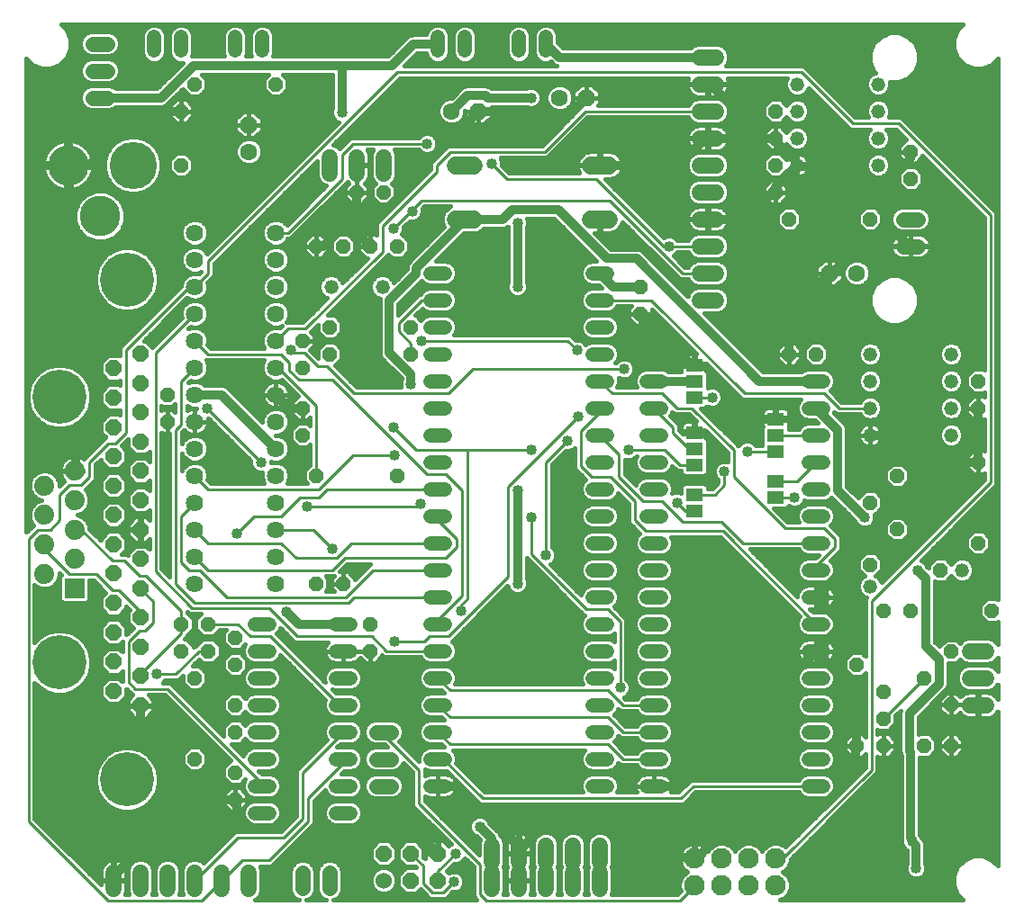
<source format=gbl>
G75*
%MOIN*%
%OFA0B0*%
%FSLAX24Y24*%
%IPPOS*%
%LPD*%
%AMOC8*
5,1,8,0,0,1.08239X$1,22.5*
%
%ADD10OC8,0.0520*%
%ADD11C,0.0520*%
%ADD12C,0.0600*%
%ADD13C,0.0600*%
%ADD14OC8,0.0600*%
%ADD15C,0.0640*%
%ADD16C,0.2000*%
%ADD17C,0.1750*%
%ADD18C,0.1500*%
%ADD19C,0.0660*%
%ADD20OC8,0.0560*%
%ADD21C,0.0560*%
%ADD22OC8,0.0630*%
%ADD23C,0.0630*%
%ADD24C,0.0520*%
%ADD25C,0.0760*%
%ADD26R,0.0630X0.0460*%
%ADD27R,0.0740X0.0740*%
%ADD28C,0.0740*%
%ADD29C,0.0320*%
%ADD30C,0.0400*%
%ADD31C,0.0160*%
%ADD32C,0.0100*%
D10*
X011363Y006180D03*
X012863Y005680D03*
X012863Y004680D03*
X012863Y007180D03*
X012863Y008180D03*
X011363Y009180D03*
X012863Y009680D03*
X012863Y010680D03*
X015863Y012680D03*
X016863Y012680D03*
X017863Y011180D03*
X017863Y010180D03*
X018863Y016680D03*
X015863Y016680D03*
X015363Y018180D03*
X015363Y019180D03*
X015363Y020680D03*
X016363Y021180D03*
X015363Y021680D03*
X016363Y022180D03*
X019363Y022180D03*
X019363Y021180D03*
X018863Y025180D03*
X017863Y025180D03*
X016863Y025180D03*
X015863Y025180D03*
X017363Y027180D03*
X018363Y027180D03*
X014363Y031180D03*
X011363Y031180D03*
X010863Y030180D03*
X010863Y028180D03*
X010363Y019680D03*
X010363Y018680D03*
X027863Y022680D03*
X027863Y023680D03*
X032863Y027180D03*
X032863Y028180D03*
X032863Y029180D03*
X032863Y030180D03*
X033363Y026180D03*
X036363Y026180D03*
X037863Y027680D03*
X037863Y028680D03*
X034363Y021180D03*
X033363Y021180D03*
X037363Y016670D03*
X036363Y015680D03*
X037363Y014690D03*
X036363Y013380D03*
X036863Y011680D03*
X037863Y011680D03*
X039363Y010170D03*
X038363Y009180D03*
X039363Y008190D03*
X039363Y006680D03*
X038363Y006680D03*
X036863Y006680D03*
X035863Y006680D03*
X036863Y007680D03*
X036863Y008680D03*
X035863Y009680D03*
X038963Y013180D03*
X040363Y014180D03*
X040863Y011680D03*
X040363Y017180D03*
X040363Y019180D03*
X040363Y020180D03*
D11*
X034623Y020180D02*
X034103Y020180D01*
X034103Y019180D02*
X034623Y019180D01*
X034623Y018180D02*
X034103Y018180D01*
X034103Y017180D02*
X034623Y017180D01*
X034623Y016180D02*
X034103Y016180D01*
X034103Y015180D02*
X034623Y015180D01*
X034623Y014180D02*
X034103Y014180D01*
X034103Y013180D02*
X034623Y013180D01*
X034623Y012180D02*
X034103Y012180D01*
X034103Y011180D02*
X034623Y011180D01*
X034623Y010180D02*
X034103Y010180D01*
X034103Y009180D02*
X034623Y009180D01*
X034623Y008180D02*
X034103Y008180D01*
X034103Y007180D02*
X034623Y007180D01*
X034623Y006180D02*
X034103Y006180D01*
X034103Y005180D02*
X034623Y005180D01*
X028623Y005180D02*
X028103Y005180D01*
X028103Y006180D02*
X028623Y006180D01*
X028623Y007180D02*
X028103Y007180D01*
X028103Y008180D02*
X028623Y008180D01*
X028623Y009180D02*
X028103Y009180D01*
X028103Y010180D02*
X028623Y010180D01*
X028623Y011180D02*
X028103Y011180D01*
X028103Y012180D02*
X028623Y012180D01*
X028623Y013180D02*
X028103Y013180D01*
X028103Y014180D02*
X028623Y014180D01*
X028623Y015180D02*
X028103Y015180D01*
X028103Y016180D02*
X028623Y016180D01*
X028623Y017180D02*
X028103Y017180D01*
X028103Y018180D02*
X028623Y018180D01*
X028623Y019180D02*
X028103Y019180D01*
X028103Y020180D02*
X028623Y020180D01*
X026623Y020180D02*
X026103Y020180D01*
X026103Y019180D02*
X026623Y019180D01*
X026623Y018180D02*
X026103Y018180D01*
X026103Y017180D02*
X026623Y017180D01*
X026623Y016180D02*
X026103Y016180D01*
X026103Y015180D02*
X026623Y015180D01*
X026623Y014180D02*
X026103Y014180D01*
X026103Y013180D02*
X026623Y013180D01*
X026623Y012180D02*
X026103Y012180D01*
X026103Y011180D02*
X026623Y011180D01*
X026623Y010180D02*
X026103Y010180D01*
X026103Y009180D02*
X026623Y009180D01*
X026623Y008180D02*
X026103Y008180D01*
X026103Y007180D02*
X026623Y007180D01*
X026623Y006180D02*
X026103Y006180D01*
X026103Y005180D02*
X026623Y005180D01*
X020623Y005180D02*
X020103Y005180D01*
X020103Y006180D02*
X020623Y006180D01*
X020623Y007180D02*
X020103Y007180D01*
X020103Y008180D02*
X020623Y008180D01*
X020623Y009180D02*
X020103Y009180D01*
X020103Y010180D02*
X020623Y010180D01*
X020623Y011180D02*
X020103Y011180D01*
X020103Y012180D02*
X020623Y012180D01*
X020623Y013180D02*
X020103Y013180D01*
X020103Y014180D02*
X020623Y014180D01*
X020623Y015180D02*
X020103Y015180D01*
X020103Y016180D02*
X020623Y016180D01*
X020623Y017180D02*
X020103Y017180D01*
X020103Y018180D02*
X020623Y018180D01*
X020623Y019180D02*
X020103Y019180D01*
X020103Y020180D02*
X020623Y020180D01*
X020623Y021180D02*
X020103Y021180D01*
X020103Y022180D02*
X020623Y022180D01*
X020623Y023180D02*
X020103Y023180D01*
X020103Y024180D02*
X020623Y024180D01*
X026103Y024180D02*
X026623Y024180D01*
X026623Y023180D02*
X026103Y023180D01*
X026103Y022180D02*
X026623Y022180D01*
X026623Y021180D02*
X026103Y021180D01*
X017123Y011180D02*
X016603Y011180D01*
X016603Y010180D02*
X017123Y010180D01*
X017123Y009180D02*
X016603Y009180D01*
X016603Y008180D02*
X017123Y008180D01*
X017123Y007180D02*
X016603Y007180D01*
X016603Y006180D02*
X017123Y006180D01*
X017123Y005180D02*
X016603Y005180D01*
X016603Y004180D02*
X017123Y004180D01*
X014123Y004180D02*
X013603Y004180D01*
X013603Y005180D02*
X014123Y005180D01*
X014123Y006180D02*
X013603Y006180D01*
X013603Y007180D02*
X014123Y007180D01*
X014123Y008180D02*
X013603Y008180D01*
X013603Y009180D02*
X014123Y009180D01*
X014123Y010180D02*
X013603Y010180D01*
X013603Y011180D02*
X014123Y011180D01*
X013863Y032420D02*
X013863Y032940D01*
X012863Y032940D02*
X012863Y032420D01*
X010863Y032420D02*
X010863Y032940D01*
X009863Y032940D02*
X009863Y032420D01*
X020363Y032420D02*
X020363Y032940D01*
X021363Y032940D02*
X021363Y032420D01*
X023363Y032420D02*
X023363Y032940D01*
X024363Y032940D02*
X024363Y032420D01*
D12*
X030063Y032180D02*
X030663Y032180D01*
X030663Y031180D02*
X030063Y031180D01*
X030063Y030180D02*
X030663Y030180D01*
X030663Y029180D02*
X030063Y029180D01*
X030063Y028180D02*
X030663Y028180D01*
X030663Y027180D02*
X030063Y027180D01*
X030063Y026180D02*
X030663Y026180D01*
X030663Y025180D02*
X030063Y025180D01*
X030063Y024180D02*
X030663Y024180D01*
X030663Y023180D02*
X030063Y023180D01*
X018363Y027880D02*
X018363Y028480D01*
X017363Y028480D02*
X017363Y027880D01*
X016363Y027880D02*
X016363Y028480D01*
X040063Y010180D02*
X040663Y010180D01*
X040663Y009180D02*
X040063Y009180D01*
X040063Y008180D02*
X040663Y008180D01*
X026363Y002980D02*
X026363Y002380D01*
X026363Y001980D02*
X026363Y001380D01*
X025363Y001380D02*
X025363Y001980D01*
X025363Y002380D02*
X025363Y002980D01*
X024363Y002980D02*
X024363Y002380D01*
X024363Y001980D02*
X024363Y001380D01*
X023363Y001380D02*
X023363Y001980D01*
X023363Y002380D02*
X023363Y002980D01*
X022363Y002980D02*
X022363Y002380D01*
X022363Y001980D02*
X022363Y001380D01*
X013363Y001380D02*
X013363Y001980D01*
X012363Y001980D02*
X012363Y001380D01*
X011363Y001380D02*
X011363Y001980D01*
X010363Y001980D02*
X010363Y001380D01*
X009363Y001380D02*
X009363Y001980D01*
X008363Y001980D02*
X008363Y001380D01*
D13*
X018363Y001680D03*
D14*
X018363Y002680D03*
X019363Y002680D03*
X020363Y002680D03*
X020363Y001680D03*
X019363Y001680D03*
X009363Y008160D03*
X009363Y009250D03*
X008363Y009790D03*
X008363Y008700D03*
X009363Y010330D03*
X009363Y011420D03*
X009363Y012510D03*
X009363Y013590D03*
X009363Y014680D03*
X009363Y015770D03*
X008363Y016310D03*
X008363Y015220D03*
X008363Y014140D03*
X008363Y013050D03*
X008363Y011960D03*
X008363Y010880D03*
X009363Y016850D03*
X009363Y017940D03*
X009363Y019030D03*
X009363Y020110D03*
X009363Y021200D03*
X008363Y020660D03*
X008363Y019570D03*
X008363Y018480D03*
X008363Y017400D03*
D15*
X011363Y017680D03*
X011363Y016680D03*
X011363Y015680D03*
X011363Y014680D03*
X011363Y013680D03*
X011363Y012680D03*
X014363Y012680D03*
X014363Y013680D03*
X014363Y014680D03*
X014363Y015680D03*
X014363Y016680D03*
X014363Y017680D03*
X014363Y018680D03*
X014363Y019680D03*
X014363Y020680D03*
X014363Y021680D03*
X014363Y022680D03*
X014363Y023680D03*
X014363Y024680D03*
X014363Y025680D03*
X011363Y025680D03*
X011363Y024680D03*
X011363Y023680D03*
X011363Y022680D03*
X011363Y021680D03*
X011363Y020680D03*
X011363Y019680D03*
X011363Y018680D03*
D16*
X006363Y019601D03*
X008863Y023940D03*
X006363Y009759D03*
X008863Y005420D03*
D17*
X009084Y028180D03*
D18*
X007863Y026290D03*
X006682Y028180D03*
D19*
X021033Y028180D02*
X021693Y028180D01*
X021693Y026180D02*
X021033Y026180D01*
X026033Y026180D02*
X026693Y026180D01*
X026693Y028180D02*
X026033Y028180D01*
D20*
X011863Y011180D03*
X010863Y011180D03*
X010863Y010180D03*
X011863Y010180D03*
D21*
X018083Y007180D02*
X018643Y007180D01*
X018643Y006180D02*
X018083Y006180D01*
X018083Y005180D02*
X018643Y005180D01*
X016363Y001960D02*
X016363Y001400D01*
X015363Y001400D02*
X015363Y001960D01*
X037583Y025180D02*
X038143Y025180D01*
X038143Y026180D02*
X037583Y026180D01*
X008143Y030680D02*
X007583Y030680D01*
X007583Y031680D02*
X008143Y031680D01*
X008143Y032680D02*
X007583Y032680D01*
D22*
X013363Y029680D03*
X021863Y030180D03*
X025863Y030680D03*
X034863Y024180D03*
D23*
X035863Y024180D03*
X024863Y030680D03*
X020863Y030180D03*
X013363Y028680D03*
D24*
X016413Y023680D03*
X018313Y023680D03*
X033663Y028180D03*
X033663Y029180D03*
X033663Y030180D03*
X033663Y031180D03*
X036663Y031180D03*
X036663Y030180D03*
X036663Y029180D03*
X036663Y028180D03*
X036363Y021180D03*
X036363Y020180D03*
X036363Y019180D03*
X036363Y018180D03*
X039363Y018180D03*
X039363Y019180D03*
X039363Y020180D03*
X039363Y021180D03*
X039763Y013180D03*
X036363Y012580D03*
D25*
X032863Y002498D03*
X031863Y002498D03*
X030863Y002498D03*
X029863Y002498D03*
X029863Y001498D03*
X030863Y001498D03*
X031863Y001498D03*
X032863Y001498D03*
D26*
X029863Y015380D03*
X029863Y015980D03*
X029863Y017080D03*
X029863Y017680D03*
X029863Y018280D03*
X029863Y019580D03*
X029863Y020180D03*
X029863Y020780D03*
X032863Y018780D03*
X032863Y018180D03*
X032863Y017580D03*
X032863Y016480D03*
X032863Y015880D03*
D27*
X006922Y012499D03*
D28*
X006922Y013589D03*
X006922Y014680D03*
X006922Y015771D03*
X005804Y016314D03*
X005804Y015223D03*
X005804Y014137D03*
X005804Y013046D03*
X006922Y016861D03*
D29*
X006963Y016880D01*
X006963Y018380D01*
X007663Y019080D01*
X007663Y023330D01*
X006713Y024280D01*
X006713Y028180D01*
X006682Y028180D01*
X006863Y028230D01*
X007513Y028230D01*
X009463Y030180D01*
X010863Y030180D01*
X010113Y030680D02*
X011313Y031880D01*
X016813Y031880D01*
X016813Y030130D01*
X016813Y031880D02*
X018663Y031880D01*
X019463Y032680D01*
X020363Y032680D01*
X021463Y030780D02*
X020863Y030180D01*
X021463Y030780D02*
X022113Y030780D01*
X022213Y030680D01*
X023813Y030680D01*
X024513Y030180D02*
X024613Y030080D01*
X025263Y030080D01*
X025863Y030680D01*
X024513Y030180D02*
X021863Y030180D01*
X019963Y028280D01*
X019963Y028030D01*
X018563Y026630D01*
X017363Y026630D01*
X017363Y027180D01*
X017363Y026630D02*
X017363Y025880D01*
X017313Y025730D01*
X017863Y025180D01*
X017313Y025730D02*
X016663Y025730D01*
X016113Y025180D01*
X015863Y025180D01*
X018563Y023180D02*
X019563Y024180D01*
X019563Y024380D01*
X021363Y026180D01*
X022763Y026180D01*
X023113Y026530D01*
X024813Y026530D01*
X026613Y024730D01*
X027713Y024730D01*
X032263Y020180D01*
X034363Y020180D01*
X034363Y019180D02*
X035163Y018380D01*
X035163Y016130D01*
X036163Y015130D01*
X036813Y015380D02*
X036913Y015480D01*
X036913Y016380D01*
X036813Y016480D01*
X036813Y018180D01*
X036363Y018180D01*
X036813Y018180D02*
X036913Y018180D01*
X036913Y021430D01*
X034513Y023830D01*
X033363Y022680D01*
X033363Y021180D01*
X032863Y018780D02*
X032213Y018780D01*
X030263Y020730D01*
X030013Y020730D01*
X029863Y020780D01*
X029763Y020780D01*
X027863Y022680D01*
X027863Y023680D02*
X026863Y023680D01*
X026363Y024180D01*
X023313Y023680D02*
X023313Y026030D01*
X026363Y028180D02*
X029263Y028180D01*
X030213Y029130D01*
X030363Y029180D01*
X031263Y029180D01*
X031263Y030380D01*
X030463Y031180D01*
X030363Y031180D01*
X030363Y032180D02*
X024863Y032180D01*
X024363Y032680D01*
X031263Y029180D02*
X032863Y029180D01*
X032863Y029080D01*
X033613Y028330D01*
X033663Y028180D01*
X033813Y028130D01*
X035963Y028130D01*
X036463Y027630D01*
X036863Y027630D01*
X037013Y027580D01*
X037013Y025980D01*
X036863Y025930D01*
X035713Y024780D01*
X035563Y024780D01*
X035013Y024230D01*
X034863Y024180D01*
X034513Y023830D01*
X037013Y025980D02*
X037813Y025180D01*
X037863Y025180D01*
X037013Y027580D02*
X037863Y028430D01*
X037863Y028680D01*
X033663Y028180D02*
X032863Y027380D01*
X032863Y027180D01*
X032713Y027130D01*
X031763Y026180D01*
X030363Y026180D01*
X029863Y020180D02*
X028363Y020180D01*
X029863Y018280D02*
X030213Y018280D01*
X030463Y018030D01*
X030463Y016330D01*
X034363Y012180D02*
X036813Y014630D01*
X036813Y015380D01*
X038113Y013180D02*
X038413Y012880D01*
X038413Y010380D01*
X038913Y009880D01*
X038913Y008980D01*
X037813Y007880D01*
X037813Y006480D01*
X037863Y006430D01*
X037863Y003280D01*
X037913Y003130D01*
X038063Y002980D01*
X038063Y002130D01*
X034813Y004630D02*
X035813Y005630D01*
X035813Y006530D01*
X035863Y006680D01*
X035863Y008680D01*
X034363Y010180D01*
X035163Y010980D01*
X035163Y011380D01*
X034363Y012180D01*
X034363Y010180D02*
X029363Y005180D01*
X028363Y005180D01*
X026563Y003580D02*
X024163Y003580D01*
X023363Y002780D01*
X023363Y002680D01*
X023363Y002930D01*
X021113Y005180D01*
X020363Y005180D01*
X021913Y003680D02*
X022363Y003230D01*
X022363Y002680D01*
X020363Y002680D02*
X019763Y003280D01*
X016713Y003280D01*
X016063Y003930D01*
X014813Y003930D02*
X014663Y003980D01*
X014313Y003630D01*
X013413Y003630D01*
X012913Y004130D01*
X012913Y004530D01*
X012863Y004680D01*
X012113Y004680D01*
X011663Y005130D01*
X008363Y001830D01*
X008363Y001680D01*
X011663Y005130D02*
X009363Y007430D01*
X009363Y008160D01*
X014663Y005430D02*
X014663Y003980D01*
X014663Y005430D02*
X015263Y006030D01*
X015263Y009080D01*
X015213Y011180D02*
X014763Y011630D01*
X015213Y011180D02*
X016863Y011180D01*
X023313Y012680D02*
X023313Y016130D01*
X019363Y020080D02*
X019363Y020430D01*
X018563Y021230D01*
X018563Y023180D01*
X014863Y019180D02*
X014363Y019680D01*
X014863Y019180D02*
X015363Y019180D01*
X014363Y017680D02*
X012363Y019680D01*
X011363Y019680D01*
X010113Y030680D02*
X007863Y030680D01*
X036913Y018180D02*
X038613Y018180D01*
X039613Y017180D01*
X040363Y017180D01*
X040363Y019180D01*
X034813Y004630D02*
X032063Y004630D01*
X030013Y002580D01*
X029863Y002498D01*
X029863Y002530D01*
X027613Y002530D01*
X026563Y003580D01*
D30*
X021913Y003680D03*
X021013Y002680D03*
X020963Y001630D03*
X016063Y003930D03*
X014813Y003930D03*
X015263Y009080D03*
X014763Y011630D03*
X016463Y013980D03*
X015513Y015530D03*
X013813Y017180D03*
X011813Y019180D03*
X014913Y021330D03*
X018713Y018480D03*
X018763Y017430D03*
X019713Y015630D03*
X023313Y016130D03*
X023813Y015130D03*
X024363Y013730D03*
X023313Y012680D03*
X021213Y011680D03*
X018763Y010530D03*
X012913Y014530D03*
X009963Y009330D03*
X019363Y020080D03*
X019763Y021680D03*
X023313Y023680D03*
X025513Y021330D03*
X027263Y020630D03*
X025563Y018880D03*
X025163Y017980D03*
X023813Y017630D03*
X027413Y017630D03*
X029213Y015680D03*
X030463Y016330D03*
X030963Y016830D03*
X031813Y017580D03*
X030513Y019580D03*
X033563Y015880D03*
X036163Y015130D03*
X038113Y013180D03*
X027113Y008830D03*
X037913Y003130D03*
X038063Y002130D03*
X028913Y025180D03*
X023313Y026030D03*
X022363Y028230D03*
X019963Y028980D03*
X019413Y026480D03*
X018713Y025830D03*
X016813Y030130D03*
X023813Y030680D03*
D31*
X024077Y030954D02*
X024441Y030954D01*
X024444Y030960D02*
X024368Y030778D01*
X024368Y030582D01*
X024444Y030400D01*
X024583Y030260D01*
X024765Y030185D01*
X024962Y030185D01*
X025144Y030260D01*
X025283Y030400D01*
X025358Y030582D01*
X025358Y030778D01*
X025283Y030960D01*
X025144Y031100D01*
X024962Y031175D01*
X024765Y031175D01*
X024583Y031100D01*
X024444Y030960D01*
X024375Y030795D02*
X024177Y030795D01*
X024193Y030756D02*
X024135Y030895D01*
X024028Y031002D01*
X023889Y031060D01*
X023738Y031060D01*
X023641Y031020D01*
X022354Y031020D01*
X022306Y031068D01*
X022181Y031120D01*
X021396Y031120D01*
X021271Y031068D01*
X020877Y030675D01*
X020765Y030675D01*
X020583Y030600D01*
X020444Y030460D01*
X020368Y030278D01*
X020368Y030082D01*
X020444Y029900D01*
X020583Y029760D01*
X020765Y029685D01*
X020962Y029685D01*
X021144Y029760D01*
X021283Y029900D01*
X021358Y030082D01*
X021358Y030194D01*
X021368Y030204D01*
X021368Y030180D01*
X021368Y029975D01*
X021658Y029685D01*
X021863Y029685D01*
X021863Y030180D01*
X021368Y030180D01*
X021863Y030180D01*
X021863Y030180D01*
X021863Y030180D01*
X021863Y029685D01*
X022068Y029685D01*
X022358Y029975D01*
X022358Y030180D01*
X022358Y030340D01*
X023641Y030340D01*
X023738Y030300D01*
X023889Y030300D01*
X024028Y030358D01*
X024135Y030465D01*
X024193Y030604D01*
X024193Y030756D01*
X024193Y030637D02*
X024368Y030637D01*
X024411Y030478D02*
X024141Y030478D01*
X023936Y030320D02*
X024524Y030320D01*
X025203Y030320D02*
X025524Y030320D01*
X025576Y030268D02*
X024218Y028910D01*
X020718Y028910D01*
X020218Y028410D01*
X020083Y028275D01*
X020083Y028025D01*
X018218Y026160D01*
X018083Y026025D01*
X018083Y025582D01*
X018045Y025620D01*
X017863Y025620D01*
X017681Y025620D01*
X017423Y025362D01*
X017423Y025180D01*
X017863Y025180D01*
X017423Y025180D01*
X017423Y024998D01*
X017681Y024740D01*
X017748Y024740D01*
X016830Y023822D01*
X016786Y023929D01*
X016662Y024053D01*
X016501Y024120D01*
X016326Y024120D01*
X016164Y024053D01*
X016040Y023929D01*
X015973Y023768D01*
X015973Y023592D01*
X016040Y023431D01*
X016164Y023307D01*
X016271Y023263D01*
X015368Y022360D01*
X014750Y022360D01*
X014787Y022397D01*
X014863Y022581D01*
X014863Y022779D01*
X014787Y022963D01*
X014646Y023104D01*
X014463Y023180D01*
X014646Y023256D01*
X014787Y023397D01*
X014863Y023581D01*
X014863Y023779D01*
X014787Y023963D01*
X014646Y024104D01*
X014463Y024180D01*
X014646Y024256D01*
X014787Y024397D01*
X014863Y024581D01*
X014863Y024779D01*
X014787Y024963D01*
X014646Y025104D01*
X014463Y025180D01*
X014264Y025180D01*
X014080Y025104D01*
X013939Y024963D01*
X013863Y024779D01*
X013863Y024581D01*
X013939Y024397D01*
X014080Y024256D01*
X014264Y024180D01*
X014463Y024180D01*
X014264Y024180D01*
X014080Y024104D01*
X013939Y023963D01*
X013863Y023779D01*
X013863Y023581D01*
X013939Y023397D01*
X014080Y023256D01*
X014264Y023180D01*
X014463Y023180D01*
X014264Y023180D01*
X014080Y023104D01*
X013939Y022963D01*
X013863Y022779D01*
X013863Y022581D01*
X013939Y022397D01*
X014080Y022256D01*
X014264Y022180D01*
X014080Y022104D01*
X013939Y021963D01*
X013863Y021779D01*
X013863Y021581D01*
X013934Y021410D01*
X011958Y021410D01*
X011841Y021527D01*
X011863Y021581D01*
X011863Y021779D01*
X011787Y021963D01*
X011646Y022104D01*
X011463Y022180D01*
X011646Y022256D01*
X011787Y022397D01*
X011863Y022581D01*
X011863Y022779D01*
X011787Y022963D01*
X011646Y023104D01*
X011463Y023180D01*
X011646Y023256D01*
X011787Y023397D01*
X011863Y023581D01*
X011863Y023779D01*
X011841Y023833D01*
X012093Y024085D01*
X012093Y024535D01*
X015883Y028325D01*
X015883Y027785D01*
X015956Y027608D01*
X016091Y027473D01*
X016225Y027418D01*
X014779Y025971D01*
X014646Y026104D01*
X014463Y026180D01*
X014264Y026180D01*
X014080Y026104D01*
X013939Y025963D01*
X013863Y025779D01*
X013863Y025581D01*
X013939Y025397D01*
X014080Y025256D01*
X014264Y025180D01*
X014463Y025180D01*
X014646Y025256D01*
X014787Y025397D01*
X014809Y025450D01*
X014908Y025450D01*
X015043Y025585D01*
X017011Y027553D01*
X017051Y027514D01*
X017065Y027504D01*
X016923Y027362D01*
X016923Y027180D01*
X017363Y027180D01*
X016923Y027180D01*
X016923Y026998D01*
X017181Y026740D01*
X017363Y026740D01*
X017363Y027180D01*
X017363Y027180D01*
X017363Y027620D01*
X017343Y027620D01*
X017343Y028160D01*
X017383Y028160D01*
X017383Y027620D01*
X017363Y027620D01*
X017363Y027180D01*
X017363Y027180D01*
X017363Y027180D01*
X017363Y026740D01*
X017545Y026740D01*
X017803Y026998D01*
X017803Y027180D01*
X017803Y027362D01*
X017662Y027504D01*
X017676Y027514D01*
X017729Y027567D01*
X017774Y027628D01*
X017808Y027696D01*
X017831Y027768D01*
X017843Y027842D01*
X017843Y028160D01*
X017383Y028160D01*
X017383Y028200D01*
X017843Y028200D01*
X017843Y028518D01*
X017831Y028592D01*
X017808Y028664D01*
X017774Y028732D01*
X017760Y028750D01*
X017956Y028750D01*
X017883Y028575D01*
X017883Y027785D01*
X017956Y027608D01*
X018063Y027502D01*
X017923Y027362D01*
X017923Y026998D01*
X018181Y026740D01*
X018545Y026740D01*
X018803Y026998D01*
X018803Y027362D01*
X018664Y027502D01*
X018770Y027608D01*
X018843Y027785D01*
X018843Y028575D01*
X018771Y028750D01*
X019656Y028750D01*
X019748Y028658D01*
X019888Y028600D01*
X020039Y028600D01*
X020178Y028658D01*
X020285Y028765D01*
X020343Y028904D01*
X020343Y029056D01*
X020285Y029195D01*
X020178Y029302D01*
X020039Y029360D01*
X019888Y029360D01*
X019748Y029302D01*
X019656Y029210D01*
X016769Y029210D01*
X016927Y029369D02*
X024677Y029369D01*
X024835Y029527D02*
X017086Y029527D01*
X017244Y029686D02*
X020763Y029686D01*
X020963Y029686D02*
X021658Y029686D01*
X021863Y029686D02*
X021863Y029686D01*
X021863Y029844D02*
X021863Y029844D01*
X021863Y030003D02*
X021863Y030003D01*
X021863Y030161D02*
X021863Y030161D01*
X021863Y030180D02*
X021863Y030180D01*
X022358Y030180D01*
X021863Y030180D01*
X021499Y029844D02*
X021227Y029844D01*
X021326Y030003D02*
X021368Y030003D01*
X021358Y030161D02*
X021368Y030161D01*
X020997Y030795D02*
X018354Y030795D01*
X018512Y030954D02*
X021156Y030954D01*
X021376Y031112D02*
X018671Y031112D01*
X018829Y031271D02*
X029592Y031271D01*
X029595Y031292D02*
X029583Y031218D01*
X029583Y031200D01*
X030343Y031200D01*
X030343Y031160D01*
X029583Y031160D01*
X029583Y031142D01*
X029595Y031068D01*
X029618Y030996D01*
X029653Y030928D01*
X029697Y030867D01*
X029751Y030814D01*
X029812Y030769D01*
X029879Y030735D01*
X029951Y030712D01*
X030025Y030700D01*
X030343Y030700D01*
X030343Y031160D01*
X030383Y031160D01*
X030383Y030700D01*
X030701Y030700D01*
X030776Y030712D01*
X030847Y030735D01*
X030915Y030769D01*
X030976Y030814D01*
X031029Y030867D01*
X031074Y030928D01*
X031108Y030996D01*
X031131Y031068D01*
X031143Y031142D01*
X031143Y031160D01*
X030383Y031160D01*
X030383Y031200D01*
X031143Y031200D01*
X031143Y031218D01*
X031131Y031292D01*
X031108Y031364D01*
X031090Y031400D01*
X033278Y031400D01*
X033223Y031268D01*
X033223Y031092D01*
X033290Y030931D01*
X033414Y030807D01*
X033576Y030740D01*
X033751Y030740D01*
X033912Y030807D01*
X034036Y030931D01*
X034080Y031038D01*
X035618Y029500D01*
X036361Y029500D01*
X036290Y029429D01*
X036223Y029268D01*
X036223Y029092D01*
X036290Y028931D01*
X036414Y028807D01*
X036576Y028740D01*
X036751Y028740D01*
X036912Y028807D01*
X037036Y028931D01*
X037103Y029092D01*
X037103Y029268D01*
X037036Y029429D01*
X036965Y029500D01*
X037318Y029500D01*
X037698Y029120D01*
X037681Y029120D01*
X037423Y028862D01*
X037423Y028680D01*
X037423Y028498D01*
X037681Y028240D01*
X037863Y028240D01*
X037863Y028680D01*
X037423Y028680D01*
X037863Y028680D01*
X037863Y028680D01*
X037863Y028680D01*
X037863Y028240D01*
X038045Y028240D01*
X038303Y028498D01*
X038303Y028515D01*
X040583Y026235D01*
X040583Y020582D01*
X040545Y020620D01*
X040181Y020620D01*
X039923Y020362D01*
X039923Y019998D01*
X040181Y019740D01*
X040545Y019740D01*
X040583Y019778D01*
X040583Y019582D01*
X040545Y019620D01*
X040363Y019620D01*
X040181Y019620D01*
X039923Y019362D01*
X039923Y019180D01*
X039923Y018998D01*
X040181Y018740D01*
X040363Y018740D01*
X040363Y019180D01*
X039923Y019180D01*
X040363Y019180D01*
X040363Y019180D01*
X040363Y019180D01*
X040363Y019620D01*
X040363Y019180D01*
X040363Y019180D01*
X040363Y018740D01*
X040545Y018740D01*
X040583Y018778D01*
X040583Y017582D01*
X040545Y017620D01*
X040363Y017620D01*
X040181Y017620D01*
X039923Y017362D01*
X039923Y017180D01*
X040363Y017180D01*
X040363Y017180D01*
X039923Y017180D01*
X039923Y016998D01*
X040181Y016740D01*
X040363Y016740D01*
X040363Y017180D01*
X040363Y017620D01*
X040363Y017180D01*
X040363Y017180D01*
X040363Y017180D01*
X040363Y016740D01*
X040545Y016740D01*
X040583Y016778D01*
X040583Y016525D01*
X036780Y012722D01*
X036736Y012829D01*
X036612Y012953D01*
X036574Y012969D01*
X036803Y013198D01*
X036803Y013562D01*
X036545Y013820D01*
X036181Y013820D01*
X035923Y013562D01*
X035923Y013198D01*
X036152Y012969D01*
X036114Y012953D01*
X035990Y012829D01*
X035923Y012668D01*
X035923Y012492D01*
X035990Y012331D01*
X036114Y012207D01*
X036221Y012163D01*
X036183Y012125D01*
X036183Y009982D01*
X036045Y010120D01*
X035681Y010120D01*
X035423Y009862D01*
X035423Y009498D01*
X035681Y009240D01*
X036045Y009240D01*
X036183Y009378D01*
X036183Y006982D01*
X036045Y007120D01*
X035863Y007120D01*
X035681Y007120D01*
X035423Y006862D01*
X035423Y006680D01*
X035423Y006498D01*
X035681Y006240D01*
X035863Y006240D01*
X035863Y006680D01*
X035423Y006680D01*
X035863Y006680D01*
X035863Y006680D01*
X035863Y006680D01*
X035863Y007120D01*
X035863Y006680D01*
X035863Y006680D01*
X035863Y006240D01*
X036045Y006240D01*
X036183Y006378D01*
X036183Y005875D01*
X033231Y002923D01*
X033180Y002973D01*
X032975Y003058D01*
X032752Y003058D01*
X032546Y002973D01*
X032388Y002815D01*
X032363Y002754D01*
X032338Y002815D01*
X032180Y002973D01*
X031975Y003058D01*
X031752Y003058D01*
X031546Y002973D01*
X031388Y002815D01*
X031363Y002754D01*
X031338Y002815D01*
X031180Y002973D01*
X030975Y003058D01*
X030752Y003058D01*
X030546Y002973D01*
X030388Y002815D01*
X030362Y002752D01*
X030342Y002792D01*
X030290Y002863D01*
X030228Y002925D01*
X030157Y002977D01*
X030078Y003017D01*
X029994Y003044D01*
X029907Y003058D01*
X029883Y003058D01*
X029883Y002518D01*
X029843Y002518D01*
X029843Y002478D01*
X029303Y002478D01*
X029303Y002454D01*
X029317Y002367D01*
X029344Y002283D01*
X029384Y002205D01*
X029436Y002133D01*
X029498Y002071D01*
X029570Y002019D01*
X029609Y001999D01*
X029546Y001973D01*
X029388Y001815D01*
X029303Y001610D01*
X029303Y001387D01*
X029345Y001287D01*
X029218Y001160D01*
X026792Y001160D01*
X026843Y001285D01*
X026843Y002075D01*
X026800Y002180D01*
X026843Y002285D01*
X026843Y003075D01*
X026770Y003252D01*
X026635Y003387D01*
X026459Y003460D01*
X026268Y003460D01*
X026091Y003387D01*
X025956Y003252D01*
X025883Y003075D01*
X025883Y002285D01*
X025927Y002180D01*
X025883Y002075D01*
X025883Y001285D01*
X025935Y001160D01*
X025792Y001160D01*
X025843Y001285D01*
X025843Y002075D01*
X025800Y002180D01*
X025843Y002285D01*
X025843Y003075D01*
X025770Y003252D01*
X025635Y003387D01*
X025459Y003460D01*
X025268Y003460D01*
X025091Y003387D01*
X024956Y003252D01*
X024883Y003075D01*
X024883Y002285D01*
X024927Y002180D01*
X024883Y002075D01*
X024883Y001285D01*
X024935Y001160D01*
X024792Y001160D01*
X024843Y001285D01*
X024843Y002075D01*
X024800Y002180D01*
X024843Y002285D01*
X024843Y003075D01*
X024770Y003252D01*
X024635Y003387D01*
X024459Y003460D01*
X024268Y003460D01*
X024091Y003387D01*
X023956Y003252D01*
X023883Y003075D01*
X023883Y002285D01*
X023927Y002180D01*
X023883Y002075D01*
X023883Y001285D01*
X023935Y001160D01*
X023790Y001160D01*
X023808Y001196D01*
X023831Y001268D01*
X023843Y001342D01*
X023843Y001660D01*
X023383Y001660D01*
X023383Y001700D01*
X023343Y001700D01*
X023343Y001660D01*
X022883Y001660D01*
X022883Y001342D01*
X022895Y001268D01*
X022918Y001196D01*
X022937Y001160D01*
X022792Y001160D01*
X022843Y001285D01*
X022843Y002075D01*
X022800Y002180D01*
X022843Y002285D01*
X022843Y003075D01*
X022770Y003252D01*
X022688Y003334D01*
X022651Y003423D01*
X022275Y003799D01*
X022235Y003895D01*
X022128Y004002D01*
X021989Y004060D01*
X021838Y004060D01*
X021698Y004002D01*
X021591Y003895D01*
X021533Y003756D01*
X021533Y003604D01*
X021591Y003465D01*
X021698Y003358D01*
X021795Y003318D01*
X021928Y003184D01*
X021883Y003075D01*
X021883Y002635D01*
X019893Y004625D01*
X019893Y004793D01*
X019934Y004772D01*
X020000Y004751D01*
X020069Y004740D01*
X020363Y004740D01*
X020363Y005180D01*
X020363Y005180D01*
X020363Y005620D01*
X020069Y005620D01*
X020000Y005609D01*
X019934Y005588D01*
X019893Y005567D01*
X019893Y005791D01*
X020016Y005740D01*
X020678Y005740D01*
X020882Y005536D01*
X020854Y005556D01*
X020792Y005588D01*
X020726Y005609D01*
X020658Y005620D01*
X020363Y005620D01*
X020363Y005180D01*
X020363Y005180D01*
X020363Y004740D01*
X020658Y004740D01*
X020726Y004751D01*
X020792Y004772D01*
X020854Y004804D01*
X020910Y004844D01*
X020959Y004893D01*
X021000Y004949D01*
X021031Y005011D01*
X021052Y005077D01*
X021063Y005145D01*
X021063Y005180D01*
X021063Y005215D01*
X021052Y005283D01*
X021031Y005349D01*
X021000Y005411D01*
X020979Y005439D01*
X021918Y004500D01*
X029458Y004500D01*
X029593Y004635D01*
X029908Y004950D01*
X033722Y004950D01*
X033730Y004931D01*
X033854Y004807D01*
X034016Y004740D01*
X034711Y004740D01*
X034872Y004807D01*
X034996Y004931D01*
X035063Y005092D01*
X035063Y005268D01*
X034996Y005429D01*
X034872Y005553D01*
X034711Y005620D01*
X034016Y005620D01*
X033854Y005553D01*
X033730Y005429D01*
X033722Y005410D01*
X029718Y005410D01*
X029268Y004960D01*
X029005Y004960D01*
X029031Y005011D01*
X029052Y005077D01*
X029063Y005145D01*
X029063Y005180D01*
X029063Y005215D01*
X029052Y005283D01*
X029031Y005349D01*
X029000Y005411D01*
X028959Y005467D01*
X028910Y005516D01*
X028854Y005556D01*
X028792Y005588D01*
X028726Y005609D01*
X028658Y005620D01*
X028363Y005620D01*
X028069Y005620D01*
X028000Y005609D01*
X027934Y005588D01*
X027873Y005556D01*
X027817Y005516D01*
X027768Y005467D01*
X027727Y005411D01*
X027695Y005349D01*
X027674Y005283D01*
X027663Y005215D01*
X027663Y005180D01*
X027663Y005145D01*
X027674Y005077D01*
X027695Y005011D01*
X027722Y004960D01*
X027008Y004960D01*
X027063Y005092D01*
X027063Y005268D01*
X026996Y005429D01*
X026872Y005553D01*
X026711Y005620D01*
X026016Y005620D01*
X025854Y005553D01*
X025730Y005429D01*
X025663Y005268D01*
X025663Y005092D01*
X025718Y004960D01*
X022108Y004960D01*
X021038Y006031D01*
X021063Y006092D01*
X021063Y006268D01*
X020996Y006429D01*
X020925Y006500D01*
X025801Y006500D01*
X025730Y006429D01*
X025663Y006268D01*
X025663Y006092D01*
X025730Y005931D01*
X025854Y005807D01*
X026016Y005740D01*
X026711Y005740D01*
X026872Y005807D01*
X026996Y005931D01*
X027038Y006030D01*
X027118Y005950D01*
X027722Y005950D01*
X027730Y005931D01*
X027854Y005807D01*
X028016Y005740D01*
X028711Y005740D01*
X028872Y005807D01*
X028996Y005931D01*
X029063Y006092D01*
X029063Y006268D01*
X028996Y006429D01*
X028872Y006553D01*
X028711Y006620D01*
X028016Y006620D01*
X027854Y006553D01*
X027730Y006429D01*
X027722Y006410D01*
X027308Y006410D01*
X026893Y006825D01*
X026892Y006827D01*
X026996Y006931D01*
X027038Y007030D01*
X027118Y006950D01*
X027722Y006950D01*
X027730Y006931D01*
X027854Y006807D01*
X028016Y006740D01*
X028711Y006740D01*
X028872Y006807D01*
X028996Y006931D01*
X029063Y007092D01*
X029063Y007268D01*
X028996Y007429D01*
X028872Y007553D01*
X028711Y007620D01*
X028016Y007620D01*
X027854Y007553D01*
X027730Y007429D01*
X027722Y007410D01*
X027308Y007410D01*
X026893Y007825D01*
X026892Y007827D01*
X026996Y007931D01*
X027038Y008030D01*
X027118Y007950D01*
X027722Y007950D01*
X027730Y007931D01*
X027854Y007807D01*
X028016Y007740D01*
X028711Y007740D01*
X028872Y007807D01*
X028996Y007931D01*
X029063Y008092D01*
X029063Y008268D01*
X028996Y008429D01*
X028872Y008553D01*
X028711Y008620D01*
X028016Y008620D01*
X027854Y008553D01*
X027730Y008429D01*
X027722Y008410D01*
X027308Y008410D01*
X027245Y008473D01*
X027328Y008508D01*
X027435Y008615D01*
X027493Y008754D01*
X027493Y008906D01*
X027435Y009045D01*
X027343Y009137D01*
X027343Y011375D01*
X026893Y011825D01*
X026892Y011827D01*
X026996Y011931D01*
X027063Y012092D01*
X027663Y012092D01*
X027730Y011931D01*
X027854Y011807D01*
X028016Y011740D01*
X028711Y011740D01*
X028872Y011807D01*
X028996Y011931D01*
X029063Y012092D01*
X033126Y012092D01*
X033284Y011934D02*
X028997Y011934D01*
X029063Y012092D02*
X029063Y012268D01*
X028996Y012429D01*
X028872Y012553D01*
X028711Y012620D01*
X028016Y012620D01*
X027854Y012553D01*
X027730Y012429D01*
X027663Y012268D01*
X027663Y012092D01*
X027663Y012251D02*
X027063Y012251D01*
X027063Y012268D02*
X026996Y012429D01*
X026872Y012553D01*
X026711Y012620D01*
X026016Y012620D01*
X025854Y012553D01*
X025730Y012429D01*
X025663Y012268D01*
X025663Y012255D01*
X024531Y013388D01*
X024578Y013408D01*
X024685Y013515D01*
X024743Y013654D01*
X024743Y013806D01*
X024685Y013945D01*
X024593Y014037D01*
X024593Y017085D01*
X025108Y017600D01*
X025239Y017600D01*
X025378Y017658D01*
X025433Y017713D01*
X025433Y016935D01*
X025833Y016535D01*
X025834Y016533D01*
X025730Y016429D01*
X025663Y016268D01*
X025663Y016092D01*
X025730Y015931D01*
X025854Y015807D01*
X026016Y015740D01*
X026711Y015740D01*
X026872Y015807D01*
X026996Y015931D01*
X027038Y016030D01*
X027433Y015635D01*
X027433Y014935D01*
X027833Y014535D01*
X027834Y014533D01*
X027730Y014429D01*
X027663Y014268D01*
X027663Y014092D01*
X027730Y013931D01*
X027854Y013807D01*
X028016Y013740D01*
X028711Y013740D01*
X028872Y013807D01*
X028996Y013931D01*
X029063Y014092D01*
X029063Y014268D01*
X029008Y014400D01*
X030818Y014400D01*
X033759Y011458D01*
X028967Y011458D01*
X028996Y011429D02*
X028872Y011553D01*
X028711Y011620D01*
X028016Y011620D01*
X027854Y011553D01*
X027730Y011429D01*
X027663Y011268D01*
X027663Y011092D01*
X027730Y010931D01*
X027854Y010807D01*
X028016Y010740D01*
X028711Y010740D01*
X028872Y010807D01*
X028996Y010931D01*
X029063Y011092D01*
X029063Y011268D01*
X028996Y011429D01*
X029050Y011300D02*
X033676Y011300D01*
X033663Y011268D02*
X033663Y011092D01*
X033730Y010931D01*
X033854Y010807D01*
X034016Y010740D01*
X034711Y010740D01*
X034872Y010807D01*
X034996Y010931D01*
X035063Y011092D01*
X035063Y011268D01*
X034996Y011429D01*
X034872Y011553D01*
X034711Y011620D01*
X034248Y011620D01*
X034128Y011740D01*
X034363Y011740D01*
X034363Y012180D01*
X034363Y012620D01*
X034069Y012620D01*
X034000Y012609D01*
X033934Y012588D01*
X033873Y012556D01*
X033817Y012516D01*
X033768Y012467D01*
X033727Y012411D01*
X033695Y012349D01*
X033674Y012283D01*
X033663Y012215D01*
X033663Y012205D01*
X031918Y013950D01*
X033722Y013950D01*
X033730Y013931D01*
X033854Y013807D01*
X034016Y013740D01*
X034448Y013740D01*
X034328Y013620D01*
X034016Y013620D01*
X033854Y013553D01*
X033730Y013429D01*
X033663Y013268D01*
X033663Y013092D01*
X033730Y012931D01*
X033854Y012807D01*
X034016Y012740D01*
X034711Y012740D01*
X034872Y012807D01*
X034996Y012931D01*
X035063Y013092D01*
X035063Y013268D01*
X034996Y013429D01*
X034892Y013533D01*
X035158Y013800D01*
X035293Y013935D01*
X035293Y014425D01*
X034893Y014825D01*
X034892Y014827D01*
X034996Y014931D01*
X035063Y015092D01*
X035063Y015268D01*
X034996Y015429D01*
X034872Y015553D01*
X034711Y015620D01*
X034016Y015620D01*
X033854Y015553D01*
X033730Y015429D01*
X033663Y015268D01*
X033663Y015092D01*
X033718Y014960D01*
X033308Y014960D01*
X032798Y015470D01*
X033253Y015470D01*
X033344Y015562D01*
X033348Y015558D01*
X033488Y015500D01*
X033639Y015500D01*
X033778Y015558D01*
X033885Y015665D01*
X033931Y015775D01*
X034016Y015740D01*
X034711Y015740D01*
X034872Y015807D01*
X034939Y015873D01*
X034971Y015842D01*
X035801Y015011D01*
X035841Y014915D01*
X035948Y014808D01*
X036088Y014750D01*
X036239Y014750D01*
X036378Y014808D01*
X036485Y014915D01*
X036543Y015054D01*
X036543Y015206D01*
X036529Y015240D01*
X036545Y015240D01*
X036803Y015498D01*
X036803Y015862D01*
X036545Y016120D01*
X036181Y016120D01*
X035923Y015862D01*
X035923Y015851D01*
X035503Y016271D01*
X035503Y018448D01*
X035451Y018573D01*
X035025Y018999D01*
X035038Y019030D01*
X035118Y018950D01*
X035982Y018950D01*
X035990Y018931D01*
X036114Y018807D01*
X036276Y018740D01*
X036451Y018740D01*
X036612Y018807D01*
X036736Y018931D01*
X036803Y019092D01*
X036803Y019268D01*
X036736Y019429D01*
X036612Y019553D01*
X036451Y019620D01*
X036276Y019620D01*
X036114Y019553D01*
X035990Y019429D01*
X035982Y019410D01*
X035308Y019410D01*
X034893Y019825D01*
X034892Y019827D01*
X034996Y019931D01*
X035063Y020092D01*
X035063Y020268D01*
X034996Y020429D01*
X034872Y020553D01*
X034711Y020620D01*
X034016Y020620D01*
X033854Y020553D01*
X033821Y020520D01*
X032404Y020520D01*
X030224Y022700D01*
X030759Y022700D01*
X030935Y022773D01*
X031070Y022908D01*
X031143Y023085D01*
X031143Y023275D01*
X031070Y023452D01*
X030935Y023587D01*
X030759Y023660D01*
X029968Y023660D01*
X029791Y023587D01*
X029656Y023452D01*
X029602Y023322D01*
X027906Y025018D01*
X027781Y025070D01*
X026754Y025070D01*
X026154Y025670D01*
X026333Y025670D01*
X026333Y026150D01*
X026393Y026150D01*
X026393Y025670D01*
X026733Y025670D01*
X026813Y025683D01*
X026889Y025707D01*
X026961Y025744D01*
X027025Y025791D01*
X027082Y025848D01*
X027129Y025913D01*
X027166Y025984D01*
X027191Y026061D01*
X027193Y026075D01*
X029318Y023950D01*
X029639Y023950D01*
X029656Y023908D01*
X029791Y023773D01*
X029968Y023700D01*
X030759Y023700D01*
X030935Y023773D01*
X031070Y023908D01*
X031143Y024085D01*
X031143Y024275D01*
X031070Y024452D01*
X030935Y024587D01*
X030759Y024660D01*
X029968Y024660D01*
X029791Y024587D01*
X029656Y024452D01*
X029639Y024410D01*
X029508Y024410D01*
X029081Y024838D01*
X029128Y024858D01*
X029221Y024950D01*
X029639Y024950D01*
X029656Y024908D01*
X029791Y024773D01*
X029968Y024700D01*
X030759Y024700D01*
X030935Y024773D01*
X031070Y024908D01*
X031143Y025085D01*
X031143Y025275D01*
X031070Y025452D01*
X030935Y025587D01*
X030759Y025660D01*
X029968Y025660D01*
X029791Y025587D01*
X029656Y025452D01*
X029639Y025410D01*
X029221Y025410D01*
X029128Y025502D01*
X028989Y025560D01*
X028838Y025560D01*
X028711Y025508D01*
X026548Y027670D01*
X026733Y027670D01*
X026813Y027683D01*
X026889Y027707D01*
X026961Y027744D01*
X027025Y027791D01*
X027082Y027848D01*
X027129Y027913D01*
X027166Y027984D01*
X027191Y028061D01*
X027203Y028140D01*
X027203Y028150D01*
X026393Y028150D01*
X026393Y028210D01*
X026333Y028210D01*
X026333Y028150D01*
X025523Y028150D01*
X025523Y028140D01*
X025536Y028061D01*
X025561Y027984D01*
X025597Y027913D01*
X025599Y027910D01*
X023008Y027910D01*
X022743Y028175D01*
X022743Y028306D01*
X022685Y028445D01*
X022681Y028450D01*
X024408Y028450D01*
X024543Y028585D01*
X025908Y029950D01*
X029639Y029950D01*
X029656Y029908D01*
X029791Y029773D01*
X029968Y029700D01*
X030759Y029700D01*
X030935Y029773D01*
X031070Y029908D01*
X031143Y030085D01*
X031143Y030275D01*
X031070Y030452D01*
X030935Y030587D01*
X030759Y030660D01*
X029968Y030660D01*
X029791Y030587D01*
X029656Y030452D01*
X029639Y030410D01*
X026293Y030410D01*
X026358Y030475D01*
X026358Y030680D01*
X026358Y030885D01*
X026068Y031175D01*
X025863Y031175D01*
X025658Y031175D01*
X025368Y030885D01*
X025368Y030680D01*
X025368Y030475D01*
X025576Y030268D01*
X025469Y030161D02*
X022358Y030161D01*
X022358Y030003D02*
X025311Y030003D01*
X025152Y029844D02*
X022227Y029844D01*
X022069Y029686D02*
X024994Y029686D01*
X025327Y029369D02*
X029621Y029369D01*
X029618Y029364D02*
X029595Y029292D01*
X029583Y029218D01*
X029583Y029200D01*
X030343Y029200D01*
X030343Y029160D01*
X029583Y029160D01*
X029583Y029142D01*
X029595Y029068D01*
X029618Y028996D01*
X029653Y028928D01*
X029697Y028867D01*
X029751Y028814D01*
X029812Y028769D01*
X029879Y028735D01*
X029951Y028712D01*
X030025Y028700D01*
X030343Y028700D01*
X030343Y029160D01*
X030383Y029160D01*
X030383Y028700D01*
X030701Y028700D01*
X030776Y028712D01*
X030847Y028735D01*
X030915Y028769D01*
X030976Y028814D01*
X031029Y028867D01*
X031074Y028928D01*
X031108Y028996D01*
X031131Y029068D01*
X031143Y029142D01*
X031143Y029160D01*
X030383Y029160D01*
X030383Y029200D01*
X030343Y029200D01*
X030343Y029660D01*
X030025Y029660D01*
X029951Y029648D01*
X029879Y029625D01*
X029812Y029591D01*
X029751Y029546D01*
X029697Y029493D01*
X029653Y029432D01*
X029618Y029364D01*
X029583Y029210D02*
X025169Y029210D01*
X025010Y029052D02*
X029600Y029052D01*
X029678Y028893D02*
X024852Y028893D01*
X024693Y028735D02*
X029881Y028735D01*
X029968Y028660D02*
X029791Y028587D01*
X029656Y028452D01*
X029583Y028275D01*
X029583Y028085D01*
X029656Y027908D01*
X029791Y027773D01*
X029968Y027700D01*
X030759Y027700D01*
X030935Y027773D01*
X031070Y027908D01*
X031143Y028085D01*
X031143Y028275D01*
X031070Y028452D01*
X030935Y028587D01*
X030759Y028660D01*
X029968Y028660D01*
X029780Y028576D02*
X027016Y028576D01*
X027025Y028569D02*
X026961Y028616D01*
X026889Y028653D01*
X026813Y028677D01*
X026733Y028690D01*
X026393Y028690D01*
X026393Y028210D01*
X027203Y028210D01*
X027203Y028220D01*
X027191Y028299D01*
X027166Y028376D01*
X027129Y028447D01*
X027082Y028512D01*
X027025Y028569D01*
X027145Y028418D02*
X029642Y028418D01*
X029583Y028259D02*
X027197Y028259D01*
X027197Y028101D02*
X029583Y028101D01*
X029642Y027942D02*
X027144Y027942D01*
X027015Y027784D02*
X029781Y027784D01*
X029883Y027625D02*
X026593Y027625D01*
X026752Y027467D02*
X029671Y027467D01*
X029656Y027452D02*
X029583Y027275D01*
X029583Y027085D01*
X029656Y026908D01*
X029791Y026773D01*
X029968Y026700D01*
X030759Y026700D01*
X030935Y026773D01*
X031070Y026908D01*
X031143Y027085D01*
X031143Y027275D01*
X031070Y027452D01*
X030935Y027587D01*
X030759Y027660D01*
X029968Y027660D01*
X029791Y027587D01*
X029656Y027452D01*
X029597Y027308D02*
X026910Y027308D01*
X027069Y027150D02*
X029583Y027150D01*
X029622Y026991D02*
X027227Y026991D01*
X027386Y026833D02*
X029732Y026833D01*
X029879Y026625D02*
X029812Y026591D01*
X029751Y026546D01*
X029697Y026493D01*
X029653Y026432D01*
X029618Y026364D01*
X029595Y026292D01*
X029583Y026218D01*
X029583Y026200D01*
X030343Y026200D01*
X030343Y026160D01*
X029583Y026160D01*
X029583Y026142D01*
X029595Y026068D01*
X029618Y025996D01*
X029653Y025928D01*
X029697Y025867D01*
X029751Y025814D01*
X029812Y025769D01*
X029879Y025735D01*
X029951Y025712D01*
X030025Y025700D01*
X030343Y025700D01*
X030343Y026160D01*
X030383Y026160D01*
X030383Y025700D01*
X030701Y025700D01*
X030776Y025712D01*
X030847Y025735D01*
X030915Y025769D01*
X030976Y025814D01*
X031029Y025867D01*
X031074Y025928D01*
X031108Y025996D01*
X031131Y026068D01*
X031143Y026142D01*
X031143Y026160D01*
X030383Y026160D01*
X030383Y026200D01*
X030343Y026200D01*
X030343Y026660D01*
X030025Y026660D01*
X029951Y026648D01*
X029879Y026625D01*
X029720Y026516D02*
X027703Y026516D01*
X027544Y026674D02*
X040144Y026674D01*
X040302Y026516D02*
X038458Y026516D01*
X038404Y026570D02*
X038235Y026640D01*
X037492Y026640D01*
X037323Y026570D01*
X037193Y026441D01*
X037123Y026271D01*
X037123Y026088D01*
X037193Y025919D01*
X037323Y025790D01*
X037492Y025720D01*
X038235Y025720D01*
X038404Y025790D01*
X038533Y025919D01*
X038603Y026088D01*
X038603Y026271D01*
X038533Y026441D01*
X038404Y026570D01*
X038568Y026357D02*
X040461Y026357D01*
X040583Y026199D02*
X038603Y026199D01*
X038583Y026040D02*
X040583Y026040D01*
X040583Y025882D02*
X038495Y025882D01*
X038242Y025723D02*
X040583Y025723D01*
X040583Y025565D02*
X038397Y025565D01*
X038384Y025573D02*
X038320Y025606D01*
X038251Y025629D01*
X038179Y025640D01*
X037873Y025640D01*
X037873Y025190D01*
X037853Y025190D01*
X037853Y025170D01*
X037123Y025170D01*
X037123Y025144D01*
X037135Y025072D01*
X037157Y025003D01*
X037190Y024939D01*
X037232Y024880D01*
X037284Y024829D01*
X037342Y024787D01*
X037407Y024754D01*
X037476Y024731D01*
X037547Y024720D01*
X037853Y024720D01*
X037853Y025170D01*
X037873Y025170D01*
X037873Y024720D01*
X038179Y024720D01*
X038251Y024731D01*
X038320Y024754D01*
X038384Y024787D01*
X038443Y024829D01*
X038494Y024880D01*
X038537Y024939D01*
X038570Y025003D01*
X038592Y025072D01*
X038603Y025144D01*
X038603Y025170D01*
X037873Y025170D01*
X037873Y025190D01*
X038603Y025190D01*
X038603Y025216D01*
X038592Y025288D01*
X038570Y025357D01*
X038537Y025421D01*
X038494Y025480D01*
X038443Y025531D01*
X038384Y025573D01*
X038544Y025406D02*
X040583Y025406D01*
X040583Y025248D02*
X038598Y025248D01*
X038595Y025089D02*
X040583Y025089D01*
X040583Y024931D02*
X038531Y024931D01*
X038356Y024772D02*
X040583Y024772D01*
X040583Y024614D02*
X036110Y024614D01*
X036144Y024600D02*
X035962Y024675D01*
X035765Y024675D01*
X035583Y024600D01*
X035444Y024460D01*
X035368Y024278D01*
X035368Y024082D01*
X035444Y023900D01*
X035583Y023760D01*
X035765Y023685D01*
X035962Y023685D01*
X036144Y023760D01*
X036283Y023900D01*
X036358Y024082D01*
X036358Y024278D01*
X036283Y024460D01*
X036144Y024600D01*
X036285Y024455D02*
X040583Y024455D01*
X040583Y024297D02*
X036351Y024297D01*
X036358Y024138D02*
X040583Y024138D01*
X040583Y023980D02*
X037698Y023980D01*
X037776Y023947D02*
X037443Y024085D01*
X037083Y024085D01*
X036751Y023947D01*
X036496Y023693D01*
X036358Y023360D01*
X036358Y023000D01*
X036496Y022667D01*
X036751Y022413D01*
X037083Y022275D01*
X037443Y022275D01*
X037776Y022413D01*
X038030Y022667D01*
X038168Y023000D01*
X038168Y023360D01*
X038030Y023693D01*
X037776Y023947D01*
X037902Y023821D02*
X040583Y023821D01*
X040583Y023663D02*
X038043Y023663D01*
X038109Y023504D02*
X040583Y023504D01*
X040583Y023346D02*
X038168Y023346D01*
X038168Y023187D02*
X040583Y023187D01*
X040583Y023029D02*
X038168Y023029D01*
X038114Y022870D02*
X040583Y022870D01*
X040583Y022712D02*
X038049Y022712D01*
X037916Y022553D02*
X040583Y022553D01*
X040583Y022395D02*
X037732Y022395D01*
X036795Y022395D02*
X030530Y022395D01*
X030688Y022236D02*
X040583Y022236D01*
X040583Y022078D02*
X030847Y022078D01*
X031005Y021919D02*
X040583Y021919D01*
X040583Y021761D02*
X031164Y021761D01*
X031322Y021602D02*
X033163Y021602D01*
X033181Y021620D02*
X032923Y021362D01*
X032923Y021180D01*
X033363Y021180D01*
X032923Y021180D01*
X032923Y020998D01*
X033181Y020740D01*
X033363Y020740D01*
X033363Y021180D01*
X033363Y021180D01*
X033363Y021180D01*
X033363Y021620D01*
X033181Y021620D01*
X033363Y021620D02*
X033363Y021180D01*
X033363Y021180D01*
X033363Y020740D01*
X033545Y020740D01*
X033803Y020998D01*
X033803Y021180D01*
X033803Y021362D01*
X033545Y021620D01*
X033363Y021620D01*
X033363Y021602D02*
X033363Y021602D01*
X033363Y021444D02*
X033363Y021444D01*
X033363Y021285D02*
X033363Y021285D01*
X033363Y021180D02*
X033803Y021180D01*
X033363Y021180D01*
X033363Y021180D01*
X033363Y021127D02*
X033363Y021127D01*
X033363Y020968D02*
X033363Y020968D01*
X033363Y020810D02*
X033363Y020810D01*
X033111Y020810D02*
X032115Y020810D01*
X032273Y020651D02*
X040583Y020651D01*
X040583Y020810D02*
X039615Y020810D01*
X039612Y020807D02*
X039736Y020931D01*
X039803Y021092D01*
X039803Y021268D01*
X039736Y021429D01*
X039612Y021553D01*
X039451Y021620D01*
X039276Y021620D01*
X039114Y021553D01*
X038990Y021429D01*
X038923Y021268D01*
X038923Y021092D01*
X038990Y020931D01*
X039114Y020807D01*
X039276Y020740D01*
X039451Y020740D01*
X039612Y020807D01*
X039752Y020968D02*
X040583Y020968D01*
X040583Y021127D02*
X039803Y021127D01*
X039796Y021285D02*
X040583Y021285D01*
X040583Y021444D02*
X039722Y021444D01*
X039494Y021602D02*
X040583Y021602D01*
X041043Y021602D02*
X041083Y021602D01*
X041083Y021444D02*
X041043Y021444D01*
X041043Y021285D02*
X041083Y021285D01*
X041083Y021127D02*
X041043Y021127D01*
X041043Y020968D02*
X041083Y020968D01*
X041083Y020810D02*
X041043Y020810D01*
X041043Y020651D02*
X041083Y020651D01*
X041083Y020493D02*
X041043Y020493D01*
X041043Y020334D02*
X041083Y020334D01*
X041083Y020176D02*
X041043Y020176D01*
X041043Y020017D02*
X041083Y020017D01*
X041083Y019859D02*
X041043Y019859D01*
X041043Y019700D02*
X041083Y019700D01*
X041083Y019542D02*
X041043Y019542D01*
X041043Y019383D02*
X041083Y019383D01*
X041083Y019225D02*
X041043Y019225D01*
X041043Y019066D02*
X041083Y019066D01*
X041083Y018908D02*
X041043Y018908D01*
X041043Y018749D02*
X041083Y018749D01*
X041083Y018591D02*
X041043Y018591D01*
X041043Y018432D02*
X041083Y018432D01*
X041083Y018274D02*
X041043Y018274D01*
X041043Y018115D02*
X041083Y018115D01*
X041083Y017957D02*
X041043Y017957D01*
X041043Y017798D02*
X041083Y017798D01*
X041083Y017640D02*
X041043Y017640D01*
X041043Y017481D02*
X041083Y017481D01*
X041083Y017323D02*
X041043Y017323D01*
X041043Y017164D02*
X041083Y017164D01*
X041083Y017006D02*
X041043Y017006D01*
X041043Y016847D02*
X041083Y016847D01*
X041083Y016689D02*
X041043Y016689D01*
X041043Y016530D02*
X041083Y016530D01*
X041083Y016372D02*
X041043Y016372D01*
X041043Y016335D02*
X041043Y026425D01*
X037643Y029825D01*
X037508Y029960D01*
X037048Y029960D01*
X037103Y030092D01*
X037103Y030268D01*
X037036Y030429D01*
X036912Y030553D01*
X036751Y030620D01*
X036576Y030620D01*
X036414Y030553D01*
X036290Y030429D01*
X036223Y030268D01*
X036223Y030092D01*
X036278Y029960D01*
X035808Y029960D01*
X034043Y031725D01*
X033908Y031860D01*
X031022Y031860D01*
X031070Y031908D01*
X031143Y032085D01*
X031143Y032275D01*
X031070Y032452D01*
X030935Y032587D01*
X030759Y032660D01*
X029968Y032660D01*
X029791Y032587D01*
X029724Y032520D01*
X025004Y032520D01*
X024803Y032721D01*
X024803Y033028D01*
X024736Y033189D01*
X024612Y033313D01*
X024451Y033380D01*
X024276Y033380D01*
X024114Y033313D01*
X023990Y033189D01*
X023923Y033028D01*
X023923Y032332D01*
X023990Y032171D01*
X024114Y032047D01*
X024276Y031980D01*
X024451Y031980D01*
X024544Y032019D01*
X024671Y031892D01*
X024747Y031860D01*
X019124Y031860D01*
X019604Y032340D01*
X019923Y032340D01*
X019923Y032332D01*
X019990Y032171D01*
X020114Y032047D01*
X020276Y031980D01*
X020451Y031980D01*
X020612Y032047D01*
X020736Y032171D01*
X020803Y032332D01*
X020803Y033028D01*
X020736Y033189D01*
X020612Y033313D01*
X020451Y033380D01*
X020276Y033380D01*
X020114Y033313D01*
X019990Y033189D01*
X019923Y033028D01*
X019923Y033020D01*
X019396Y033020D01*
X019271Y032968D01*
X019175Y032873D01*
X018522Y032220D01*
X014257Y032220D01*
X014303Y032332D01*
X014303Y033028D01*
X014236Y033189D01*
X014112Y033313D01*
X013951Y033380D01*
X013776Y033380D01*
X013614Y033313D01*
X013490Y033189D01*
X013423Y033028D01*
X013423Y032332D01*
X013470Y032220D01*
X013257Y032220D01*
X013303Y032332D01*
X013303Y033028D01*
X013236Y033189D01*
X013112Y033313D01*
X012951Y033380D01*
X012776Y033380D01*
X012614Y033313D01*
X012490Y033189D01*
X012423Y033028D01*
X012423Y032332D01*
X012470Y032220D01*
X011257Y032220D01*
X011303Y032332D01*
X011303Y033028D01*
X011236Y033189D01*
X011112Y033313D01*
X010951Y033380D01*
X010776Y033380D01*
X010614Y033313D01*
X010490Y033189D01*
X010423Y033028D01*
X010423Y032332D01*
X010490Y032171D01*
X010614Y032047D01*
X010776Y031980D01*
X010932Y031980D01*
X009972Y031020D01*
X008454Y031020D01*
X008404Y031070D01*
X008235Y031140D01*
X007492Y031140D01*
X007323Y031070D01*
X007193Y030941D01*
X007123Y030771D01*
X007123Y030588D01*
X007193Y030419D01*
X007323Y030290D01*
X007492Y030220D01*
X008235Y030220D01*
X008404Y030290D01*
X008454Y030340D01*
X010181Y030340D01*
X010306Y030392D01*
X010923Y031009D01*
X010923Y030998D01*
X011181Y030740D01*
X011545Y030740D01*
X011803Y030998D01*
X011803Y031362D01*
X011625Y031540D01*
X014101Y031540D01*
X013923Y031362D01*
X013923Y030998D01*
X014181Y030740D01*
X014545Y030740D01*
X014803Y030998D01*
X014803Y031362D01*
X014625Y031540D01*
X016473Y031540D01*
X016473Y030302D01*
X016433Y030206D01*
X016433Y030054D01*
X016491Y029915D01*
X016598Y029808D01*
X016681Y029773D01*
X011812Y024904D01*
X011787Y024963D01*
X011646Y025104D01*
X011463Y025180D01*
X011646Y025256D01*
X011787Y025397D01*
X011863Y025581D01*
X011863Y025779D01*
X011787Y025963D01*
X011646Y026104D01*
X011463Y026180D01*
X011264Y026180D01*
X011080Y026104D01*
X010939Y025963D01*
X010863Y025779D01*
X010863Y025581D01*
X010939Y025397D01*
X011080Y025256D01*
X011264Y025180D01*
X011463Y025180D01*
X011264Y025180D01*
X011080Y025104D01*
X010939Y024963D01*
X010863Y024779D01*
X010863Y024581D01*
X010939Y024397D01*
X011080Y024256D01*
X011264Y024180D01*
X011080Y024104D01*
X010939Y023963D01*
X010863Y023779D01*
X010863Y023705D01*
X008583Y021425D01*
X008583Y021119D01*
X008562Y021140D01*
X008164Y021140D01*
X007883Y020859D01*
X007883Y020461D01*
X008164Y020180D01*
X008562Y020180D01*
X008583Y020201D01*
X008583Y020029D01*
X008562Y020050D01*
X008164Y020050D01*
X007883Y019769D01*
X007883Y019371D01*
X008164Y019090D01*
X008562Y019090D01*
X008583Y019111D01*
X008583Y018939D01*
X008562Y018960D01*
X008164Y018960D01*
X007883Y018679D01*
X007883Y018281D01*
X008061Y018103D01*
X007368Y017410D01*
X007256Y017298D01*
X007211Y017332D01*
X007133Y017371D01*
X007051Y017398D01*
X006966Y017411D01*
X006942Y017411D01*
X006942Y016881D01*
X006902Y016881D01*
X006902Y016841D01*
X006372Y016841D01*
X006372Y016818D01*
X006386Y016732D01*
X006413Y016650D01*
X006452Y016573D01*
X006503Y016503D01*
X006532Y016474D01*
X006354Y016296D01*
X006354Y016423D01*
X006270Y016625D01*
X006116Y016780D01*
X005914Y016864D01*
X005695Y016864D01*
X005493Y016780D01*
X005338Y016625D01*
X005254Y016423D01*
X005254Y016204D01*
X005338Y016002D01*
X005493Y015848D01*
X005683Y015769D01*
X005493Y015690D01*
X005338Y015535D01*
X005254Y015333D01*
X005254Y015114D01*
X005338Y014912D01*
X005404Y014846D01*
X005143Y014585D01*
X005143Y032120D01*
X005351Y031913D01*
X005683Y031775D01*
X006043Y031775D01*
X006376Y031913D01*
X006630Y032167D01*
X006768Y032500D01*
X006768Y032860D01*
X006630Y033193D01*
X006423Y033400D01*
X039803Y033400D01*
X039596Y033193D01*
X039458Y032860D01*
X039458Y032500D01*
X039596Y032167D01*
X039851Y031913D01*
X040183Y031775D01*
X040543Y031775D01*
X040876Y031913D01*
X041083Y032120D01*
X041083Y012082D01*
X041045Y012120D01*
X040681Y012120D01*
X040423Y011862D01*
X040423Y011498D01*
X040681Y011240D01*
X041045Y011240D01*
X041083Y011278D01*
X041083Y010420D01*
X041070Y010452D01*
X040935Y010587D01*
X040759Y010660D01*
X039968Y010660D01*
X039791Y010587D01*
X039680Y010476D01*
X039545Y010610D01*
X039181Y010610D01*
X038923Y010352D01*
X038923Y010351D01*
X038753Y010521D01*
X038753Y012768D01*
X038781Y012740D01*
X039145Y012740D01*
X039374Y012969D01*
X039390Y012931D01*
X039514Y012807D01*
X039676Y012740D01*
X039851Y012740D01*
X040012Y012807D01*
X040136Y012931D01*
X040203Y013092D01*
X040203Y013268D01*
X040136Y013429D01*
X040012Y013553D01*
X039851Y013620D01*
X039676Y013620D01*
X039514Y013553D01*
X039390Y013429D01*
X039374Y013391D01*
X039145Y013620D01*
X038781Y013620D01*
X038523Y013362D01*
X038523Y013251D01*
X038475Y013299D01*
X038435Y013395D01*
X038328Y013502D01*
X038245Y013537D01*
X040908Y016200D01*
X041043Y016335D01*
X041083Y016213D02*
X040922Y016213D01*
X040763Y016055D02*
X041083Y016055D01*
X041083Y015896D02*
X040605Y015896D01*
X040446Y015738D02*
X041083Y015738D01*
X041083Y015579D02*
X040288Y015579D01*
X040129Y015421D02*
X041083Y015421D01*
X041083Y015262D02*
X039971Y015262D01*
X039812Y015104D02*
X041083Y015104D01*
X041083Y014945D02*
X039654Y014945D01*
X039495Y014787D02*
X041083Y014787D01*
X041083Y014628D02*
X039337Y014628D01*
X039178Y014470D02*
X040030Y014470D01*
X039923Y014362D02*
X040181Y014620D01*
X040545Y014620D01*
X040803Y014362D01*
X040803Y013998D01*
X040545Y013740D01*
X040181Y013740D01*
X039923Y013998D01*
X039923Y014362D01*
X039923Y014311D02*
X039020Y014311D01*
X038861Y014153D02*
X039923Y014153D01*
X039927Y013994D02*
X038703Y013994D01*
X038544Y013836D02*
X040085Y013836D01*
X040047Y013519D02*
X041083Y013519D01*
X041083Y013677D02*
X038386Y013677D01*
X038289Y013519D02*
X038679Y013519D01*
X038523Y013360D02*
X038450Y013360D01*
X038753Y012726D02*
X041083Y012726D01*
X041083Y012568D02*
X038753Y012568D01*
X038753Y012409D02*
X041083Y012409D01*
X041083Y012251D02*
X038753Y012251D01*
X038753Y012092D02*
X040653Y012092D01*
X040494Y011934D02*
X038753Y011934D01*
X038753Y011775D02*
X040423Y011775D01*
X040423Y011617D02*
X038753Y011617D01*
X038753Y011458D02*
X040463Y011458D01*
X040621Y011300D02*
X038753Y011300D01*
X038753Y011141D02*
X041083Y011141D01*
X041083Y010983D02*
X038753Y010983D01*
X038753Y010824D02*
X041083Y010824D01*
X041083Y010666D02*
X038753Y010666D01*
X038767Y010507D02*
X039078Y010507D01*
X039648Y010507D02*
X039711Y010507D01*
X039690Y009874D02*
X039791Y009773D01*
X039968Y009700D01*
X040759Y009700D01*
X040935Y009773D01*
X041070Y009908D01*
X041083Y009940D01*
X041083Y009420D01*
X041070Y009452D01*
X040935Y009587D01*
X040759Y009660D01*
X039968Y009660D01*
X039791Y009587D01*
X039656Y009452D01*
X039583Y009275D01*
X039583Y009085D01*
X039656Y008908D01*
X039791Y008773D01*
X039968Y008700D01*
X040759Y008700D01*
X040935Y008773D01*
X041070Y008908D01*
X041083Y008940D01*
X041083Y008413D01*
X041074Y008432D01*
X041029Y008493D01*
X040976Y008546D01*
X040915Y008591D01*
X040847Y008625D01*
X040776Y008648D01*
X040701Y008660D01*
X040383Y008660D01*
X040383Y008200D01*
X040343Y008200D01*
X040343Y008160D01*
X039803Y008160D01*
X039803Y008190D01*
X039803Y008200D01*
X040343Y008200D01*
X040343Y008660D01*
X040025Y008660D01*
X039951Y008648D01*
X039879Y008625D01*
X039812Y008591D01*
X039751Y008546D01*
X039697Y008493D01*
X039691Y008484D01*
X039545Y008630D01*
X039363Y008630D01*
X039181Y008630D01*
X038923Y008372D01*
X038923Y008190D01*
X038923Y008008D01*
X039181Y007750D01*
X039363Y007750D01*
X039363Y008190D01*
X038923Y008190D01*
X039363Y008190D01*
X039363Y008190D01*
X039363Y008190D01*
X039363Y008630D01*
X039363Y008190D01*
X039363Y008190D01*
X039363Y007750D01*
X039545Y007750D01*
X039683Y007887D01*
X039697Y007867D01*
X039751Y007814D01*
X039812Y007769D01*
X039879Y007735D01*
X039951Y007712D01*
X040025Y007700D01*
X040343Y007700D01*
X040343Y008160D01*
X040383Y008160D01*
X040383Y007700D01*
X040701Y007700D01*
X040776Y007712D01*
X040847Y007735D01*
X040915Y007769D01*
X040976Y007814D01*
X041029Y007867D01*
X041074Y007928D01*
X041083Y007947D01*
X041083Y002240D01*
X040876Y002447D01*
X040543Y002585D01*
X040183Y002585D01*
X039851Y002447D01*
X039596Y002193D01*
X039458Y001860D01*
X039458Y001500D01*
X039596Y001167D01*
X039803Y000960D01*
X033027Y000960D01*
X033180Y001023D01*
X033338Y001181D01*
X033423Y001387D01*
X033423Y001610D01*
X033338Y001815D01*
X033180Y001973D01*
X033119Y001998D01*
X033180Y002023D01*
X033338Y002181D01*
X033423Y002387D01*
X033423Y002465D01*
X036508Y005550D01*
X036643Y005685D01*
X036643Y006278D01*
X036681Y006240D01*
X036863Y006240D01*
X036863Y006680D01*
X036863Y007120D01*
X036681Y007120D01*
X036643Y007082D01*
X036643Y007278D01*
X036681Y007240D01*
X037045Y007240D01*
X037303Y007498D01*
X037303Y007795D01*
X037485Y007977D01*
X037473Y007948D01*
X037473Y006412D01*
X037523Y006292D01*
X037523Y003292D01*
X037519Y003237D01*
X037523Y003225D01*
X037523Y003212D01*
X037533Y003188D01*
X037533Y003054D01*
X037591Y002915D01*
X037698Y002808D01*
X037723Y002797D01*
X037723Y002302D01*
X037683Y002206D01*
X037683Y002054D01*
X037741Y001915D01*
X037848Y001808D01*
X037988Y001750D01*
X038139Y001750D01*
X038278Y001808D01*
X038385Y001915D01*
X038443Y002054D01*
X038443Y002206D01*
X038403Y002302D01*
X038403Y003048D01*
X038351Y003173D01*
X038275Y003249D01*
X038235Y003345D01*
X038203Y003377D01*
X038203Y006240D01*
X038545Y006240D01*
X038803Y006498D01*
X038803Y006862D01*
X038545Y007120D01*
X038181Y007120D01*
X038153Y007092D01*
X038153Y007739D01*
X039106Y008692D01*
X039201Y008787D01*
X039253Y008912D01*
X039253Y009730D01*
X039545Y009730D01*
X039690Y009874D01*
X039691Y009873D02*
X039688Y009873D01*
X039933Y009715D02*
X039253Y009715D01*
X039253Y009556D02*
X039760Y009556D01*
X039634Y009398D02*
X039253Y009398D01*
X039253Y009239D02*
X039583Y009239D01*
X039585Y009081D02*
X039253Y009081D01*
X039253Y008922D02*
X039651Y008922D01*
X039814Y008764D02*
X039178Y008764D01*
X039156Y008605D02*
X039019Y008605D01*
X038997Y008447D02*
X038861Y008447D01*
X038923Y008288D02*
X038702Y008288D01*
X038544Y008130D02*
X038923Y008130D01*
X038960Y007971D02*
X038385Y007971D01*
X038227Y007813D02*
X039118Y007813D01*
X039363Y007813D02*
X039363Y007813D01*
X039363Y007971D02*
X039363Y007971D01*
X039363Y008130D02*
X039363Y008130D01*
X039363Y008190D02*
X039363Y008190D01*
X039803Y008190D01*
X039363Y008190D01*
X039363Y008288D02*
X039363Y008288D01*
X039363Y008447D02*
X039363Y008447D01*
X039363Y008605D02*
X039363Y008605D01*
X039570Y008605D02*
X039840Y008605D01*
X040343Y008605D02*
X040383Y008605D01*
X040383Y008447D02*
X040343Y008447D01*
X040343Y008288D02*
X040383Y008288D01*
X040383Y008130D02*
X040343Y008130D01*
X040343Y007971D02*
X040383Y007971D01*
X040383Y007813D02*
X040343Y007813D01*
X039752Y007813D02*
X039608Y007813D01*
X039545Y007120D02*
X039363Y007120D01*
X039181Y007120D01*
X038923Y006862D01*
X038923Y006680D01*
X039363Y006680D01*
X038923Y006680D01*
X038923Y006498D01*
X039181Y006240D01*
X039363Y006240D01*
X039363Y006680D01*
X039363Y006680D01*
X039363Y006680D01*
X039363Y007120D01*
X039363Y006680D01*
X039363Y006680D01*
X039363Y006240D01*
X039545Y006240D01*
X039803Y006498D01*
X039803Y006680D01*
X039803Y006862D01*
X039545Y007120D01*
X039645Y007020D02*
X041083Y007020D01*
X041083Y006862D02*
X039803Y006862D01*
X039803Y006703D02*
X041083Y006703D01*
X041083Y006545D02*
X039803Y006545D01*
X039803Y006680D02*
X039363Y006680D01*
X039803Y006680D01*
X039691Y006386D02*
X041083Y006386D01*
X041083Y006228D02*
X038203Y006228D01*
X038203Y006069D02*
X041083Y006069D01*
X041083Y005911D02*
X038203Y005911D01*
X038203Y005752D02*
X041083Y005752D01*
X041083Y005594D02*
X038203Y005594D01*
X038203Y005435D02*
X041083Y005435D01*
X041083Y005277D02*
X038203Y005277D01*
X038203Y005118D02*
X041083Y005118D01*
X041083Y004960D02*
X038203Y004960D01*
X038203Y004801D02*
X041083Y004801D01*
X041083Y004643D02*
X038203Y004643D01*
X038203Y004484D02*
X041083Y004484D01*
X041083Y004326D02*
X038203Y004326D01*
X038203Y004167D02*
X041083Y004167D01*
X041083Y004009D02*
X038203Y004009D01*
X038203Y003850D02*
X041083Y003850D01*
X041083Y003692D02*
X038203Y003692D01*
X038203Y003533D02*
X041083Y003533D01*
X041083Y003375D02*
X038206Y003375D01*
X038308Y003216D02*
X041083Y003216D01*
X041083Y003058D02*
X038399Y003058D01*
X038403Y002899D02*
X041083Y002899D01*
X041083Y002741D02*
X038403Y002741D01*
X038403Y002582D02*
X040176Y002582D01*
X040550Y002582D02*
X041083Y002582D01*
X041083Y002424D02*
X040900Y002424D01*
X041058Y002265D02*
X041083Y002265D01*
X039827Y002424D02*
X038403Y002424D01*
X038419Y002265D02*
X039668Y002265D01*
X039560Y002107D02*
X038443Y002107D01*
X038399Y001948D02*
X039495Y001948D01*
X039458Y001790D02*
X038234Y001790D01*
X037892Y001790D02*
X033349Y001790D01*
X033414Y001631D02*
X039458Y001631D01*
X039470Y001473D02*
X033423Y001473D01*
X033393Y001314D02*
X039535Y001314D01*
X039608Y001156D02*
X033313Y001156D01*
X033117Y000997D02*
X039766Y000997D01*
X037727Y001948D02*
X033205Y001948D01*
X033264Y002107D02*
X037683Y002107D01*
X037708Y002265D02*
X033373Y002265D01*
X033423Y002424D02*
X037723Y002424D01*
X037723Y002582D02*
X033540Y002582D01*
X033699Y002741D02*
X037723Y002741D01*
X037607Y002899D02*
X033858Y002899D01*
X034016Y003058D02*
X037533Y003058D01*
X037523Y003216D02*
X034175Y003216D01*
X034333Y003375D02*
X037523Y003375D01*
X037523Y003533D02*
X034492Y003533D01*
X034650Y003692D02*
X037523Y003692D01*
X037523Y003850D02*
X034809Y003850D01*
X034967Y004009D02*
X037523Y004009D01*
X037523Y004167D02*
X035126Y004167D01*
X035284Y004326D02*
X037523Y004326D01*
X037523Y004484D02*
X035443Y004484D01*
X035601Y004643D02*
X037523Y004643D01*
X037523Y004801D02*
X035760Y004801D01*
X035918Y004960D02*
X037523Y004960D01*
X037523Y005118D02*
X036077Y005118D01*
X036235Y005277D02*
X037523Y005277D01*
X037523Y005435D02*
X036394Y005435D01*
X036552Y005594D02*
X037523Y005594D01*
X037523Y005752D02*
X036643Y005752D01*
X036643Y005911D02*
X037523Y005911D01*
X037523Y006069D02*
X036643Y006069D01*
X036643Y006228D02*
X037523Y006228D01*
X037484Y006386D02*
X037191Y006386D01*
X037303Y006498D02*
X037303Y006680D01*
X037303Y006862D01*
X037045Y007120D01*
X036863Y007120D01*
X036863Y006680D01*
X036863Y006680D01*
X036863Y006680D01*
X036863Y006240D01*
X037045Y006240D01*
X037303Y006498D01*
X037303Y006545D02*
X037473Y006545D01*
X037473Y006703D02*
X037303Y006703D01*
X037303Y006680D02*
X036863Y006680D01*
X036863Y006680D01*
X037303Y006680D01*
X037303Y006862D02*
X037473Y006862D01*
X037473Y007020D02*
X037145Y007020D01*
X036863Y007020D02*
X036863Y007020D01*
X036863Y006862D02*
X036863Y006862D01*
X036863Y006703D02*
X036863Y006703D01*
X036863Y006545D02*
X036863Y006545D01*
X036863Y006386D02*
X036863Y006386D01*
X036183Y006228D02*
X035063Y006228D01*
X035063Y006268D02*
X034996Y006429D01*
X034872Y006553D01*
X034711Y006620D01*
X034016Y006620D01*
X033854Y006553D01*
X033730Y006429D01*
X033663Y006268D01*
X033663Y006092D01*
X033730Y005931D01*
X033854Y005807D01*
X034016Y005740D01*
X034711Y005740D01*
X034872Y005807D01*
X034996Y005931D01*
X035063Y006092D01*
X035063Y006268D01*
X035014Y006386D02*
X035535Y006386D01*
X035423Y006545D02*
X034881Y006545D01*
X034711Y006740D02*
X034872Y006807D01*
X034996Y006931D01*
X035063Y007092D01*
X035063Y007268D01*
X034996Y007429D01*
X034872Y007553D01*
X034711Y007620D01*
X034016Y007620D01*
X033854Y007553D01*
X033730Y007429D01*
X033663Y007268D01*
X033663Y007092D01*
X033730Y006931D01*
X033854Y006807D01*
X034016Y006740D01*
X034711Y006740D01*
X034927Y006862D02*
X035423Y006862D01*
X035423Y006703D02*
X027015Y006703D01*
X026927Y006862D02*
X027799Y006862D01*
X027845Y006545D02*
X027174Y006545D01*
X027048Y007020D02*
X027033Y007020D01*
X027223Y007496D02*
X027796Y007496D01*
X027848Y007813D02*
X026906Y007813D01*
X027013Y007971D02*
X027097Y007971D01*
X027064Y007654D02*
X036183Y007654D01*
X036183Y007496D02*
X034930Y007496D01*
X035034Y007337D02*
X036183Y007337D01*
X036183Y007179D02*
X035063Y007179D01*
X035033Y007020D02*
X035581Y007020D01*
X035863Y007020D02*
X035863Y007020D01*
X035863Y006862D02*
X035863Y006862D01*
X035863Y006703D02*
X035863Y006703D01*
X035863Y006545D02*
X035863Y006545D01*
X035863Y006386D02*
X035863Y006386D01*
X036183Y006069D02*
X035054Y006069D01*
X034976Y005911D02*
X036183Y005911D01*
X036060Y005752D02*
X034740Y005752D01*
X034775Y005594D02*
X035901Y005594D01*
X035743Y005435D02*
X034990Y005435D01*
X035060Y005277D02*
X035584Y005277D01*
X035426Y005118D02*
X035063Y005118D01*
X035008Y004960D02*
X035267Y004960D01*
X035109Y004801D02*
X034858Y004801D01*
X034950Y004643D02*
X029601Y004643D01*
X029760Y004801D02*
X033868Y004801D01*
X034475Y004167D02*
X020351Y004167D01*
X020193Y004326D02*
X034633Y004326D01*
X034792Y004484D02*
X020034Y004484D01*
X019893Y004643D02*
X021775Y004643D01*
X021617Y004801D02*
X020849Y004801D01*
X021005Y004960D02*
X021458Y004960D01*
X021300Y005118D02*
X021059Y005118D01*
X021063Y005180D02*
X020363Y005180D01*
X021063Y005180D01*
X021053Y005277D02*
X021141Y005277D01*
X020983Y005435D02*
X020982Y005435D01*
X020824Y005594D02*
X020774Y005594D01*
X020363Y005594D02*
X020363Y005594D01*
X020363Y005435D02*
X020363Y005435D01*
X020363Y005277D02*
X020363Y005277D01*
X020363Y005180D02*
X020363Y005180D01*
X020363Y005118D02*
X020363Y005118D01*
X020363Y004960D02*
X020363Y004960D01*
X020363Y004801D02*
X020363Y004801D01*
X020510Y004009D02*
X021713Y004009D01*
X021572Y003850D02*
X020668Y003850D01*
X020827Y003692D02*
X021533Y003692D01*
X021563Y003533D02*
X020985Y003533D01*
X021144Y003375D02*
X021681Y003375D01*
X021896Y003216D02*
X021302Y003216D01*
X021461Y003058D02*
X021883Y003058D01*
X021883Y002899D02*
X021619Y002899D01*
X021778Y002741D02*
X021883Y002741D01*
X021444Y002424D02*
X021294Y002424D01*
X021335Y002465D02*
X021355Y002513D01*
X021683Y002185D01*
X021683Y001085D01*
X021808Y000960D01*
X016503Y000960D01*
X016624Y001010D01*
X016753Y001139D01*
X016823Y001308D01*
X016823Y002051D01*
X016753Y002221D01*
X016624Y002350D01*
X016455Y002420D01*
X016272Y002420D01*
X016103Y002350D01*
X015973Y002221D01*
X015903Y002051D01*
X015903Y001308D01*
X015973Y001139D01*
X016103Y001010D01*
X016223Y000960D01*
X015503Y000960D01*
X015624Y001010D01*
X015753Y001139D01*
X015823Y001308D01*
X015823Y002051D01*
X015753Y002221D01*
X015624Y002350D01*
X015455Y002420D01*
X015272Y002420D01*
X015103Y002350D01*
X014973Y002221D01*
X014903Y002051D01*
X014903Y001308D01*
X014973Y001139D01*
X015103Y001010D01*
X015223Y000960D01*
X013604Y000960D01*
X013635Y000973D01*
X013770Y001108D01*
X013843Y001285D01*
X013843Y002075D01*
X013792Y002200D01*
X014208Y002200D01*
X014343Y002335D01*
X015793Y003785D01*
X015793Y004635D01*
X016189Y005030D01*
X016230Y004931D01*
X016354Y004807D01*
X016516Y004740D01*
X017211Y004740D01*
X017372Y004807D01*
X017496Y004931D01*
X017563Y005092D01*
X017563Y005268D01*
X017496Y005429D01*
X017372Y005553D01*
X017211Y005620D01*
X016778Y005620D01*
X016898Y005740D01*
X017211Y005740D01*
X017372Y005807D01*
X017496Y005931D01*
X017563Y006092D01*
X017563Y006268D01*
X017496Y006429D01*
X017372Y006553D01*
X017211Y006620D01*
X016628Y006620D01*
X016748Y006740D01*
X017211Y006740D01*
X017372Y006807D01*
X017496Y006931D01*
X017563Y007092D01*
X017563Y007268D01*
X017496Y007429D01*
X017372Y007553D01*
X017211Y007620D01*
X016516Y007620D01*
X016354Y007553D01*
X016230Y007429D01*
X016163Y007268D01*
X016163Y007092D01*
X016230Y006931D01*
X016259Y006902D01*
X015133Y005775D01*
X015133Y004075D01*
X014568Y003510D01*
X012868Y003510D01*
X012733Y003375D01*
X011690Y002332D01*
X011635Y002387D01*
X011459Y002460D01*
X011268Y002460D01*
X011091Y002387D01*
X010956Y002252D01*
X010883Y002075D01*
X010883Y001285D01*
X010935Y001160D01*
X010792Y001160D01*
X010843Y001285D01*
X010843Y002075D01*
X010770Y002252D01*
X010635Y002387D01*
X010459Y002460D01*
X010268Y002460D01*
X010091Y002387D01*
X009956Y002252D01*
X009883Y002075D01*
X009883Y001285D01*
X009935Y001160D01*
X009792Y001160D01*
X009843Y001285D01*
X009843Y002075D01*
X009770Y002252D01*
X009635Y002387D01*
X009459Y002460D01*
X009268Y002460D01*
X009091Y002387D01*
X008956Y002252D01*
X008883Y002075D01*
X008883Y001285D01*
X008935Y001160D01*
X008790Y001160D01*
X008808Y001196D01*
X008831Y001268D01*
X008843Y001342D01*
X008843Y001660D01*
X008383Y001660D01*
X008383Y001700D01*
X008343Y001700D01*
X008343Y001660D01*
X007883Y001660D01*
X007883Y001535D01*
X005443Y003975D01*
X005443Y009010D01*
X005639Y008815D01*
X005908Y008659D01*
X006208Y008579D01*
X006519Y008579D01*
X006819Y008659D01*
X007088Y008815D01*
X007307Y009034D01*
X007463Y009303D01*
X007543Y009603D01*
X007543Y009914D01*
X007463Y010214D01*
X007307Y010483D01*
X007088Y010703D01*
X006819Y010858D01*
X006519Y010939D01*
X006208Y010939D01*
X005908Y010858D01*
X005639Y010703D01*
X005443Y010508D01*
X005443Y012629D01*
X005493Y012580D01*
X005695Y012496D01*
X005914Y012496D01*
X006116Y012580D01*
X006270Y012735D01*
X006354Y012937D01*
X006354Y013064D01*
X006423Y012995D01*
X006372Y012943D01*
X006372Y012054D01*
X006478Y011949D01*
X007367Y011949D01*
X007472Y012054D01*
X007472Y012800D01*
X007618Y012800D01*
X008071Y012347D01*
X007883Y012159D01*
X007883Y011761D01*
X008164Y011480D01*
X008562Y011480D01*
X008843Y011761D01*
X008843Y011825D01*
X008966Y011702D01*
X008883Y011619D01*
X008883Y011221D01*
X009081Y011023D01*
X008843Y010785D01*
X008843Y011079D01*
X008562Y011360D01*
X008164Y011360D01*
X007883Y011079D01*
X007883Y010681D01*
X008164Y010400D01*
X008562Y010400D01*
X008683Y010521D01*
X008683Y010149D01*
X008562Y010270D01*
X008164Y010270D01*
X007883Y009989D01*
X007883Y009591D01*
X008164Y009310D01*
X008562Y009310D01*
X008683Y009431D01*
X008683Y009059D01*
X008562Y009180D01*
X008164Y009180D01*
X007883Y008899D01*
X007883Y008501D01*
X008164Y008220D01*
X008562Y008220D01*
X008843Y008501D01*
X008843Y008775D01*
X009068Y008550D01*
X009074Y008550D01*
X008883Y008359D01*
X008883Y008180D01*
X009343Y008180D01*
X009343Y008140D01*
X008883Y008140D01*
X008883Y007961D01*
X009164Y007680D01*
X009343Y007680D01*
X009343Y008140D01*
X009383Y008140D01*
X009383Y007680D01*
X009562Y007680D01*
X009843Y007961D01*
X009843Y008140D01*
X009383Y008140D01*
X009383Y008180D01*
X009843Y008180D01*
X009843Y008359D01*
X009652Y008550D01*
X010268Y008550D01*
X012698Y006120D01*
X012681Y006120D01*
X012423Y005862D01*
X012423Y005498D01*
X012681Y005240D01*
X013045Y005240D01*
X013227Y005422D01*
X013163Y005268D01*
X013163Y005092D01*
X013227Y004938D01*
X013045Y005120D01*
X012863Y005120D01*
X012681Y005120D01*
X012423Y004862D01*
X012423Y004680D01*
X012423Y004498D01*
X012681Y004240D01*
X012863Y004240D01*
X012863Y004680D01*
X012423Y004680D01*
X012863Y004680D01*
X012863Y004680D01*
X012863Y004680D01*
X012863Y005120D01*
X012863Y004680D01*
X012863Y004680D01*
X012863Y004240D01*
X013045Y004240D01*
X013227Y004422D01*
X013163Y004268D01*
X013163Y004092D01*
X013230Y003931D01*
X013354Y003807D01*
X013516Y003740D01*
X014211Y003740D01*
X014372Y003807D01*
X014496Y003931D01*
X014563Y004092D01*
X014563Y004268D01*
X014496Y004429D01*
X014372Y004553D01*
X014211Y004620D01*
X013516Y004620D01*
X013354Y004553D01*
X013303Y004502D01*
X013303Y004680D01*
X013303Y004858D01*
X013354Y004807D01*
X013516Y004740D01*
X014211Y004740D01*
X014372Y004807D01*
X014496Y004931D01*
X014563Y005092D01*
X014563Y005268D01*
X014496Y005429D01*
X014372Y005553D01*
X014211Y005620D01*
X013848Y005620D01*
X013728Y005740D01*
X014211Y005740D01*
X014372Y005807D01*
X014496Y005931D01*
X014563Y006092D01*
X014563Y006268D01*
X014496Y006429D01*
X014372Y006553D01*
X014211Y006620D01*
X013516Y006620D01*
X013354Y006553D01*
X013230Y006429D01*
X013174Y006294D01*
X012728Y006740D01*
X013045Y006740D01*
X013233Y006928D01*
X013354Y006807D01*
X013516Y006740D01*
X014211Y006740D01*
X014372Y006807D01*
X014496Y006931D01*
X014563Y007092D01*
X014563Y007268D01*
X014496Y007429D01*
X014372Y007553D01*
X014211Y007620D01*
X013516Y007620D01*
X013354Y007553D01*
X013233Y007432D01*
X013045Y007620D01*
X012681Y007620D01*
X012423Y007362D01*
X012423Y007045D01*
X010593Y008875D01*
X010458Y009010D01*
X010181Y009010D01*
X010271Y009100D01*
X010758Y009100D01*
X010893Y009235D01*
X010923Y009265D01*
X010923Y008998D01*
X011181Y008740D01*
X011545Y008740D01*
X011803Y008998D01*
X011803Y009362D01*
X011545Y009620D01*
X011278Y009620D01*
X011526Y009867D01*
X011673Y009720D01*
X012054Y009720D01*
X012323Y009989D01*
X012323Y010371D01*
X012054Y010640D01*
X011673Y010640D01*
X011443Y010410D01*
X011418Y010410D01*
X011323Y010315D01*
X011323Y010371D01*
X011054Y010640D01*
X010998Y010640D01*
X011093Y010735D01*
X011093Y010759D01*
X011323Y010989D01*
X011323Y011371D01*
X011093Y011601D01*
X011093Y011625D01*
X011168Y011550D01*
X011583Y011550D01*
X011403Y011371D01*
X011403Y010989D01*
X011673Y010720D01*
X012054Y010720D01*
X012284Y010950D01*
X012511Y010950D01*
X012423Y010862D01*
X012423Y010498D01*
X012681Y010240D01*
X013045Y010240D01*
X013227Y010422D01*
X013163Y010268D01*
X013163Y010092D01*
X013227Y009938D01*
X013045Y010120D01*
X012681Y010120D01*
X012423Y009862D01*
X012423Y009498D01*
X012681Y009240D01*
X013045Y009240D01*
X013227Y009422D01*
X013163Y009268D01*
X013163Y009092D01*
X013230Y008931D01*
X013354Y008807D01*
X013516Y008740D01*
X014211Y008740D01*
X014372Y008807D01*
X014496Y008931D01*
X014563Y009092D01*
X014563Y009268D01*
X014496Y009429D01*
X014372Y009553D01*
X014211Y009620D01*
X013516Y009620D01*
X013354Y009553D01*
X013303Y009502D01*
X013303Y009858D01*
X013354Y009807D01*
X013516Y009740D01*
X014211Y009740D01*
X014372Y009807D01*
X014496Y009931D01*
X014538Y010030D01*
X016203Y008365D01*
X016163Y008268D01*
X016163Y008092D01*
X016230Y007931D01*
X016354Y007807D01*
X016516Y007740D01*
X017211Y007740D01*
X017372Y007807D01*
X017496Y007931D01*
X017563Y008092D01*
X017563Y008268D01*
X017496Y008429D01*
X017372Y008553D01*
X017211Y008620D01*
X016598Y008620D01*
X016452Y008766D01*
X016516Y008740D01*
X017211Y008740D01*
X017372Y008807D01*
X017496Y008931D01*
X017563Y009092D01*
X017563Y009268D01*
X017496Y009429D01*
X017372Y009553D01*
X017211Y009620D01*
X016516Y009620D01*
X016354Y009553D01*
X016230Y009429D01*
X016163Y009268D01*
X016163Y009092D01*
X016190Y009029D01*
X014393Y010825D01*
X014392Y010827D01*
X014496Y010931D01*
X014538Y011030D01*
X015068Y010500D01*
X016301Y010500D01*
X016268Y010467D01*
X016227Y010411D01*
X016195Y010349D01*
X016174Y010283D01*
X016163Y010215D01*
X016163Y010180D01*
X016163Y010145D01*
X016174Y010077D01*
X016195Y010011D01*
X016227Y009949D01*
X016268Y009893D01*
X016317Y009844D01*
X016373Y009804D01*
X016434Y009772D01*
X016500Y009751D01*
X016569Y009740D01*
X016863Y009740D01*
X016863Y010180D01*
X016163Y010180D01*
X016863Y010180D01*
X016863Y010180D01*
X016863Y010180D01*
X016863Y009740D01*
X017158Y009740D01*
X017226Y009751D01*
X017292Y009772D01*
X017354Y009804D01*
X017410Y009844D01*
X017459Y009893D01*
X017488Y009933D01*
X017681Y009740D01*
X017863Y009740D01*
X017863Y010180D01*
X016863Y010180D01*
X017423Y010180D01*
X017863Y010180D01*
X017863Y010180D01*
X017863Y010180D01*
X017863Y009740D01*
X018045Y009740D01*
X018303Y009998D01*
X018303Y010015D01*
X018368Y009950D01*
X019722Y009950D01*
X019730Y009931D01*
X019854Y009807D01*
X020016Y009740D01*
X020711Y009740D01*
X020872Y009807D01*
X020996Y009931D01*
X021063Y010092D01*
X021063Y010268D01*
X020996Y010429D01*
X020892Y010533D01*
X022942Y012583D01*
X022991Y012465D01*
X023098Y012358D01*
X023238Y012300D01*
X023389Y012300D01*
X023528Y012358D01*
X023635Y012465D01*
X023693Y012604D01*
X023693Y012756D01*
X023653Y012852D01*
X023653Y013615D01*
X023718Y013550D01*
X025768Y011500D01*
X025801Y011500D01*
X025730Y011429D01*
X025663Y011268D01*
X025663Y011092D01*
X025730Y010931D01*
X025854Y010807D01*
X026016Y010740D01*
X026711Y010740D01*
X026872Y010807D01*
X026883Y010818D01*
X026883Y010542D01*
X026872Y010553D01*
X026711Y010620D01*
X026016Y010620D01*
X025854Y010553D01*
X025730Y010429D01*
X025663Y010268D01*
X025663Y010092D01*
X025730Y009931D01*
X025854Y009807D01*
X026016Y009740D01*
X026711Y009740D01*
X026872Y009807D01*
X026883Y009818D01*
X026883Y009542D01*
X026872Y009553D01*
X026711Y009620D01*
X026016Y009620D01*
X025854Y009553D01*
X025730Y009429D01*
X025663Y009268D01*
X025663Y009092D01*
X025718Y008960D01*
X021008Y008960D01*
X021063Y009092D01*
X021063Y009268D01*
X020996Y009429D01*
X020872Y009553D01*
X020711Y009620D01*
X020016Y009620D01*
X019854Y009553D01*
X019730Y009429D01*
X019663Y009268D01*
X019663Y009092D01*
X019730Y008931D01*
X019854Y008807D01*
X020016Y008740D01*
X020478Y008740D01*
X020598Y008620D01*
X020016Y008620D01*
X019854Y008553D01*
X019730Y008429D01*
X019663Y008268D01*
X019663Y008092D01*
X019730Y007931D01*
X019854Y007807D01*
X020016Y007740D01*
X020478Y007740D01*
X020598Y007620D01*
X020016Y007620D01*
X019854Y007553D01*
X019730Y007429D01*
X019663Y007268D01*
X019663Y007092D01*
X019730Y006931D01*
X019854Y006807D01*
X020016Y006740D01*
X020478Y006740D01*
X020598Y006620D01*
X020016Y006620D01*
X019854Y006553D01*
X019730Y006429D01*
X019663Y006268D01*
X019663Y006105D01*
X018941Y006827D01*
X019033Y006919D01*
X019103Y007088D01*
X019103Y007271D01*
X019033Y007441D01*
X018904Y007570D01*
X018735Y007640D01*
X017992Y007640D01*
X017823Y007570D01*
X017693Y007441D01*
X017623Y007271D01*
X017623Y007088D01*
X017693Y006919D01*
X017823Y006790D01*
X017992Y006720D01*
X018398Y006720D01*
X018478Y006640D01*
X017992Y006640D01*
X017823Y006570D01*
X017693Y006441D01*
X017623Y006271D01*
X017623Y006088D01*
X017693Y005919D01*
X017823Y005790D01*
X017992Y005720D01*
X018735Y005720D01*
X018904Y005790D01*
X019033Y005919D01*
X019082Y006036D01*
X019433Y005685D01*
X019433Y004435D01*
X020846Y003022D01*
X020798Y003002D01*
X020759Y002963D01*
X020562Y003160D01*
X020383Y003160D01*
X020383Y002700D01*
X020343Y002700D01*
X020343Y002660D01*
X019883Y002660D01*
X019883Y002485D01*
X019843Y002525D01*
X019843Y002879D01*
X019562Y003160D01*
X019164Y003160D01*
X018883Y002879D01*
X018883Y002481D01*
X019164Y002200D01*
X019518Y002200D01*
X019558Y002160D01*
X019164Y002160D01*
X018883Y001879D01*
X018883Y001481D01*
X019164Y001200D01*
X019562Y001200D01*
X019715Y001353D01*
X019718Y001350D01*
X020068Y001000D01*
X020658Y001000D01*
X020793Y001135D01*
X020908Y001250D01*
X021039Y001250D01*
X021178Y001308D01*
X021285Y001415D01*
X021343Y001554D01*
X021343Y001706D01*
X021285Y001845D01*
X021178Y001952D01*
X021039Y002010D01*
X020888Y002010D01*
X020763Y001959D01*
X020690Y002032D01*
X020958Y002300D01*
X021089Y002300D01*
X021228Y002358D01*
X021335Y002465D01*
X021603Y002265D02*
X020923Y002265D01*
X020765Y002107D02*
X021683Y002107D01*
X021683Y001948D02*
X021183Y001948D01*
X021308Y001790D02*
X021683Y001790D01*
X021683Y001631D02*
X021343Y001631D01*
X021309Y001473D02*
X021683Y001473D01*
X021683Y001314D02*
X021185Y001314D01*
X020814Y001156D02*
X021683Y001156D01*
X021771Y000997D02*
X016592Y000997D01*
X016760Y001156D02*
X019912Y001156D01*
X019754Y001314D02*
X019676Y001314D01*
X019050Y001314D02*
X018676Y001314D01*
X018635Y001273D02*
X018770Y001408D01*
X018843Y001585D01*
X018843Y001775D01*
X018770Y001952D01*
X018635Y002087D01*
X018459Y002160D01*
X018268Y002160D01*
X018091Y002087D01*
X017956Y001952D01*
X017883Y001775D01*
X017883Y001585D01*
X017956Y001408D01*
X018091Y001273D01*
X018268Y001200D01*
X018459Y001200D01*
X018635Y001273D01*
X018797Y001473D02*
X018892Y001473D01*
X018883Y001631D02*
X018843Y001631D01*
X018837Y001790D02*
X018883Y001790D01*
X018952Y001948D02*
X018772Y001948D01*
X018588Y002107D02*
X019111Y002107D01*
X019099Y002265D02*
X018627Y002265D01*
X018562Y002200D02*
X018843Y002481D01*
X018843Y002879D01*
X018562Y003160D01*
X018164Y003160D01*
X017883Y002879D01*
X017883Y002481D01*
X018164Y002200D01*
X018562Y002200D01*
X018786Y002424D02*
X018941Y002424D01*
X018883Y002582D02*
X018843Y002582D01*
X018843Y002741D02*
X018883Y002741D01*
X018903Y002899D02*
X018823Y002899D01*
X018665Y003058D02*
X019062Y003058D01*
X019665Y003058D02*
X020062Y003058D01*
X020164Y003160D02*
X019883Y002879D01*
X019883Y002700D01*
X020343Y002700D01*
X020343Y003160D01*
X020164Y003160D01*
X020343Y003058D02*
X020383Y003058D01*
X020383Y002899D02*
X020343Y002899D01*
X020343Y002741D02*
X020383Y002741D01*
X020665Y003058D02*
X020810Y003058D01*
X020652Y003216D02*
X015225Y003216D01*
X015383Y003375D02*
X020493Y003375D01*
X020335Y003533D02*
X015542Y003533D01*
X015700Y003692D02*
X020176Y003692D01*
X020018Y003850D02*
X017415Y003850D01*
X017372Y003807D02*
X017496Y003931D01*
X017563Y004092D01*
X017563Y004268D01*
X017496Y004429D01*
X017372Y004553D01*
X017211Y004620D01*
X016516Y004620D01*
X016354Y004553D01*
X016230Y004429D01*
X016163Y004268D01*
X016163Y004092D01*
X016230Y003931D01*
X016354Y003807D01*
X016516Y003740D01*
X017211Y003740D01*
X017372Y003807D01*
X017528Y004009D02*
X019859Y004009D01*
X019701Y004167D02*
X017563Y004167D01*
X017539Y004326D02*
X019542Y004326D01*
X019433Y004484D02*
X017441Y004484D01*
X017358Y004801D02*
X017812Y004801D01*
X017823Y004790D02*
X017992Y004720D01*
X018735Y004720D01*
X018904Y004790D01*
X019033Y004919D01*
X019103Y005088D01*
X019103Y005271D01*
X019033Y005441D01*
X018904Y005570D01*
X018735Y005640D01*
X017992Y005640D01*
X017823Y005570D01*
X017693Y005441D01*
X017623Y005271D01*
X017623Y005088D01*
X017693Y004919D01*
X017823Y004790D01*
X017677Y004960D02*
X017508Y004960D01*
X017563Y005118D02*
X017623Y005118D01*
X017625Y005277D02*
X017560Y005277D01*
X017490Y005435D02*
X017691Y005435D01*
X017879Y005594D02*
X017275Y005594D01*
X017240Y005752D02*
X017914Y005752D01*
X017702Y005911D02*
X017476Y005911D01*
X017554Y006069D02*
X017631Y006069D01*
X017623Y006228D02*
X017563Y006228D01*
X017514Y006386D02*
X017671Y006386D01*
X017797Y006545D02*
X017381Y006545D01*
X017427Y006862D02*
X017751Y006862D01*
X017652Y007020D02*
X017533Y007020D01*
X017563Y007179D02*
X017623Y007179D01*
X017650Y007337D02*
X017534Y007337D01*
X017430Y007496D02*
X017748Y007496D01*
X017378Y007813D02*
X019848Y007813D01*
X019714Y007971D02*
X017513Y007971D01*
X017563Y008130D02*
X019663Y008130D01*
X019672Y008288D02*
X017555Y008288D01*
X017479Y008447D02*
X019747Y008447D01*
X019980Y008605D02*
X017247Y008605D01*
X017268Y008764D02*
X019959Y008764D01*
X019739Y008922D02*
X017487Y008922D01*
X017558Y009081D02*
X019668Y009081D01*
X019663Y009239D02*
X017563Y009239D01*
X017509Y009398D02*
X019717Y009398D01*
X019861Y009556D02*
X017365Y009556D01*
X017438Y009873D02*
X017548Y009873D01*
X017863Y009873D02*
X017863Y009873D01*
X017863Y010032D02*
X017863Y010032D01*
X018178Y009873D02*
X019788Y009873D01*
X020865Y009556D02*
X025861Y009556D01*
X025717Y009398D02*
X021009Y009398D01*
X021063Y009239D02*
X025663Y009239D01*
X025668Y009081D02*
X021058Y009081D01*
X020938Y009873D02*
X025788Y009873D01*
X025688Y010032D02*
X021038Y010032D01*
X021063Y010190D02*
X025663Y010190D01*
X025697Y010349D02*
X021030Y010349D01*
X020918Y010507D02*
X025808Y010507D01*
X025837Y010824D02*
X021183Y010824D01*
X021341Y010983D02*
X025709Y010983D01*
X025663Y011141D02*
X021500Y011141D01*
X021658Y011300D02*
X025676Y011300D01*
X025759Y011458D02*
X021817Y011458D01*
X021975Y011617D02*
X025651Y011617D01*
X025493Y011775D02*
X022134Y011775D01*
X022292Y011934D02*
X025334Y011934D01*
X025176Y012092D02*
X022451Y012092D01*
X022609Y012251D02*
X025017Y012251D01*
X024859Y012409D02*
X023580Y012409D01*
X023678Y012568D02*
X024700Y012568D01*
X024542Y012726D02*
X023693Y012726D01*
X023653Y012885D02*
X024383Y012885D01*
X024225Y013043D02*
X023653Y013043D01*
X023653Y013202D02*
X024066Y013202D01*
X023908Y013360D02*
X023653Y013360D01*
X023653Y013519D02*
X023749Y013519D01*
X024558Y013360D02*
X025702Y013360D01*
X025730Y013429D02*
X025663Y013268D01*
X025663Y013092D01*
X025730Y012931D01*
X025854Y012807D01*
X026016Y012740D01*
X026711Y012740D01*
X026872Y012807D01*
X026996Y012931D01*
X027063Y013092D01*
X027063Y013268D01*
X026996Y013429D01*
X026872Y013553D01*
X026711Y013620D01*
X026016Y013620D01*
X025854Y013553D01*
X025730Y013429D01*
X025819Y013519D02*
X024687Y013519D01*
X024743Y013677D02*
X031541Y013677D01*
X031699Y013519D02*
X028907Y013519D01*
X028872Y013553D02*
X028711Y013620D01*
X028016Y013620D01*
X027854Y013553D01*
X027730Y013429D01*
X027663Y013268D01*
X027663Y013092D01*
X027730Y012931D01*
X027854Y012807D01*
X028016Y012740D01*
X028711Y012740D01*
X028872Y012807D01*
X028996Y012931D01*
X029063Y013092D01*
X029063Y013268D01*
X028996Y013429D01*
X028872Y013553D01*
X029025Y013360D02*
X031858Y013360D01*
X032016Y013202D02*
X029063Y013202D01*
X029043Y013043D02*
X032175Y013043D01*
X032333Y012885D02*
X028950Y012885D01*
X028837Y012568D02*
X032650Y012568D01*
X032492Y012726D02*
X025192Y012726D01*
X025034Y012885D02*
X025776Y012885D01*
X025684Y013043D02*
X024875Y013043D01*
X024717Y013202D02*
X025663Y013202D01*
X025854Y013807D02*
X026016Y013740D01*
X026711Y013740D01*
X026872Y013807D01*
X026996Y013931D01*
X027063Y014092D01*
X027063Y014268D01*
X026996Y014429D01*
X026872Y014553D01*
X026711Y014620D01*
X026016Y014620D01*
X025854Y014553D01*
X025730Y014429D01*
X025663Y014268D01*
X025663Y014092D01*
X025730Y013931D01*
X025854Y013807D01*
X025825Y013836D02*
X024731Y013836D01*
X024637Y013994D02*
X025704Y013994D01*
X025663Y014153D02*
X024593Y014153D01*
X024593Y014311D02*
X025681Y014311D01*
X025770Y014470D02*
X024593Y014470D01*
X024593Y014628D02*
X027740Y014628D01*
X027770Y014470D02*
X026956Y014470D01*
X027045Y014311D02*
X027681Y014311D01*
X027663Y014153D02*
X027063Y014153D01*
X027022Y013994D02*
X027704Y013994D01*
X027825Y013836D02*
X026901Y013836D01*
X026907Y013519D02*
X027819Y013519D01*
X027702Y013360D02*
X027025Y013360D01*
X027063Y013202D02*
X027663Y013202D01*
X027684Y013043D02*
X027043Y013043D01*
X026950Y012885D02*
X027776Y012885D01*
X027889Y012568D02*
X026837Y012568D01*
X027005Y012409D02*
X027722Y012409D01*
X027063Y012268D02*
X027063Y012092D01*
X026997Y011934D02*
X027729Y011934D01*
X027931Y011775D02*
X026943Y011775D01*
X027102Y011617D02*
X028007Y011617D01*
X027759Y011458D02*
X027260Y011458D01*
X027343Y011300D02*
X027676Y011300D01*
X027663Y011141D02*
X027343Y011141D01*
X027343Y010983D02*
X027709Y010983D01*
X027837Y010824D02*
X027343Y010824D01*
X027343Y010666D02*
X036183Y010666D01*
X036183Y010824D02*
X034889Y010824D01*
X035018Y010983D02*
X036183Y010983D01*
X036183Y011141D02*
X035063Y011141D01*
X035050Y011300D02*
X036183Y011300D01*
X036183Y011458D02*
X034967Y011458D01*
X034719Y011617D02*
X036183Y011617D01*
X036183Y011775D02*
X034798Y011775D01*
X034792Y011772D02*
X034854Y011804D01*
X034910Y011844D01*
X034959Y011893D01*
X035000Y011949D01*
X035031Y012011D01*
X035052Y012077D01*
X035063Y012145D01*
X035063Y012180D01*
X035063Y012215D01*
X035052Y012283D01*
X035031Y012349D01*
X035000Y012411D01*
X034959Y012467D01*
X034910Y012516D01*
X034854Y012556D01*
X034792Y012588D01*
X034726Y012609D01*
X034658Y012620D01*
X034363Y012620D01*
X034363Y012180D01*
X034363Y012180D01*
X034363Y012180D01*
X034363Y011740D01*
X034658Y011740D01*
X034726Y011751D01*
X034792Y011772D01*
X034988Y011934D02*
X036183Y011934D01*
X036183Y012092D02*
X035055Y012092D01*
X035063Y012180D02*
X034363Y012180D01*
X035063Y012180D01*
X035058Y012251D02*
X036070Y012251D01*
X035958Y012409D02*
X035000Y012409D01*
X034832Y012568D02*
X035923Y012568D01*
X035947Y012726D02*
X033142Y012726D01*
X032984Y012885D02*
X033776Y012885D01*
X033684Y013043D02*
X032825Y013043D01*
X032667Y013202D02*
X033663Y013202D01*
X033702Y013360D02*
X032508Y013360D01*
X032350Y013519D02*
X033819Y013519D01*
X033825Y013836D02*
X032033Y013836D01*
X032191Y013677D02*
X034385Y013677D01*
X034907Y013519D02*
X035923Y013519D01*
X035923Y013360D02*
X035025Y013360D01*
X035063Y013202D02*
X035923Y013202D01*
X036078Y013043D02*
X035043Y013043D01*
X034950Y012885D02*
X036045Y012885D01*
X036648Y013043D02*
X037101Y013043D01*
X037259Y013202D02*
X036803Y013202D01*
X036803Y013360D02*
X037418Y013360D01*
X037576Y013519D02*
X036803Y013519D01*
X036688Y013677D02*
X037735Y013677D01*
X037893Y013836D02*
X035194Y013836D01*
X035293Y013994D02*
X038052Y013994D01*
X038210Y014153D02*
X035293Y014153D01*
X035293Y014311D02*
X037120Y014311D01*
X037181Y014250D02*
X037545Y014250D01*
X037803Y014508D01*
X037803Y014872D01*
X037545Y015130D01*
X037181Y015130D01*
X036923Y014872D01*
X036923Y014508D01*
X037181Y014250D01*
X036961Y014470D02*
X035249Y014470D01*
X035090Y014628D02*
X036923Y014628D01*
X036923Y014787D02*
X036327Y014787D01*
X036498Y014945D02*
X036996Y014945D01*
X037154Y015104D02*
X036543Y015104D01*
X036568Y015262D02*
X039320Y015262D01*
X039161Y015104D02*
X037572Y015104D01*
X037730Y014945D02*
X039003Y014945D01*
X038844Y014787D02*
X037803Y014787D01*
X037803Y014628D02*
X038686Y014628D01*
X038527Y014470D02*
X037765Y014470D01*
X037607Y014311D02*
X038369Y014311D01*
X039247Y013519D02*
X039479Y013519D01*
X039436Y012885D02*
X039290Y012885D01*
X040090Y012885D02*
X041083Y012885D01*
X041083Y013043D02*
X040183Y013043D01*
X040203Y013202D02*
X041083Y013202D01*
X041083Y013360D02*
X040165Y013360D01*
X040641Y013836D02*
X041083Y013836D01*
X041083Y013994D02*
X040800Y013994D01*
X040803Y014153D02*
X041083Y014153D01*
X041083Y014311D02*
X040803Y014311D01*
X040696Y014470D02*
X041083Y014470D01*
X039795Y015738D02*
X036803Y015738D01*
X036803Y015579D02*
X039637Y015579D01*
X039478Y015421D02*
X036726Y015421D01*
X036769Y015896D02*
X039954Y015896D01*
X040112Y016055D02*
X036611Y016055D01*
X037039Y016372D02*
X035503Y016372D01*
X035503Y016530D02*
X036923Y016530D01*
X036923Y016488D02*
X037181Y016230D01*
X037545Y016230D01*
X037803Y016488D01*
X037803Y016852D01*
X037545Y017110D01*
X037181Y017110D01*
X036923Y016852D01*
X036923Y016488D01*
X036923Y016689D02*
X035503Y016689D01*
X035503Y016847D02*
X036923Y016847D01*
X037077Y017006D02*
X035503Y017006D01*
X035503Y017164D02*
X039923Y017164D01*
X039923Y017006D02*
X037650Y017006D01*
X037803Y016847D02*
X040074Y016847D01*
X040363Y016847D02*
X040363Y016847D01*
X040363Y017006D02*
X040363Y017006D01*
X040363Y017164D02*
X040363Y017164D01*
X040363Y017323D02*
X040363Y017323D01*
X040363Y017481D02*
X040363Y017481D01*
X040583Y017640D02*
X035503Y017640D01*
X035503Y017798D02*
X036144Y017798D01*
X036133Y017804D02*
X036194Y017772D01*
X036260Y017751D01*
X036329Y017740D01*
X036363Y017740D01*
X036363Y018180D01*
X035923Y018180D01*
X036363Y018180D01*
X036363Y018180D01*
X036363Y018180D01*
X036363Y018620D01*
X036329Y018620D01*
X036260Y018609D01*
X036194Y018588D01*
X036133Y018556D01*
X036077Y018516D01*
X036028Y018467D01*
X035987Y018411D01*
X035955Y018349D01*
X035934Y018283D01*
X035923Y018215D01*
X035923Y018180D01*
X035923Y018145D01*
X035934Y018077D01*
X035955Y018011D01*
X035987Y017949D01*
X036028Y017893D01*
X036077Y017844D01*
X036133Y017804D01*
X035983Y017957D02*
X035503Y017957D01*
X035503Y018115D02*
X035928Y018115D01*
X035933Y018274D02*
X035503Y018274D01*
X035503Y018432D02*
X036002Y018432D01*
X036203Y018591D02*
X035434Y018591D01*
X035275Y018749D02*
X036254Y018749D01*
X036363Y018620D02*
X036398Y018620D01*
X036466Y018609D01*
X036532Y018588D01*
X036594Y018556D01*
X036650Y018516D01*
X036699Y018467D01*
X036740Y018411D01*
X036771Y018349D01*
X036792Y018283D01*
X036803Y018215D01*
X036803Y018180D01*
X036363Y018180D01*
X036363Y018180D01*
X036363Y017740D01*
X036398Y017740D01*
X036466Y017751D01*
X036532Y017772D01*
X036594Y017804D01*
X036650Y017844D01*
X036699Y017893D01*
X036740Y017949D01*
X036771Y018011D01*
X036792Y018077D01*
X036803Y018145D01*
X036803Y018180D01*
X036363Y018180D01*
X036363Y018620D01*
X036363Y018591D02*
X036363Y018591D01*
X036363Y018432D02*
X036363Y018432D01*
X036363Y018274D02*
X036363Y018274D01*
X036363Y018180D02*
X036363Y018180D01*
X036363Y018115D02*
X036363Y018115D01*
X036363Y017957D02*
X036363Y017957D01*
X036363Y017798D02*
X036363Y017798D01*
X036583Y017798D02*
X039136Y017798D01*
X039114Y017807D02*
X039276Y017740D01*
X039451Y017740D01*
X039612Y017807D01*
X039736Y017931D01*
X039803Y018092D01*
X039803Y018268D01*
X039736Y018429D01*
X039612Y018553D01*
X039451Y018620D01*
X039276Y018620D01*
X039114Y018553D01*
X038990Y018429D01*
X038923Y018268D01*
X038923Y018092D01*
X038990Y017931D01*
X039114Y017807D01*
X038980Y017957D02*
X036743Y017957D01*
X036798Y018115D02*
X038923Y018115D01*
X038926Y018274D02*
X036794Y018274D01*
X036724Y018432D02*
X038993Y018432D01*
X039205Y018591D02*
X036524Y018591D01*
X036473Y018749D02*
X039254Y018749D01*
X039276Y018740D02*
X039451Y018740D01*
X039612Y018807D01*
X039736Y018931D01*
X039803Y019092D01*
X039803Y019268D01*
X039736Y019429D01*
X039612Y019553D01*
X039451Y019620D01*
X039276Y019620D01*
X039114Y019553D01*
X038990Y019429D01*
X038923Y019268D01*
X038923Y019092D01*
X038990Y018931D01*
X039114Y018807D01*
X039276Y018740D01*
X039473Y018749D02*
X040172Y018749D01*
X040363Y018749D02*
X040363Y018749D01*
X040363Y018908D02*
X040363Y018908D01*
X040363Y019066D02*
X040363Y019066D01*
X040363Y019225D02*
X040363Y019225D01*
X040363Y019383D02*
X040363Y019383D01*
X040363Y019542D02*
X040363Y019542D01*
X040103Y019542D02*
X039624Y019542D01*
X039755Y019383D02*
X039944Y019383D01*
X039923Y019225D02*
X039803Y019225D01*
X039792Y019066D02*
X039923Y019066D01*
X040013Y018908D02*
X039713Y018908D01*
X039522Y018591D02*
X040583Y018591D01*
X040583Y018749D02*
X040555Y018749D01*
X040583Y018432D02*
X039733Y018432D01*
X039801Y018274D02*
X040583Y018274D01*
X040583Y018115D02*
X039803Y018115D01*
X039747Y017957D02*
X040583Y017957D01*
X040583Y017798D02*
X039591Y017798D01*
X040042Y017481D02*
X035503Y017481D01*
X035503Y017323D02*
X039923Y017323D01*
X040583Y016689D02*
X037803Y016689D01*
X037803Y016530D02*
X040583Y016530D01*
X040429Y016372D02*
X037687Y016372D01*
X036115Y016055D02*
X035720Y016055D01*
X035561Y016213D02*
X040271Y016213D01*
X039013Y018908D02*
X036713Y018908D01*
X036792Y019066D02*
X038934Y019066D01*
X038923Y019225D02*
X036803Y019225D01*
X036755Y019383D02*
X038971Y019383D01*
X039103Y019542D02*
X036624Y019542D01*
X036451Y019740D02*
X036612Y019807D01*
X036736Y019931D01*
X036803Y020092D01*
X036803Y020268D01*
X036736Y020429D01*
X036612Y020553D01*
X036451Y020620D01*
X036276Y020620D01*
X036114Y020553D01*
X035990Y020429D01*
X035923Y020268D01*
X035923Y020092D01*
X035990Y019931D01*
X036114Y019807D01*
X036276Y019740D01*
X036451Y019740D01*
X036664Y019859D02*
X039062Y019859D01*
X039114Y019807D02*
X038990Y019931D01*
X038923Y020092D01*
X038923Y020268D01*
X038990Y020429D01*
X039114Y020553D01*
X039276Y020620D01*
X039451Y020620D01*
X039612Y020553D01*
X039736Y020429D01*
X039803Y020268D01*
X039803Y020092D01*
X039736Y019931D01*
X039612Y019807D01*
X039451Y019740D01*
X039276Y019740D01*
X039114Y019807D01*
X038954Y020017D02*
X036772Y020017D01*
X036803Y020176D02*
X038923Y020176D01*
X038951Y020334D02*
X036776Y020334D01*
X036673Y020493D02*
X039054Y020493D01*
X039111Y020810D02*
X036615Y020810D01*
X036612Y020807D02*
X036736Y020931D01*
X036803Y021092D01*
X036803Y021268D01*
X036736Y021429D01*
X036612Y021553D01*
X036451Y021620D01*
X036276Y021620D01*
X036114Y021553D01*
X035990Y021429D01*
X035923Y021268D01*
X035923Y021092D01*
X035990Y020931D01*
X036114Y020807D01*
X036276Y020740D01*
X036451Y020740D01*
X036612Y020807D01*
X036752Y020968D02*
X038975Y020968D01*
X038923Y021127D02*
X036803Y021127D01*
X036796Y021285D02*
X038930Y021285D01*
X039005Y021444D02*
X036722Y021444D01*
X036494Y021602D02*
X039232Y021602D01*
X039673Y020493D02*
X040054Y020493D01*
X039923Y020334D02*
X039776Y020334D01*
X039803Y020176D02*
X039923Y020176D01*
X039923Y020017D02*
X039772Y020017D01*
X039664Y019859D02*
X040062Y019859D01*
X040583Y019700D02*
X035018Y019700D01*
X034924Y019859D02*
X036062Y019859D01*
X035954Y020017D02*
X035032Y020017D01*
X035063Y020176D02*
X035923Y020176D01*
X035951Y020334D02*
X035036Y020334D01*
X034933Y020493D02*
X036054Y020493D01*
X036111Y020810D02*
X034615Y020810D01*
X034545Y020740D02*
X034803Y020998D01*
X034803Y021362D01*
X034545Y021620D01*
X034181Y021620D01*
X033923Y021362D01*
X033923Y020998D01*
X034181Y020740D01*
X034545Y020740D01*
X034774Y020968D02*
X035975Y020968D01*
X035923Y021127D02*
X034803Y021127D01*
X034803Y021285D02*
X035930Y021285D01*
X036005Y021444D02*
X034722Y021444D01*
X034563Y021602D02*
X036232Y021602D01*
X036610Y022553D02*
X030371Y022553D01*
X030787Y022712D02*
X036478Y022712D01*
X036412Y022870D02*
X031032Y022870D01*
X031120Y023029D02*
X036358Y023029D01*
X036358Y023187D02*
X031143Y023187D01*
X031114Y023346D02*
X036358Y023346D01*
X036418Y023504D02*
X031018Y023504D01*
X030983Y023821D02*
X034522Y023821D01*
X034658Y023685D02*
X034863Y023685D01*
X034863Y024180D01*
X034368Y024180D01*
X034368Y023975D01*
X034658Y023685D01*
X034863Y023685D02*
X035068Y023685D01*
X035358Y023975D01*
X035358Y024180D01*
X035358Y024385D01*
X035068Y024675D01*
X034863Y024675D01*
X034658Y024675D01*
X034368Y024385D01*
X034368Y024180D01*
X034863Y024180D01*
X034863Y024180D01*
X034863Y024180D01*
X034863Y024675D01*
X034863Y024180D01*
X034863Y024180D01*
X034863Y023685D01*
X034863Y023821D02*
X034863Y023821D01*
X034863Y023980D02*
X034863Y023980D01*
X034863Y024138D02*
X034863Y024138D01*
X034863Y024180D02*
X034863Y024180D01*
X035358Y024180D01*
X034863Y024180D01*
X034863Y024297D02*
X034863Y024297D01*
X034863Y024455D02*
X034863Y024455D01*
X034863Y024614D02*
X034863Y024614D01*
X034597Y024614D02*
X030871Y024614D01*
X030933Y024772D02*
X037371Y024772D01*
X037196Y024931D02*
X031079Y024931D01*
X031143Y025089D02*
X037132Y025089D01*
X037123Y025190D02*
X037853Y025190D01*
X037853Y025640D01*
X037547Y025640D01*
X037476Y025629D01*
X037407Y025606D01*
X037342Y025573D01*
X037284Y025531D01*
X037232Y025480D01*
X037190Y025421D01*
X037157Y025357D01*
X037135Y025288D01*
X037123Y025216D01*
X037123Y025190D01*
X037128Y025248D02*
X031143Y025248D01*
X031089Y025406D02*
X037182Y025406D01*
X037330Y025565D02*
X030958Y025565D01*
X030810Y025723D02*
X037484Y025723D01*
X037231Y025882D02*
X036687Y025882D01*
X036803Y025998D02*
X036545Y025740D01*
X036181Y025740D01*
X035923Y025998D01*
X035923Y026362D01*
X036181Y026620D01*
X036545Y026620D01*
X036803Y026362D01*
X036803Y025998D01*
X036803Y026040D02*
X037143Y026040D01*
X037123Y026199D02*
X036803Y026199D01*
X036803Y026357D02*
X037159Y026357D01*
X037268Y026516D02*
X036650Y026516D01*
X036077Y026516D02*
X033650Y026516D01*
X033545Y026620D02*
X033803Y026362D01*
X033803Y025998D01*
X033545Y025740D01*
X033181Y025740D01*
X032923Y025998D01*
X032923Y026362D01*
X033181Y026620D01*
X033545Y026620D01*
X033803Y026357D02*
X035923Y026357D01*
X035923Y026199D02*
X033803Y026199D01*
X033803Y026040D02*
X035923Y026040D01*
X036039Y025882D02*
X033687Y025882D01*
X033039Y025882D02*
X031040Y025882D01*
X031122Y026040D02*
X032923Y026040D01*
X032923Y026199D02*
X030383Y026199D01*
X030383Y026200D02*
X031143Y026200D01*
X031143Y026218D01*
X031131Y026292D01*
X031108Y026364D01*
X031074Y026432D01*
X031029Y026493D01*
X030976Y026546D01*
X030915Y026591D01*
X030847Y026625D01*
X030776Y026648D01*
X030701Y026660D01*
X030383Y026660D01*
X030383Y026200D01*
X030343Y026199D02*
X028020Y026199D01*
X027861Y026357D02*
X029616Y026357D01*
X029604Y026040D02*
X028178Y026040D01*
X028337Y025882D02*
X029687Y025882D01*
X029916Y025723D02*
X028495Y025723D01*
X028654Y025565D02*
X029769Y025565D01*
X030343Y025723D02*
X030383Y025723D01*
X030383Y025882D02*
X030343Y025882D01*
X030343Y026040D02*
X030383Y026040D01*
X030383Y026357D02*
X030343Y026357D01*
X030343Y026516D02*
X030383Y026516D01*
X031007Y026516D02*
X033077Y026516D01*
X032923Y026357D02*
X031110Y026357D01*
X030995Y026833D02*
X032588Y026833D01*
X032681Y026740D02*
X032423Y026998D01*
X032423Y027180D01*
X032863Y027180D01*
X032863Y027180D01*
X032423Y027180D01*
X032423Y027362D01*
X032681Y027620D01*
X032863Y027620D01*
X032863Y027180D01*
X032863Y027180D01*
X032863Y027180D01*
X032863Y026740D01*
X032681Y026740D01*
X032863Y026740D02*
X033045Y026740D01*
X033303Y026998D01*
X033303Y027180D01*
X033303Y027362D01*
X033045Y027620D01*
X032863Y027620D01*
X032863Y027180D01*
X032863Y026740D01*
X032863Y026833D02*
X032863Y026833D01*
X032863Y026991D02*
X032863Y026991D01*
X032863Y027150D02*
X032863Y027150D01*
X032863Y027180D02*
X032863Y027180D01*
X033303Y027180D01*
X032863Y027180D01*
X032863Y027308D02*
X032863Y027308D01*
X032863Y027467D02*
X032863Y027467D01*
X032681Y027740D02*
X033045Y027740D01*
X033276Y027971D01*
X033287Y027949D01*
X033328Y027893D01*
X033377Y027844D01*
X033433Y027804D01*
X033494Y027772D01*
X033560Y027751D01*
X033629Y027740D01*
X033663Y027740D01*
X033663Y028180D01*
X033663Y028180D01*
X033663Y028620D01*
X033629Y028620D01*
X033560Y028609D01*
X033494Y028588D01*
X033433Y028556D01*
X033377Y028516D01*
X033328Y028467D01*
X033287Y028411D01*
X033276Y028389D01*
X033045Y028620D01*
X032681Y028620D01*
X032423Y028362D01*
X032423Y027998D01*
X032681Y027740D01*
X032637Y027784D02*
X030946Y027784D01*
X030843Y027625D02*
X037423Y027625D01*
X037423Y027498D02*
X037681Y027240D01*
X038045Y027240D01*
X038303Y027498D01*
X038303Y027862D01*
X038045Y028120D01*
X037681Y028120D01*
X037423Y027862D01*
X037423Y027498D01*
X037454Y027467D02*
X033199Y027467D01*
X033303Y027308D02*
X037613Y027308D01*
X038114Y027308D02*
X039510Y027308D01*
X039668Y027150D02*
X033303Y027150D01*
X033297Y026991D02*
X039827Y026991D01*
X039985Y026833D02*
X033138Y026833D01*
X032430Y026991D02*
X031105Y026991D01*
X031143Y027150D02*
X032423Y027150D01*
X032423Y027308D02*
X031130Y027308D01*
X031056Y027467D02*
X032528Y027467D01*
X033089Y027784D02*
X033472Y027784D01*
X033663Y027784D02*
X033663Y027784D01*
X033663Y027740D02*
X033698Y027740D01*
X033766Y027751D01*
X033832Y027772D01*
X033894Y027804D01*
X033950Y027844D01*
X033999Y027893D01*
X034040Y027949D01*
X034071Y028011D01*
X034092Y028077D01*
X034103Y028145D01*
X034103Y028180D01*
X034103Y028215D01*
X034092Y028283D01*
X034071Y028349D01*
X034040Y028411D01*
X033999Y028467D01*
X033950Y028516D01*
X033894Y028556D01*
X033832Y028588D01*
X033766Y028609D01*
X033698Y028620D01*
X033663Y028620D01*
X033663Y028180D01*
X033663Y028180D01*
X033663Y027740D01*
X033854Y027784D02*
X036471Y027784D01*
X036414Y027807D02*
X036576Y027740D01*
X036751Y027740D01*
X036912Y027807D01*
X037036Y027931D01*
X037103Y028092D01*
X037103Y028268D01*
X037036Y028429D01*
X036912Y028553D01*
X036751Y028620D01*
X036576Y028620D01*
X036414Y028553D01*
X036290Y028429D01*
X036223Y028268D01*
X036223Y028092D01*
X036290Y027931D01*
X036414Y027807D01*
X036286Y027942D02*
X034034Y027942D01*
X034096Y028101D02*
X036223Y028101D01*
X036223Y028259D02*
X034096Y028259D01*
X034103Y028180D02*
X033663Y028180D01*
X033663Y028180D01*
X034103Y028180D01*
X034035Y028418D02*
X036285Y028418D01*
X036470Y028576D02*
X033855Y028576D01*
X033663Y028576D02*
X033663Y028576D01*
X033663Y028418D02*
X033663Y028418D01*
X033663Y028259D02*
X033663Y028259D01*
X033663Y028101D02*
X033663Y028101D01*
X033663Y027942D02*
X033663Y027942D01*
X033292Y027942D02*
X033248Y027942D01*
X033248Y028418D02*
X033292Y028418D01*
X033471Y028576D02*
X033089Y028576D01*
X033045Y028740D02*
X033274Y028969D01*
X033290Y028931D01*
X033414Y028807D01*
X033576Y028740D01*
X033751Y028740D01*
X033912Y028807D01*
X034036Y028931D01*
X034103Y029092D01*
X034103Y029268D01*
X034036Y029429D01*
X033912Y029553D01*
X033751Y029620D01*
X033576Y029620D01*
X033414Y029553D01*
X033290Y029429D01*
X033274Y029391D01*
X033045Y029620D01*
X032863Y029620D01*
X032681Y029620D01*
X032423Y029362D01*
X032423Y029180D01*
X032423Y028998D01*
X032681Y028740D01*
X032863Y028740D01*
X032863Y029180D01*
X032423Y029180D01*
X032863Y029180D01*
X032863Y029180D01*
X032863Y029620D01*
X032863Y029180D01*
X032863Y029180D01*
X032863Y029180D01*
X032863Y028740D01*
X033045Y028740D01*
X033199Y028893D02*
X033328Y028893D01*
X032863Y028893D02*
X032863Y028893D01*
X032863Y029052D02*
X032863Y029052D01*
X032863Y029210D02*
X032863Y029210D01*
X032863Y029369D02*
X032863Y029369D01*
X032863Y029527D02*
X032863Y029527D01*
X032588Y029527D02*
X030995Y029527D01*
X030976Y029546D02*
X030915Y029591D01*
X030847Y029625D01*
X030776Y029648D01*
X030701Y029660D01*
X030383Y029660D01*
X030383Y029200D01*
X031143Y029200D01*
X031143Y029218D01*
X031131Y029292D01*
X031108Y029364D01*
X031074Y029432D01*
X031029Y029493D01*
X030976Y029546D01*
X031106Y029369D02*
X032430Y029369D01*
X032423Y029210D02*
X031143Y029210D01*
X031126Y029052D02*
X032423Y029052D01*
X032528Y028893D02*
X031048Y028893D01*
X030846Y028735D02*
X037423Y028735D01*
X037423Y028576D02*
X036857Y028576D01*
X037041Y028418D02*
X037503Y028418D01*
X037662Y028259D02*
X037103Y028259D01*
X037103Y028101D02*
X037662Y028101D01*
X037503Y027942D02*
X037041Y027942D01*
X036856Y027784D02*
X037423Y027784D01*
X038065Y028101D02*
X038717Y028101D01*
X038559Y028259D02*
X038065Y028259D01*
X037863Y028259D02*
X037863Y028259D01*
X037863Y028418D02*
X037863Y028418D01*
X037863Y028576D02*
X037863Y028576D01*
X038223Y028418D02*
X038400Y028418D01*
X038734Y028735D02*
X041083Y028735D01*
X041083Y028893D02*
X038575Y028893D01*
X038417Y029052D02*
X041083Y029052D01*
X041083Y029210D02*
X038258Y029210D01*
X038100Y029369D02*
X041083Y029369D01*
X041083Y029527D02*
X037941Y029527D01*
X037783Y029686D02*
X041083Y029686D01*
X041083Y029844D02*
X037624Y029844D01*
X037449Y029369D02*
X037061Y029369D01*
X037103Y029210D02*
X037608Y029210D01*
X037613Y029052D02*
X037086Y029052D01*
X036999Y028893D02*
X037454Y028893D01*
X036328Y028893D02*
X033999Y028893D01*
X034086Y029052D02*
X036240Y029052D01*
X036223Y029210D02*
X034103Y029210D01*
X034061Y029369D02*
X036265Y029369D01*
X036260Y030003D02*
X035766Y030003D01*
X035607Y030161D02*
X036223Y030161D01*
X036245Y030320D02*
X035449Y030320D01*
X035290Y030478D02*
X036339Y030478D01*
X036443Y030795D02*
X034973Y030795D01*
X034815Y030954D02*
X036281Y030954D01*
X036290Y030931D02*
X036414Y030807D01*
X036576Y030740D01*
X036751Y030740D01*
X036912Y030807D01*
X037036Y030931D01*
X037103Y031092D01*
X037103Y031268D01*
X037100Y031275D01*
X037443Y031275D01*
X037776Y031413D01*
X038030Y031667D01*
X038168Y032000D01*
X038168Y032360D01*
X038030Y032693D01*
X037776Y032947D01*
X037443Y033085D01*
X037083Y033085D01*
X036751Y032947D01*
X036496Y032693D01*
X036358Y032360D01*
X036358Y032000D01*
X036496Y031667D01*
X036553Y031611D01*
X036414Y031553D01*
X036290Y031429D01*
X034339Y031429D01*
X034181Y031588D02*
X036497Y031588D01*
X036463Y031746D02*
X034022Y031746D01*
X033224Y031271D02*
X031135Y031271D01*
X031138Y031112D02*
X033223Y031112D01*
X033281Y030954D02*
X031087Y030954D01*
X030950Y030795D02*
X033443Y030795D01*
X033576Y030620D02*
X033414Y030553D01*
X033290Y030429D01*
X033274Y030391D01*
X033045Y030620D01*
X032681Y030620D01*
X032423Y030362D01*
X032423Y029998D01*
X032681Y029740D01*
X033045Y029740D01*
X033274Y029969D01*
X033290Y029931D01*
X033414Y029807D01*
X033576Y029740D01*
X033751Y029740D01*
X033912Y029807D01*
X034036Y029931D01*
X034103Y030092D01*
X034103Y030268D01*
X034036Y030429D01*
X033912Y030553D01*
X033751Y030620D01*
X033576Y030620D01*
X033339Y030478D02*
X033187Y030478D01*
X032539Y030478D02*
X031044Y030478D01*
X031125Y030320D02*
X032423Y030320D01*
X032423Y030161D02*
X031143Y030161D01*
X031109Y030003D02*
X032423Y030003D01*
X032577Y029844D02*
X031006Y029844D01*
X030383Y029527D02*
X030343Y029527D01*
X030343Y029369D02*
X030383Y029369D01*
X030383Y029210D02*
X030343Y029210D01*
X030343Y029052D02*
X030383Y029052D01*
X030383Y028893D02*
X030343Y028893D01*
X030343Y028735D02*
X030383Y028735D01*
X030946Y028576D02*
X032637Y028576D01*
X032479Y028418D02*
X031084Y028418D01*
X031143Y028259D02*
X032423Y028259D01*
X032423Y028101D02*
X031143Y028101D01*
X031084Y027942D02*
X032479Y027942D01*
X033138Y029527D02*
X033388Y029527D01*
X033377Y029844D02*
X033150Y029844D01*
X033950Y029844D02*
X035274Y029844D01*
X035432Y029686D02*
X025644Y029686D01*
X025803Y029844D02*
X029720Y029844D01*
X029731Y029527D02*
X025486Y029527D01*
X025837Y028653D02*
X025766Y028616D01*
X025701Y028569D01*
X025644Y028512D01*
X025597Y028447D01*
X025561Y028376D01*
X025536Y028299D01*
X025523Y028220D01*
X025523Y028210D01*
X026333Y028210D01*
X026333Y028690D01*
X025993Y028690D01*
X025914Y028677D01*
X025837Y028653D01*
X025711Y028576D02*
X024535Y028576D01*
X024360Y029052D02*
X020343Y029052D01*
X020339Y028893D02*
X020701Y028893D01*
X020543Y028735D02*
X020255Y028735D01*
X020384Y028576D02*
X018843Y028576D01*
X018843Y028418D02*
X020226Y028418D01*
X020083Y028259D02*
X018843Y028259D01*
X018843Y028101D02*
X020083Y028101D01*
X020000Y027942D02*
X018843Y027942D01*
X018843Y027784D02*
X019842Y027784D01*
X019683Y027625D02*
X018777Y027625D01*
X018699Y027467D02*
X019525Y027467D01*
X019366Y027308D02*
X018803Y027308D01*
X018803Y027150D02*
X019208Y027150D01*
X019049Y026991D02*
X018797Y026991D01*
X018891Y026833D02*
X018638Y026833D01*
X018732Y026674D02*
X016133Y026674D01*
X016291Y026833D02*
X017088Y026833D01*
X016930Y026991D02*
X016450Y026991D01*
X016608Y027150D02*
X016923Y027150D01*
X016923Y027308D02*
X016767Y027308D01*
X016925Y027467D02*
X017028Y027467D01*
X017363Y027467D02*
X017363Y027467D01*
X017363Y027308D02*
X017363Y027308D01*
X017363Y027180D02*
X017803Y027180D01*
X017363Y027180D01*
X017363Y027180D01*
X017363Y027150D02*
X017363Y027150D01*
X017363Y026991D02*
X017363Y026991D01*
X017363Y026833D02*
X017363Y026833D01*
X017638Y026833D02*
X018088Y026833D01*
X017930Y026991D02*
X017797Y026991D01*
X017803Y027150D02*
X017923Y027150D01*
X017923Y027308D02*
X017803Y027308D01*
X017699Y027467D02*
X018028Y027467D01*
X017949Y027625D02*
X017771Y027625D01*
X017834Y027784D02*
X017884Y027784D01*
X017883Y027942D02*
X017843Y027942D01*
X017843Y028101D02*
X017883Y028101D01*
X017883Y028259D02*
X017843Y028259D01*
X017843Y028418D02*
X017883Y028418D01*
X017883Y028576D02*
X017834Y028576D01*
X017772Y028735D02*
X017949Y028735D01*
X018777Y028735D02*
X019671Y028735D01*
X019656Y029210D02*
X017118Y029210D01*
X016718Y028810D01*
X016715Y028807D01*
X016635Y028887D01*
X016501Y028942D01*
X018958Y031400D01*
X029637Y031400D01*
X029618Y031364D01*
X029595Y031292D01*
X029588Y031112D02*
X026131Y031112D01*
X026290Y030954D02*
X029640Y030954D01*
X029776Y030795D02*
X026358Y030795D01*
X026358Y030680D02*
X025863Y030680D01*
X025368Y030680D01*
X025863Y030680D01*
X025863Y030680D01*
X025863Y031175D01*
X025863Y030680D01*
X025863Y030680D01*
X025863Y030680D01*
X026358Y030680D01*
X026358Y030637D02*
X029911Y030637D01*
X029682Y030478D02*
X026358Y030478D01*
X025863Y030795D02*
X025863Y030795D01*
X025863Y030954D02*
X025863Y030954D01*
X025863Y031112D02*
X025863Y031112D01*
X025595Y031112D02*
X025114Y031112D01*
X025286Y030954D02*
X025437Y030954D01*
X025368Y030795D02*
X025351Y030795D01*
X025358Y030637D02*
X025368Y030637D01*
X025368Y030478D02*
X025315Y030478D01*
X024613Y031112D02*
X022200Y031112D01*
X022358Y030320D02*
X023690Y030320D01*
X024518Y029210D02*
X020271Y029210D01*
X020499Y029844D02*
X017403Y029844D01*
X017561Y030003D02*
X020401Y030003D01*
X020368Y030161D02*
X017720Y030161D01*
X017878Y030320D02*
X020385Y030320D01*
X020461Y030478D02*
X018037Y030478D01*
X018195Y030637D02*
X020672Y030637D01*
X020629Y032063D02*
X021098Y032063D01*
X021114Y032047D02*
X021276Y031980D01*
X021451Y031980D01*
X021612Y032047D01*
X021736Y032171D01*
X021803Y032332D01*
X021803Y033028D01*
X021736Y033189D01*
X021612Y033313D01*
X021451Y033380D01*
X021276Y033380D01*
X021114Y033313D01*
X020990Y033189D01*
X020923Y033028D01*
X020923Y032332D01*
X020990Y032171D01*
X021114Y032047D01*
X020969Y032222D02*
X020757Y032222D01*
X020803Y032380D02*
X020923Y032380D01*
X020923Y032539D02*
X020803Y032539D01*
X020803Y032697D02*
X020923Y032697D01*
X020923Y032856D02*
X020803Y032856D01*
X020803Y033014D02*
X020923Y033014D01*
X020983Y033173D02*
X020743Y033173D01*
X020569Y033331D02*
X021158Y033331D01*
X021569Y033331D02*
X023158Y033331D01*
X023114Y033313D02*
X023276Y033380D01*
X023451Y033380D01*
X023612Y033313D01*
X023736Y033189D01*
X023803Y033028D01*
X023803Y032332D01*
X023736Y032171D01*
X023612Y032047D01*
X023451Y031980D01*
X023276Y031980D01*
X023114Y032047D01*
X022990Y032171D01*
X022923Y032332D01*
X022923Y033028D01*
X022990Y033189D01*
X023114Y033313D01*
X022983Y033173D02*
X021743Y033173D01*
X021803Y033014D02*
X022923Y033014D01*
X022923Y032856D02*
X021803Y032856D01*
X021803Y032697D02*
X022923Y032697D01*
X022923Y032539D02*
X021803Y032539D01*
X021803Y032380D02*
X022923Y032380D01*
X022969Y032222D02*
X021757Y032222D01*
X021629Y032063D02*
X023098Y032063D01*
X023629Y032063D02*
X024098Y032063D01*
X023969Y032222D02*
X023757Y032222D01*
X023803Y032380D02*
X023923Y032380D01*
X023923Y032539D02*
X023803Y032539D01*
X023803Y032697D02*
X023923Y032697D01*
X023923Y032856D02*
X023803Y032856D01*
X023803Y033014D02*
X023923Y033014D01*
X023983Y033173D02*
X023743Y033173D01*
X023569Y033331D02*
X024158Y033331D01*
X024569Y033331D02*
X039734Y033331D01*
X039588Y033173D02*
X024743Y033173D01*
X024803Y033014D02*
X036912Y033014D01*
X036659Y032856D02*
X024803Y032856D01*
X024827Y032697D02*
X036500Y032697D01*
X036432Y032539D02*
X030983Y032539D01*
X031100Y032380D02*
X036367Y032380D01*
X036358Y032222D02*
X031143Y032222D01*
X031134Y032063D02*
X036358Y032063D01*
X036398Y031905D02*
X031067Y031905D01*
X030383Y031112D02*
X030343Y031112D01*
X030343Y030954D02*
X030383Y030954D01*
X030383Y030795D02*
X030343Y030795D01*
X030815Y030637D02*
X034481Y030637D01*
X034323Y030795D02*
X033884Y030795D01*
X034046Y030954D02*
X034164Y030954D01*
X034498Y031271D02*
X036224Y031271D01*
X036223Y031268D02*
X036290Y031429D01*
X036223Y031268D02*
X036223Y031092D01*
X036290Y030931D01*
X036223Y031112D02*
X034656Y031112D01*
X035132Y030637D02*
X041083Y030637D01*
X041083Y030795D02*
X036884Y030795D01*
X037046Y030954D02*
X041083Y030954D01*
X041083Y031112D02*
X037103Y031112D01*
X037102Y031271D02*
X041083Y031271D01*
X041083Y031429D02*
X037792Y031429D01*
X037951Y031588D02*
X041083Y031588D01*
X041083Y031746D02*
X038063Y031746D01*
X038129Y031905D02*
X039870Y031905D01*
X039700Y032063D02*
X038168Y032063D01*
X038168Y032222D02*
X039574Y032222D01*
X039508Y032380D02*
X038160Y032380D01*
X038094Y032539D02*
X039458Y032539D01*
X039458Y032697D02*
X038026Y032697D01*
X037868Y032856D02*
X039458Y032856D01*
X039522Y033014D02*
X037615Y033014D01*
X036987Y030478D02*
X041083Y030478D01*
X041083Y030320D02*
X037082Y030320D01*
X037103Y030161D02*
X041083Y030161D01*
X041083Y030003D02*
X037066Y030003D01*
X035591Y029527D02*
X033938Y029527D01*
X034066Y030003D02*
X035115Y030003D01*
X034957Y030161D02*
X034103Y030161D01*
X034082Y030320D02*
X034798Y030320D01*
X034640Y030478D02*
X033987Y030478D01*
X029743Y032539D02*
X024986Y032539D01*
X024658Y031905D02*
X019169Y031905D01*
X019327Y032063D02*
X020098Y032063D01*
X019969Y032222D02*
X019486Y032222D01*
X018999Y032697D02*
X014303Y032697D01*
X014303Y032539D02*
X018841Y032539D01*
X018682Y032380D02*
X014303Y032380D01*
X014257Y032222D02*
X018524Y032222D01*
X019158Y032856D02*
X014303Y032856D01*
X014303Y033014D02*
X019381Y033014D01*
X019983Y033173D02*
X014243Y033173D01*
X014069Y033331D02*
X020158Y033331D01*
X016473Y031429D02*
X014736Y031429D01*
X014803Y031271D02*
X016473Y031271D01*
X016473Y031112D02*
X014803Y031112D01*
X014759Y030954D02*
X016473Y030954D01*
X016473Y030795D02*
X014601Y030795D01*
X014126Y030795D02*
X011601Y030795D01*
X011759Y030954D02*
X013967Y030954D01*
X013923Y031112D02*
X011803Y031112D01*
X011803Y031271D02*
X013923Y031271D01*
X013990Y031429D02*
X011736Y031429D01*
X010967Y030954D02*
X010868Y030954D01*
X010709Y030795D02*
X011126Y030795D01*
X011045Y030620D02*
X010863Y030620D01*
X010681Y030620D01*
X010423Y030362D01*
X010423Y030180D01*
X010423Y029998D01*
X010681Y029740D01*
X010863Y029740D01*
X010863Y030180D01*
X010423Y030180D01*
X010863Y030180D01*
X010863Y030180D01*
X010863Y030620D01*
X010863Y030180D01*
X010863Y030180D01*
X010863Y030180D01*
X010863Y029740D01*
X011045Y029740D01*
X011303Y029998D01*
X011303Y030180D01*
X011303Y030362D01*
X011045Y030620D01*
X011187Y030478D02*
X016473Y030478D01*
X016473Y030320D02*
X011303Y030320D01*
X011303Y030180D02*
X010863Y030180D01*
X010863Y030180D01*
X011303Y030180D01*
X011303Y030161D02*
X013144Y030161D01*
X013158Y030175D02*
X012868Y029885D01*
X012868Y029680D01*
X012868Y029475D01*
X013158Y029185D01*
X013363Y029185D01*
X013363Y029680D01*
X012868Y029680D01*
X013363Y029680D01*
X013363Y029680D01*
X013363Y030175D01*
X013158Y030175D01*
X013363Y030175D02*
X013363Y029680D01*
X013363Y029680D01*
X013363Y029680D01*
X013363Y029185D01*
X013568Y029185D01*
X013858Y029475D01*
X013858Y029680D01*
X013363Y029680D01*
X013858Y029680D01*
X013858Y029885D01*
X013568Y030175D01*
X013363Y030175D01*
X013363Y030161D02*
X013363Y030161D01*
X013363Y030003D02*
X013363Y030003D01*
X013363Y029844D02*
X013363Y029844D01*
X013363Y029686D02*
X013363Y029686D01*
X013363Y029680D02*
X013363Y029680D01*
X013363Y029527D02*
X013363Y029527D01*
X013363Y029369D02*
X013363Y029369D01*
X013363Y029210D02*
X013363Y029210D01*
X013265Y029175D02*
X013083Y029100D01*
X012944Y028960D01*
X012868Y028778D01*
X012868Y028582D01*
X012944Y028400D01*
X013083Y028260D01*
X013265Y028185D01*
X013462Y028185D01*
X013644Y028260D01*
X013783Y028400D01*
X013858Y028582D01*
X013858Y028778D01*
X013783Y028960D01*
X013644Y029100D01*
X013462Y029175D01*
X013265Y029175D01*
X013133Y029210D02*
X009316Y029210D01*
X009223Y029235D02*
X009491Y029163D01*
X009731Y029024D01*
X009928Y028828D01*
X010067Y028587D01*
X010139Y028319D01*
X010139Y028041D01*
X010067Y027773D01*
X009928Y027532D01*
X009731Y027336D01*
X009491Y027197D01*
X009223Y027125D01*
X008945Y027125D01*
X008676Y027197D01*
X008436Y027336D01*
X008239Y027532D01*
X008101Y027773D01*
X008029Y028041D01*
X008029Y028319D01*
X008101Y028587D01*
X008239Y028828D01*
X008436Y029024D01*
X008676Y029163D01*
X008945Y029235D01*
X009223Y029235D01*
X008852Y029210D02*
X005143Y029210D01*
X005143Y029052D02*
X006357Y029052D01*
X006326Y029041D02*
X006232Y028995D01*
X006143Y028940D01*
X006061Y028875D01*
X005988Y028801D01*
X005922Y028719D01*
X005867Y028631D01*
X005822Y028536D01*
X005787Y028438D01*
X005764Y028336D01*
X005755Y028260D01*
X006602Y028260D01*
X006602Y028100D01*
X005755Y028100D01*
X005764Y028024D01*
X005787Y027922D01*
X005822Y027824D01*
X005867Y027729D01*
X005922Y027641D01*
X005988Y027559D01*
X006061Y027485D01*
X006143Y027420D01*
X006232Y027365D01*
X006326Y027319D01*
X006424Y027285D01*
X006526Y027262D01*
X006602Y027253D01*
X006602Y028100D01*
X006762Y028100D01*
X006762Y027253D01*
X006838Y027262D01*
X006940Y027285D01*
X007039Y027319D01*
X007133Y027365D01*
X007221Y027420D01*
X007303Y027485D01*
X007377Y027559D01*
X007442Y027641D01*
X007497Y027729D01*
X007543Y027824D01*
X007577Y027922D01*
X007600Y028024D01*
X007609Y028100D01*
X006762Y028100D01*
X006762Y028260D01*
X006602Y028260D01*
X006602Y029107D01*
X006526Y029098D01*
X006424Y029075D01*
X006326Y029041D01*
X006602Y029052D02*
X006762Y029052D01*
X006762Y029107D02*
X006762Y028260D01*
X007609Y028260D01*
X007600Y028336D01*
X007577Y028438D01*
X007543Y028536D01*
X007497Y028631D01*
X007442Y028719D01*
X007377Y028801D01*
X007303Y028875D01*
X007221Y028940D01*
X007133Y028995D01*
X007039Y029041D01*
X006940Y029075D01*
X006838Y029098D01*
X006762Y029107D01*
X006762Y028893D02*
X006602Y028893D01*
X006602Y028735D02*
X006762Y028735D01*
X006762Y028576D02*
X006602Y028576D01*
X006602Y028418D02*
X006762Y028418D01*
X006762Y028259D02*
X008029Y028259D01*
X008029Y028101D02*
X006762Y028101D01*
X006762Y027942D02*
X006602Y027942D01*
X006602Y027784D02*
X006762Y027784D01*
X006762Y027625D02*
X006602Y027625D01*
X006602Y027467D02*
X006762Y027467D01*
X006762Y027308D02*
X006602Y027308D01*
X006358Y027308D02*
X005143Y027308D01*
X005143Y027150D02*
X007508Y027150D01*
X007678Y027220D02*
X007336Y027079D01*
X007075Y026817D01*
X006933Y026475D01*
X006933Y026105D01*
X007075Y025763D01*
X007336Y025502D01*
X007678Y025360D01*
X008048Y025360D01*
X008390Y025502D01*
X008652Y025763D01*
X008793Y026105D01*
X008793Y026475D01*
X008652Y026817D01*
X008390Y027079D01*
X008048Y027220D01*
X007678Y027220D01*
X007279Y027467D02*
X008305Y027467D01*
X008186Y027625D02*
X007429Y027625D01*
X007523Y027784D02*
X008098Y027784D01*
X008055Y027942D02*
X007582Y027942D01*
X007582Y028418D02*
X008055Y028418D01*
X008098Y028576D02*
X007524Y028576D01*
X007429Y028735D02*
X008186Y028735D01*
X008305Y028893D02*
X007280Y028893D01*
X007007Y029052D02*
X008483Y029052D01*
X009684Y029052D02*
X013035Y029052D01*
X012916Y028893D02*
X009863Y028893D01*
X009982Y028735D02*
X012868Y028735D01*
X012871Y028576D02*
X011089Y028576D01*
X011045Y028620D02*
X010681Y028620D01*
X010423Y028362D01*
X010423Y027998D01*
X010681Y027740D01*
X011045Y027740D01*
X011303Y027998D01*
X011303Y028362D01*
X011045Y028620D01*
X011248Y028418D02*
X012936Y028418D01*
X013086Y028259D02*
X011303Y028259D01*
X011303Y028101D02*
X015009Y028101D01*
X015167Y028259D02*
X013640Y028259D01*
X013790Y028418D02*
X015326Y028418D01*
X015484Y028576D02*
X013856Y028576D01*
X013858Y028735D02*
X015643Y028735D01*
X015801Y028893D02*
X013811Y028893D01*
X013692Y029052D02*
X015960Y029052D01*
X016118Y029210D02*
X013593Y029210D01*
X013752Y029369D02*
X016277Y029369D01*
X016435Y029527D02*
X013858Y029527D01*
X013858Y029686D02*
X016594Y029686D01*
X016562Y029844D02*
X013858Y029844D01*
X013741Y030003D02*
X016455Y030003D01*
X016433Y030161D02*
X013582Y030161D01*
X012986Y030003D02*
X011303Y030003D01*
X011150Y029844D02*
X012868Y029844D01*
X012868Y029686D02*
X005143Y029686D01*
X005143Y029844D02*
X010577Y029844D01*
X010423Y030003D02*
X005143Y030003D01*
X005143Y030161D02*
X010423Y030161D01*
X010423Y030320D02*
X008433Y030320D01*
X008302Y031112D02*
X010064Y031112D01*
X010223Y031271D02*
X008357Y031271D01*
X008404Y031290D02*
X008533Y031419D01*
X008603Y031588D01*
X010540Y031588D01*
X010698Y031746D02*
X008603Y031746D01*
X008603Y031771D02*
X008533Y031941D01*
X008404Y032070D01*
X008235Y032140D01*
X007492Y032140D01*
X007323Y032070D01*
X007193Y031941D01*
X007123Y031771D01*
X007123Y031588D01*
X007193Y031419D01*
X007323Y031290D01*
X007492Y031220D01*
X008235Y031220D01*
X008404Y031290D01*
X008537Y031429D02*
X010381Y031429D01*
X010857Y031905D02*
X008548Y031905D01*
X008603Y031771D02*
X008603Y031588D01*
X008411Y032063D02*
X009598Y032063D01*
X009614Y032047D02*
X009776Y031980D01*
X009951Y031980D01*
X010112Y032047D01*
X010236Y032171D01*
X010303Y032332D01*
X010303Y033028D01*
X010236Y033189D01*
X010112Y033313D01*
X009951Y033380D01*
X009776Y033380D01*
X009614Y033313D01*
X009490Y033189D01*
X009423Y033028D01*
X009423Y032332D01*
X009490Y032171D01*
X009614Y032047D01*
X009469Y032222D02*
X008238Y032222D01*
X008235Y032220D02*
X008404Y032290D01*
X008533Y032419D01*
X008603Y032588D01*
X008603Y032771D01*
X008533Y032941D01*
X008404Y033070D01*
X008235Y033140D01*
X007492Y033140D01*
X007323Y033070D01*
X007193Y032941D01*
X007123Y032771D01*
X007123Y032588D01*
X007193Y032419D01*
X007323Y032290D01*
X007492Y032220D01*
X008235Y032220D01*
X008494Y032380D02*
X009423Y032380D01*
X009423Y032539D02*
X008583Y032539D01*
X008603Y032697D02*
X009423Y032697D01*
X009423Y032856D02*
X008568Y032856D01*
X008460Y033014D02*
X009423Y033014D01*
X009483Y033173D02*
X006639Y033173D01*
X006704Y033014D02*
X007267Y033014D01*
X007158Y032856D02*
X006768Y032856D01*
X006768Y032697D02*
X007123Y032697D01*
X007144Y032539D02*
X006768Y032539D01*
X006719Y032380D02*
X007233Y032380D01*
X007488Y032222D02*
X006653Y032222D01*
X006526Y032063D02*
X007316Y032063D01*
X007178Y031905D02*
X006356Y031905D01*
X007123Y031746D02*
X005143Y031746D01*
X005143Y031588D02*
X007124Y031588D01*
X007189Y031429D02*
X005143Y031429D01*
X005143Y031271D02*
X007370Y031271D01*
X007424Y031112D02*
X005143Y031112D01*
X005143Y030954D02*
X007206Y030954D01*
X007133Y030795D02*
X005143Y030795D01*
X005143Y030637D02*
X007123Y030637D01*
X007169Y030478D02*
X005143Y030478D01*
X005143Y030320D02*
X007293Y030320D01*
X006085Y028893D02*
X005143Y028893D01*
X005143Y028735D02*
X005935Y028735D01*
X005841Y028576D02*
X005143Y028576D01*
X005143Y028418D02*
X005782Y028418D01*
X005783Y027942D02*
X005143Y027942D01*
X005143Y027784D02*
X005841Y027784D01*
X005935Y027625D02*
X005143Y027625D01*
X005143Y027467D02*
X006085Y027467D01*
X006602Y028101D02*
X005143Y028101D01*
X005143Y028259D02*
X006602Y028259D01*
X007006Y027308D02*
X008484Y027308D01*
X008219Y027150D02*
X008853Y027150D01*
X008636Y026833D02*
X013741Y026833D01*
X013899Y026991D02*
X008478Y026991D01*
X008711Y026674D02*
X013582Y026674D01*
X013424Y026516D02*
X008777Y026516D01*
X008793Y026357D02*
X013265Y026357D01*
X013107Y026199D02*
X008793Y026199D01*
X008766Y026040D02*
X011016Y026040D01*
X010906Y025882D02*
X008701Y025882D01*
X008611Y025723D02*
X010863Y025723D01*
X010870Y025565D02*
X008453Y025565D01*
X008159Y025406D02*
X010936Y025406D01*
X011101Y025248D02*
X005143Y025248D01*
X005143Y025406D02*
X007568Y025406D01*
X007274Y025565D02*
X005143Y025565D01*
X005143Y025723D02*
X007115Y025723D01*
X007026Y025882D02*
X005143Y025882D01*
X005143Y026040D02*
X006960Y026040D01*
X006933Y026199D02*
X005143Y026199D01*
X005143Y026357D02*
X006933Y026357D01*
X006950Y026516D02*
X005143Y026516D01*
X005143Y026674D02*
X007016Y026674D01*
X007090Y026833D02*
X005143Y026833D01*
X005143Y026991D02*
X007249Y026991D01*
X009314Y027150D02*
X014058Y027150D01*
X014216Y027308D02*
X009683Y027308D01*
X009862Y027467D02*
X014375Y027467D01*
X014533Y027625D02*
X009982Y027625D01*
X010070Y027784D02*
X010637Y027784D01*
X010479Y027942D02*
X010112Y027942D01*
X010139Y028101D02*
X010423Y028101D01*
X010423Y028259D02*
X010139Y028259D01*
X010112Y028418D02*
X010479Y028418D01*
X010637Y028576D02*
X010070Y028576D01*
X011089Y027784D02*
X014692Y027784D01*
X014850Y027942D02*
X011248Y027942D01*
X012975Y029369D02*
X005143Y029369D01*
X005143Y029527D02*
X012868Y029527D01*
X010863Y029844D02*
X010863Y029844D01*
X010863Y030003D02*
X010863Y030003D01*
X010863Y030161D02*
X010863Y030161D01*
X010863Y030320D02*
X010863Y030320D01*
X010863Y030478D02*
X010863Y030478D01*
X010539Y030478D02*
X010392Y030478D01*
X010551Y030637D02*
X016473Y030637D01*
X016610Y029052D02*
X016960Y029052D01*
X016801Y028893D02*
X016620Y028893D01*
X015883Y028259D02*
X015818Y028259D01*
X015883Y028101D02*
X015659Y028101D01*
X015501Y027942D02*
X015883Y027942D01*
X015884Y027784D02*
X015342Y027784D01*
X015184Y027625D02*
X015949Y027625D01*
X016107Y027467D02*
X015025Y027467D01*
X014867Y027308D02*
X016116Y027308D01*
X015958Y027150D02*
X014708Y027150D01*
X014550Y026991D02*
X015799Y026991D01*
X015641Y026833D02*
X014391Y026833D01*
X014233Y026674D02*
X015482Y026674D01*
X015324Y026516D02*
X014074Y026516D01*
X013916Y026357D02*
X015165Y026357D01*
X015006Y026199D02*
X013757Y026199D01*
X013599Y026040D02*
X014016Y026040D01*
X013906Y025882D02*
X013440Y025882D01*
X013282Y025723D02*
X013863Y025723D01*
X013870Y025565D02*
X013123Y025565D01*
X012965Y025406D02*
X013936Y025406D01*
X014101Y025248D02*
X012806Y025248D01*
X012648Y025089D02*
X014065Y025089D01*
X013926Y024931D02*
X012489Y024931D01*
X012331Y024772D02*
X013863Y024772D01*
X013863Y024614D02*
X012172Y024614D01*
X012093Y024455D02*
X013915Y024455D01*
X014040Y024297D02*
X012093Y024297D01*
X012093Y024138D02*
X014162Y024138D01*
X013956Y023980D02*
X011988Y023980D01*
X011846Y023821D02*
X013880Y023821D01*
X013863Y023663D02*
X011863Y023663D01*
X011832Y023504D02*
X013895Y023504D01*
X013991Y023346D02*
X011736Y023346D01*
X011480Y023187D02*
X014247Y023187D01*
X014480Y023187D02*
X016195Y023187D01*
X016125Y023346D02*
X014736Y023346D01*
X014832Y023504D02*
X016010Y023504D01*
X015973Y023663D02*
X014863Y023663D01*
X014846Y023821D02*
X015995Y023821D01*
X016091Y023980D02*
X014771Y023980D01*
X014564Y024138D02*
X017146Y024138D01*
X016987Y023980D02*
X016736Y023980D01*
X017163Y023504D02*
X017910Y023504D01*
X017940Y023431D02*
X018064Y023307D01*
X018223Y023241D01*
X018223Y021162D01*
X018275Y021037D01*
X018371Y020942D01*
X019023Y020289D01*
X019023Y020252D01*
X018983Y020156D01*
X018983Y020004D01*
X019002Y019960D01*
X017358Y019960D01*
X016562Y020757D01*
X016803Y020998D01*
X016803Y021362D01*
X016545Y021620D01*
X016181Y021620D01*
X015923Y021362D01*
X015923Y021045D01*
X015637Y021332D01*
X015803Y021498D01*
X015803Y021680D01*
X015803Y021862D01*
X015662Y022003D01*
X015693Y022035D01*
X015923Y022265D01*
X015923Y021998D01*
X016181Y021740D01*
X016545Y021740D01*
X016803Y021998D01*
X016803Y022362D01*
X016545Y022620D01*
X016278Y022620D01*
X018540Y024881D01*
X018681Y024740D01*
X019045Y024740D01*
X019303Y024998D01*
X019303Y025362D01*
X019045Y025620D01*
X019038Y025620D01*
X019093Y025754D01*
X019093Y025885D01*
X019317Y026109D01*
X019338Y026100D01*
X019489Y026100D01*
X019628Y026158D01*
X019735Y026265D01*
X019793Y026404D01*
X019793Y026556D01*
X019785Y026576D01*
X019858Y026650D01*
X020835Y026650D01*
X020744Y026612D01*
X020601Y026469D01*
X020523Y026281D01*
X020523Y026079D01*
X020599Y025896D01*
X019275Y024573D01*
X019223Y024448D01*
X019223Y024321D01*
X018729Y023826D01*
X018686Y023929D01*
X018562Y024053D01*
X018401Y024120D01*
X018226Y024120D01*
X018064Y024053D01*
X017940Y023929D01*
X017873Y023768D01*
X017873Y023592D01*
X017940Y023431D01*
X018025Y023346D02*
X017004Y023346D01*
X016846Y023187D02*
X018223Y023187D01*
X018223Y023029D02*
X016687Y023029D01*
X016529Y022870D02*
X018223Y022870D01*
X018223Y022712D02*
X016370Y022712D01*
X016612Y022553D02*
X018223Y022553D01*
X018223Y022395D02*
X016771Y022395D01*
X016803Y022236D02*
X018223Y022236D01*
X018223Y022078D02*
X016803Y022078D01*
X016725Y021919D02*
X018223Y021919D01*
X018223Y021761D02*
X016566Y021761D01*
X016563Y021602D02*
X018223Y021602D01*
X018223Y021444D02*
X016722Y021444D01*
X016803Y021285D02*
X018223Y021285D01*
X018238Y021127D02*
X016803Y021127D01*
X016774Y020968D02*
X018344Y020968D01*
X018503Y020810D02*
X016615Y020810D01*
X016667Y020651D02*
X018661Y020651D01*
X018820Y020493D02*
X016826Y020493D01*
X016984Y020334D02*
X018978Y020334D01*
X018991Y020176D02*
X017143Y020176D01*
X017301Y020017D02*
X018983Y020017D01*
X020975Y021910D02*
X020996Y021931D01*
X021063Y022092D01*
X021063Y022268D01*
X020996Y022429D01*
X020872Y022553D01*
X025854Y022553D01*
X025730Y022429D01*
X025663Y022268D01*
X025663Y022092D01*
X025730Y021931D01*
X025854Y021807D01*
X026016Y021740D01*
X026711Y021740D01*
X026872Y021807D01*
X026996Y021931D01*
X027063Y022092D01*
X027063Y022268D01*
X026996Y022429D01*
X026872Y022553D01*
X027423Y022553D01*
X027423Y022498D02*
X027681Y022240D01*
X027863Y022240D01*
X027863Y022680D01*
X027423Y022680D01*
X027423Y022498D01*
X027526Y022395D02*
X027011Y022395D01*
X027063Y022236D02*
X028882Y022236D01*
X029040Y022078D02*
X027057Y022078D01*
X026985Y021919D02*
X029199Y021919D01*
X029357Y021761D02*
X026760Y021761D01*
X026711Y021620D02*
X026016Y021620D01*
X025854Y021553D01*
X025839Y021538D01*
X025835Y021545D01*
X025728Y021652D01*
X025589Y021710D01*
X025458Y021710D01*
X025258Y021910D01*
X020975Y021910D01*
X020985Y021919D02*
X025742Y021919D01*
X025669Y022078D02*
X021057Y022078D01*
X021063Y022236D02*
X025663Y022236D01*
X025716Y022395D02*
X021011Y022395D01*
X020872Y022553D02*
X020711Y022620D01*
X020016Y022620D01*
X019854Y022553D01*
X019733Y022432D01*
X019545Y022620D01*
X019528Y022620D01*
X019785Y022876D01*
X019854Y022807D01*
X020016Y022740D01*
X020711Y022740D01*
X020872Y022807D01*
X020996Y022931D01*
X021063Y023092D01*
X021063Y023268D01*
X020996Y023429D01*
X020872Y023553D01*
X020711Y023620D01*
X020016Y023620D01*
X019854Y023553D01*
X019730Y023429D01*
X019722Y023410D01*
X019668Y023410D01*
X019533Y023275D01*
X018903Y022645D01*
X018903Y023039D01*
X019763Y023898D01*
X019854Y023807D01*
X020016Y023740D01*
X020711Y023740D01*
X020872Y023807D01*
X020996Y023931D01*
X021063Y024092D01*
X021063Y024268D01*
X020996Y024429D01*
X020872Y024553D01*
X020711Y024620D01*
X020284Y024620D01*
X021334Y025670D01*
X021795Y025670D01*
X021982Y025748D01*
X022074Y025840D01*
X022831Y025840D01*
X022956Y025892D01*
X022958Y025894D01*
X022973Y025858D01*
X022973Y023852D01*
X022933Y023756D01*
X022933Y023604D01*
X022991Y023465D01*
X023098Y023358D01*
X023238Y023300D01*
X023389Y023300D01*
X023528Y023358D01*
X023635Y023465D01*
X023693Y023604D01*
X023693Y023756D01*
X023653Y023852D01*
X023653Y025858D01*
X023693Y025954D01*
X023693Y026106D01*
X023658Y026190D01*
X024672Y026190D01*
X026242Y024620D01*
X026016Y024620D01*
X025854Y024553D01*
X025730Y024429D01*
X025663Y024268D01*
X025663Y024092D01*
X025730Y023931D01*
X025854Y023807D01*
X026016Y023740D01*
X026322Y023740D01*
X026442Y023620D01*
X026016Y023620D01*
X025854Y023553D01*
X025730Y023429D01*
X025663Y023268D01*
X025663Y023092D01*
X025730Y022931D01*
X025854Y022807D01*
X026016Y022740D01*
X026711Y022740D01*
X026872Y022807D01*
X026996Y022931D01*
X027004Y022950D01*
X027511Y022950D01*
X027423Y022862D01*
X027423Y022680D01*
X027863Y022680D01*
X027863Y022680D01*
X027863Y022680D01*
X027863Y022240D01*
X028045Y022240D01*
X028303Y022498D01*
X028303Y022680D01*
X028303Y022815D01*
X029928Y021190D01*
X029898Y021190D01*
X029898Y020815D01*
X029828Y020815D01*
X029828Y020745D01*
X029368Y020745D01*
X029368Y020526D01*
X029370Y020520D01*
X028905Y020520D01*
X028872Y020553D01*
X028711Y020620D01*
X028016Y020620D01*
X027854Y020553D01*
X027730Y020429D01*
X027663Y020268D01*
X027663Y020092D01*
X027718Y019960D01*
X027008Y019960D01*
X027063Y020092D01*
X027063Y020268D01*
X027045Y020310D01*
X027048Y020308D01*
X027188Y020250D01*
X027339Y020250D01*
X027478Y020308D01*
X027585Y020415D01*
X027643Y020554D01*
X027643Y020706D01*
X027585Y020845D01*
X027478Y020952D01*
X027339Y021010D01*
X027188Y021010D01*
X027048Y020952D01*
X026956Y020860D01*
X026925Y020860D01*
X026996Y020931D01*
X027063Y021092D01*
X027063Y021268D01*
X026996Y021429D01*
X026872Y021553D01*
X026711Y021620D01*
X026754Y021602D02*
X029516Y021602D01*
X029674Y021444D02*
X026982Y021444D01*
X027056Y021285D02*
X029833Y021285D01*
X029828Y021190D02*
X029525Y021190D01*
X029479Y021178D01*
X029438Y021154D01*
X029404Y021121D01*
X029380Y021079D01*
X029368Y021034D01*
X029368Y020815D01*
X029828Y020815D01*
X029828Y021190D01*
X029828Y021127D02*
X029898Y021127D01*
X029898Y020968D02*
X029828Y020968D01*
X029828Y020810D02*
X027600Y020810D01*
X027643Y020651D02*
X029368Y020651D01*
X029368Y020968D02*
X027440Y020968D01*
X027086Y020968D02*
X027012Y020968D01*
X027063Y021127D02*
X029410Y021127D01*
X029898Y020815D02*
X030303Y020815D01*
X031618Y019500D01*
X031808Y019500D01*
X033801Y019500D01*
X033730Y019429D01*
X033663Y019268D01*
X033663Y019092D01*
X033730Y018931D01*
X033854Y018807D01*
X034016Y018740D01*
X034322Y018740D01*
X034442Y018620D01*
X034016Y018620D01*
X033854Y018553D01*
X033730Y018429D01*
X033722Y018410D01*
X033358Y018410D01*
X033358Y018485D01*
X033349Y018493D01*
X033358Y018526D01*
X033358Y018745D01*
X032898Y018745D01*
X032898Y018815D01*
X032828Y018815D01*
X032828Y018745D01*
X032368Y018745D01*
X032368Y018526D01*
X032377Y018493D01*
X032368Y018485D01*
X032368Y017810D01*
X032121Y017810D01*
X032028Y017902D01*
X031889Y017960D01*
X031738Y017960D01*
X031598Y017902D01*
X031491Y017795D01*
X031486Y017783D01*
X030098Y019170D01*
X030253Y019170D01*
X030328Y019245D01*
X030438Y019200D01*
X030589Y019200D01*
X030728Y019258D01*
X030835Y019365D01*
X030893Y019504D01*
X030893Y019656D01*
X030835Y019795D01*
X030728Y019902D01*
X030589Y019960D01*
X030438Y019960D01*
X030358Y019927D01*
X030358Y020485D01*
X030349Y020493D01*
X030358Y020526D01*
X030358Y020745D01*
X029898Y020745D01*
X029898Y020815D01*
X029898Y020810D02*
X030308Y020810D01*
X030358Y020651D02*
X030467Y020651D01*
X030350Y020493D02*
X030625Y020493D01*
X030784Y020334D02*
X030358Y020334D01*
X030358Y020176D02*
X030942Y020176D01*
X031101Y020017D02*
X030358Y020017D01*
X030772Y019859D02*
X031259Y019859D01*
X031418Y019700D02*
X030875Y019700D01*
X030893Y019542D02*
X031576Y019542D01*
X032380Y019079D02*
X032368Y019034D01*
X032368Y018815D01*
X032828Y018815D01*
X032828Y019190D01*
X032525Y019190D01*
X032479Y019178D01*
X032438Y019154D01*
X032404Y019121D01*
X032380Y019079D01*
X032377Y019066D02*
X030202Y019066D01*
X030307Y019225D02*
X030378Y019225D01*
X030648Y019225D02*
X033663Y019225D01*
X033674Y019066D02*
X033350Y019066D01*
X033346Y019079D02*
X033322Y019121D01*
X033289Y019154D01*
X033248Y019178D01*
X033202Y019190D01*
X032898Y019190D01*
X032898Y018815D01*
X033358Y018815D01*
X033358Y019034D01*
X033346Y019079D01*
X033358Y018908D02*
X033753Y018908D01*
X033994Y018749D02*
X032898Y018749D01*
X032828Y018749D02*
X030519Y018749D01*
X030361Y018908D02*
X032368Y018908D01*
X032368Y018591D02*
X030678Y018591D01*
X030836Y018432D02*
X032368Y018432D01*
X032368Y018274D02*
X030995Y018274D01*
X031153Y018115D02*
X032368Y018115D01*
X032368Y017957D02*
X031897Y017957D01*
X031729Y017957D02*
X031312Y017957D01*
X031470Y017798D02*
X031494Y017798D01*
X031083Y017535D02*
X031083Y017192D01*
X031039Y017210D01*
X030888Y017210D01*
X030748Y017152D01*
X030641Y017045D01*
X030583Y016906D01*
X030583Y016754D01*
X030641Y016615D01*
X030733Y016523D01*
X030733Y016425D01*
X030518Y016210D01*
X030358Y016210D01*
X030358Y016285D01*
X030253Y016390D01*
X029474Y016390D01*
X029368Y016285D01*
X029368Y016027D01*
X029289Y016060D01*
X029138Y016060D01*
X029032Y016016D01*
X029063Y016092D01*
X029063Y016268D01*
X028996Y016429D01*
X028872Y016553D01*
X028711Y016620D01*
X028016Y016620D01*
X027854Y016553D01*
X027730Y016429D01*
X027689Y016330D01*
X027293Y016725D01*
X027293Y017268D01*
X027338Y017250D01*
X027489Y017250D01*
X027628Y017308D01*
X027716Y017396D01*
X027663Y017268D01*
X027663Y017092D01*
X027730Y016931D01*
X027854Y016807D01*
X028016Y016740D01*
X028711Y016740D01*
X028872Y016807D01*
X028996Y016931D01*
X029038Y017030D01*
X029218Y016850D01*
X029368Y016850D01*
X029368Y016775D01*
X029474Y016670D01*
X030253Y016670D01*
X030358Y016775D01*
X030358Y017985D01*
X030349Y017993D01*
X030358Y018026D01*
X030358Y018245D01*
X029898Y018245D01*
X029898Y018315D01*
X029828Y018315D01*
X029828Y018245D01*
X029423Y018245D01*
X029293Y018375D01*
X029293Y018575D01*
X028967Y018902D01*
X028996Y018931D01*
X029038Y019030D01*
X029118Y018950D01*
X029668Y018950D01*
X029928Y018690D01*
X029898Y018690D01*
X029898Y018315D01*
X030303Y018315D01*
X031083Y017535D01*
X031083Y017481D02*
X030358Y017481D01*
X030358Y017323D02*
X031083Y017323D01*
X030978Y017640D02*
X030358Y017640D01*
X030358Y017798D02*
X030820Y017798D01*
X030661Y017957D02*
X030358Y017957D01*
X030358Y018115D02*
X030503Y018115D01*
X030344Y018274D02*
X029898Y018274D01*
X029828Y018274D02*
X029395Y018274D01*
X029368Y018315D02*
X029828Y018315D01*
X029828Y018690D01*
X029525Y018690D01*
X029479Y018678D01*
X029438Y018654D01*
X029404Y018621D01*
X029380Y018579D01*
X029368Y018534D01*
X029368Y018315D01*
X029368Y018432D02*
X029293Y018432D01*
X029278Y018591D02*
X029387Y018591D01*
X029119Y018749D02*
X029869Y018749D01*
X029898Y018591D02*
X029828Y018591D01*
X029828Y018432D02*
X029898Y018432D01*
X029710Y018908D02*
X028973Y018908D01*
X027694Y020017D02*
X027032Y020017D01*
X027063Y020176D02*
X027663Y020176D01*
X027691Y020334D02*
X027505Y020334D01*
X027618Y020493D02*
X027794Y020493D01*
X025972Y021602D02*
X025779Y021602D01*
X025966Y021761D02*
X025408Y021761D01*
X025854Y022553D02*
X026016Y022620D01*
X026711Y022620D01*
X026872Y022553D01*
X026936Y022870D02*
X027431Y022870D01*
X027423Y022712D02*
X019620Y022712D01*
X019612Y022553D02*
X019854Y022553D01*
X019791Y022870D02*
X019779Y022870D01*
X019445Y023187D02*
X019051Y023187D01*
X018903Y023029D02*
X019286Y023029D01*
X019128Y022870D02*
X018903Y022870D01*
X018903Y022712D02*
X018969Y022712D01*
X019210Y023346D02*
X019603Y023346D01*
X019805Y023504D02*
X019368Y023504D01*
X019527Y023663D02*
X022933Y023663D01*
X022960Y023821D02*
X020887Y023821D01*
X021016Y023980D02*
X022973Y023980D01*
X022973Y024138D02*
X021063Y024138D01*
X021051Y024297D02*
X022973Y024297D01*
X022973Y024455D02*
X020970Y024455D01*
X020726Y024614D02*
X022973Y024614D01*
X022973Y024772D02*
X020436Y024772D01*
X020595Y024931D02*
X022973Y024931D01*
X022973Y025089D02*
X020753Y025089D01*
X020912Y025248D02*
X022973Y025248D01*
X022973Y025406D02*
X021070Y025406D01*
X021229Y025565D02*
X022973Y025565D01*
X022973Y025723D02*
X021923Y025723D01*
X022931Y025882D02*
X022963Y025882D01*
X023663Y025882D02*
X024981Y025882D01*
X024822Y026040D02*
X023693Y026040D01*
X023653Y025723D02*
X025139Y025723D01*
X025298Y025565D02*
X023653Y025565D01*
X023653Y025406D02*
X025456Y025406D01*
X025615Y025248D02*
X023653Y025248D01*
X023653Y025089D02*
X025773Y025089D01*
X025932Y024931D02*
X023653Y024931D01*
X023653Y024772D02*
X026090Y024772D01*
X026000Y024614D02*
X023653Y024614D01*
X023653Y024455D02*
X025756Y024455D01*
X025675Y024297D02*
X023653Y024297D01*
X023653Y024138D02*
X025663Y024138D01*
X025710Y023980D02*
X023653Y023980D01*
X023666Y023821D02*
X025840Y023821D01*
X025805Y023504D02*
X023652Y023504D01*
X023693Y023663D02*
X026400Y023663D01*
X025696Y023346D02*
X023499Y023346D01*
X023128Y023346D02*
X021031Y023346D01*
X021063Y023187D02*
X025663Y023187D01*
X025690Y023029D02*
X021037Y023029D01*
X020936Y022870D02*
X025791Y022870D01*
X027863Y022680D02*
X028303Y022680D01*
X027863Y022680D01*
X027863Y022680D01*
X027863Y022553D02*
X027863Y022553D01*
X027863Y022395D02*
X027863Y022395D01*
X028200Y022395D02*
X028723Y022395D01*
X028565Y022553D02*
X028303Y022553D01*
X028303Y022712D02*
X028406Y022712D01*
X029262Y023663D02*
X036484Y023663D01*
X036624Y023821D02*
X036204Y023821D01*
X036316Y023980D02*
X036829Y023980D01*
X037853Y024772D02*
X037873Y024772D01*
X037873Y024931D02*
X037853Y024931D01*
X037853Y025089D02*
X037873Y025089D01*
X037873Y025248D02*
X037853Y025248D01*
X037853Y025406D02*
X037873Y025406D01*
X037873Y025565D02*
X037853Y025565D01*
X038272Y027467D02*
X039351Y027467D01*
X039193Y027625D02*
X038303Y027625D01*
X038303Y027784D02*
X039034Y027784D01*
X038876Y027942D02*
X038223Y027942D01*
X038892Y028576D02*
X041083Y028576D01*
X041083Y028418D02*
X039051Y028418D01*
X039209Y028259D02*
X041083Y028259D01*
X041083Y028101D02*
X039368Y028101D01*
X039526Y027942D02*
X041083Y027942D01*
X041083Y027784D02*
X039685Y027784D01*
X039843Y027625D02*
X041083Y027625D01*
X041083Y027467D02*
X040002Y027467D01*
X040160Y027308D02*
X041083Y027308D01*
X041083Y027150D02*
X040319Y027150D01*
X040477Y026991D02*
X041083Y026991D01*
X041083Y026833D02*
X040636Y026833D01*
X040794Y026674D02*
X041083Y026674D01*
X041083Y026516D02*
X040953Y026516D01*
X041043Y026357D02*
X041083Y026357D01*
X041083Y026199D02*
X041043Y026199D01*
X041043Y026040D02*
X041083Y026040D01*
X041083Y025882D02*
X041043Y025882D01*
X041043Y025723D02*
X041083Y025723D01*
X041083Y025565D02*
X041043Y025565D01*
X041043Y025406D02*
X041083Y025406D01*
X041083Y025248D02*
X041043Y025248D01*
X041043Y025089D02*
X041083Y025089D01*
X041083Y024931D02*
X041043Y024931D01*
X041043Y024772D02*
X041083Y024772D01*
X041083Y024614D02*
X041043Y024614D01*
X041043Y024455D02*
X041083Y024455D01*
X041083Y024297D02*
X041043Y024297D01*
X041043Y024138D02*
X041083Y024138D01*
X041083Y023980D02*
X041043Y023980D01*
X041043Y023821D02*
X041083Y023821D01*
X041083Y023663D02*
X041043Y023663D01*
X041043Y023504D02*
X041083Y023504D01*
X041083Y023346D02*
X041043Y023346D01*
X041043Y023187D02*
X041083Y023187D01*
X041083Y023029D02*
X041043Y023029D01*
X041043Y022870D02*
X041083Y022870D01*
X041083Y022712D02*
X041043Y022712D01*
X041043Y022553D02*
X041083Y022553D01*
X041083Y022395D02*
X041043Y022395D01*
X041043Y022236D02*
X041083Y022236D01*
X041083Y022078D02*
X041043Y022078D01*
X041043Y021919D02*
X041083Y021919D01*
X041083Y021761D02*
X041043Y021761D01*
X036103Y019542D02*
X035177Y019542D01*
X035117Y018908D02*
X036013Y018908D01*
X033945Y018591D02*
X033358Y018591D01*
X033358Y018432D02*
X033733Y018432D01*
X032898Y018908D02*
X032828Y018908D01*
X032828Y019066D02*
X032898Y019066D01*
X033711Y019383D02*
X030843Y019383D01*
X031956Y020968D02*
X032953Y020968D01*
X032923Y021127D02*
X031798Y021127D01*
X031639Y021285D02*
X032923Y021285D01*
X033005Y021444D02*
X031481Y021444D01*
X033563Y021602D02*
X034163Y021602D01*
X034005Y021444D02*
X033722Y021444D01*
X033803Y021285D02*
X033923Y021285D01*
X033923Y021127D02*
X033803Y021127D01*
X033774Y020968D02*
X033953Y020968D01*
X034111Y020810D02*
X033615Y020810D01*
X034368Y023980D02*
X031100Y023980D01*
X031143Y024138D02*
X034368Y024138D01*
X034368Y024297D02*
X031135Y024297D01*
X031067Y024455D02*
X034438Y024455D01*
X035130Y024614D02*
X035616Y024614D01*
X035441Y024455D02*
X035288Y024455D01*
X035358Y024297D02*
X035376Y024297D01*
X035368Y024138D02*
X035358Y024138D01*
X035358Y023980D02*
X035410Y023980D01*
X035522Y023821D02*
X035204Y023821D01*
X029856Y024614D02*
X029305Y024614D01*
X029146Y024772D02*
X029794Y024772D01*
X029647Y024931D02*
X029201Y024931D01*
X029463Y024455D02*
X029659Y024455D01*
X029130Y024138D02*
X028786Y024138D01*
X028945Y023980D02*
X029288Y023980D01*
X029103Y023821D02*
X029743Y023821D01*
X029708Y023504D02*
X029420Y023504D01*
X029579Y023346D02*
X029612Y023346D01*
X028971Y024297D02*
X028628Y024297D01*
X028469Y024455D02*
X028813Y024455D01*
X028654Y024614D02*
X028311Y024614D01*
X028152Y024772D02*
X028496Y024772D01*
X028337Y024931D02*
X027994Y024931D01*
X028179Y025089D02*
X026735Y025089D01*
X026577Y025248D02*
X028020Y025248D01*
X027862Y025406D02*
X026418Y025406D01*
X026260Y025565D02*
X027703Y025565D01*
X027545Y025723D02*
X026920Y025723D01*
X027107Y025882D02*
X027386Y025882D01*
X027228Y026040D02*
X027184Y026040D01*
X026393Y026040D02*
X026333Y026040D01*
X026333Y025882D02*
X026393Y025882D01*
X026393Y025723D02*
X026333Y025723D01*
X025582Y027942D02*
X022976Y027942D01*
X022818Y028101D02*
X025529Y028101D01*
X025529Y028259D02*
X022743Y028259D01*
X022697Y028418D02*
X025582Y028418D01*
X026333Y028418D02*
X026393Y028418D01*
X026393Y028576D02*
X026333Y028576D01*
X026333Y028259D02*
X026393Y028259D01*
X020648Y026516D02*
X019793Y026516D01*
X019774Y026357D02*
X020555Y026357D01*
X020523Y026199D02*
X019669Y026199D01*
X019249Y026040D02*
X020539Y026040D01*
X020584Y025882D02*
X019093Y025882D01*
X019080Y025723D02*
X020425Y025723D01*
X020267Y025565D02*
X019101Y025565D01*
X019259Y025406D02*
X020108Y025406D01*
X019950Y025248D02*
X019303Y025248D01*
X019303Y025089D02*
X019791Y025089D01*
X019633Y024931D02*
X019236Y024931D01*
X019078Y024772D02*
X019474Y024772D01*
X019316Y024614D02*
X018272Y024614D01*
X018431Y024772D02*
X018649Y024772D01*
X018114Y024455D02*
X019226Y024455D01*
X019199Y024297D02*
X017955Y024297D01*
X017797Y024138D02*
X019040Y024138D01*
X018882Y023980D02*
X018636Y023980D01*
X017991Y023980D02*
X017638Y023980D01*
X017480Y023821D02*
X017895Y023821D01*
X017873Y023663D02*
X017321Y023663D01*
X017304Y024297D02*
X014687Y024297D01*
X014811Y024455D02*
X017463Y024455D01*
X017621Y024614D02*
X014863Y024614D01*
X014863Y024772D02*
X015649Y024772D01*
X015681Y024740D02*
X015863Y024740D01*
X015863Y025180D01*
X015423Y025180D01*
X015863Y025180D01*
X015863Y025180D01*
X015863Y025180D01*
X015863Y025620D01*
X015681Y025620D01*
X015423Y025362D01*
X015423Y025180D01*
X015423Y024998D01*
X015681Y024740D01*
X015863Y024740D02*
X016045Y024740D01*
X016303Y024998D01*
X016303Y025180D01*
X016303Y025362D01*
X016045Y025620D01*
X015863Y025620D01*
X015863Y025180D01*
X015863Y025180D01*
X015863Y024740D01*
X015863Y024772D02*
X015863Y024772D01*
X015863Y024931D02*
X015863Y024931D01*
X015863Y025089D02*
X015863Y025089D01*
X015863Y025180D02*
X015863Y025180D01*
X016303Y025180D01*
X015863Y025180D01*
X015863Y025248D02*
X015863Y025248D01*
X015863Y025406D02*
X015863Y025406D01*
X015863Y025565D02*
X015863Y025565D01*
X015626Y025565D02*
X015023Y025565D01*
X015182Y025723D02*
X018083Y025723D01*
X018083Y025882D02*
X015340Y025882D01*
X015499Y026040D02*
X018098Y026040D01*
X018256Y026199D02*
X015657Y026199D01*
X015816Y026357D02*
X018415Y026357D01*
X018574Y026516D02*
X015974Y026516D01*
X014848Y026040D02*
X014710Y026040D01*
X014791Y025406D02*
X015467Y025406D01*
X015423Y025248D02*
X014626Y025248D01*
X014661Y025089D02*
X015423Y025089D01*
X015490Y024931D02*
X014801Y024931D01*
X016078Y024772D02*
X016649Y024772D01*
X016681Y024740D02*
X017045Y024740D01*
X017303Y024998D01*
X017303Y025362D01*
X017045Y025620D01*
X016681Y025620D01*
X016423Y025362D01*
X016423Y024998D01*
X016681Y024740D01*
X016490Y024931D02*
X016236Y024931D01*
X016303Y025089D02*
X016423Y025089D01*
X016423Y025248D02*
X016303Y025248D01*
X016259Y025406D02*
X016467Y025406D01*
X016626Y025565D02*
X016101Y025565D01*
X017101Y025565D02*
X017626Y025565D01*
X017467Y025406D02*
X017259Y025406D01*
X017303Y025248D02*
X017423Y025248D01*
X017423Y025089D02*
X017303Y025089D01*
X017236Y024931D02*
X017490Y024931D01*
X017649Y024772D02*
X017078Y024772D01*
X017863Y025180D02*
X017863Y025180D01*
X017863Y025620D01*
X017863Y025180D01*
X017863Y025180D01*
X017863Y025248D02*
X017863Y025248D01*
X017863Y025406D02*
X017863Y025406D01*
X017863Y025565D02*
X017863Y025565D01*
X019685Y023821D02*
X019840Y023821D01*
X020921Y023504D02*
X022975Y023504D01*
X017383Y027625D02*
X017343Y027625D01*
X017343Y027784D02*
X017383Y027784D01*
X017383Y027942D02*
X017343Y027942D01*
X017343Y028101D02*
X017383Y028101D01*
X012948Y026040D02*
X011710Y026040D01*
X011821Y025882D02*
X012790Y025882D01*
X012631Y025723D02*
X011863Y025723D01*
X011857Y025565D02*
X012473Y025565D01*
X012314Y025406D02*
X011791Y025406D01*
X011626Y025248D02*
X012155Y025248D01*
X011997Y025089D02*
X011661Y025089D01*
X011801Y024931D02*
X011838Y024931D01*
X011591Y024233D02*
X011516Y024158D01*
X011463Y024180D01*
X011264Y024180D01*
X011463Y024180D01*
X011591Y024233D01*
X011162Y024138D02*
X010032Y024138D01*
X010043Y024095D02*
X009963Y024395D01*
X009807Y024665D01*
X009588Y024884D01*
X009319Y025040D01*
X009019Y025120D01*
X008708Y025120D01*
X008408Y025040D01*
X008139Y024884D01*
X007919Y024665D01*
X007764Y024395D01*
X007683Y024095D01*
X007683Y023785D01*
X007764Y023485D01*
X007919Y023215D01*
X008139Y022996D01*
X008408Y022840D01*
X008708Y022760D01*
X009019Y022760D01*
X009319Y022840D01*
X009588Y022996D01*
X009807Y023215D01*
X009963Y023485D01*
X010043Y023785D01*
X010043Y024095D01*
X010043Y023980D02*
X010956Y023980D01*
X010880Y023821D02*
X010043Y023821D01*
X010011Y023663D02*
X010820Y023663D01*
X010662Y023504D02*
X009968Y023504D01*
X009883Y023346D02*
X010503Y023346D01*
X010345Y023187D02*
X009779Y023187D01*
X009621Y023029D02*
X010186Y023029D01*
X010028Y022870D02*
X009370Y022870D01*
X009711Y022553D02*
X005143Y022553D01*
X005143Y022395D02*
X009552Y022395D01*
X009394Y022236D02*
X005143Y022236D01*
X005143Y022078D02*
X009235Y022078D01*
X009077Y021919D02*
X005143Y021919D01*
X005143Y021761D02*
X008918Y021761D01*
X008760Y021602D02*
X005143Y021602D01*
X005143Y021444D02*
X008601Y021444D01*
X008583Y021285D02*
X005143Y021285D01*
X005143Y021127D02*
X008151Y021127D01*
X007992Y020968D02*
X005143Y020968D01*
X005143Y020810D02*
X007883Y020810D01*
X007883Y020651D02*
X006905Y020651D01*
X006819Y020701D02*
X006519Y020781D01*
X006208Y020781D01*
X005908Y020701D01*
X005639Y020545D01*
X005419Y020326D01*
X005264Y020057D01*
X005183Y019757D01*
X005183Y019446D01*
X005264Y019146D01*
X005419Y018877D01*
X005639Y018657D01*
X005908Y018502D01*
X006208Y018421D01*
X006519Y018421D01*
X006819Y018502D01*
X007088Y018657D01*
X007307Y018877D01*
X007463Y019146D01*
X007543Y019446D01*
X007543Y019757D01*
X007463Y020057D01*
X007307Y020326D01*
X007088Y020545D01*
X006819Y020701D01*
X007141Y020493D02*
X007883Y020493D01*
X008010Y020334D02*
X007299Y020334D01*
X007394Y020176D02*
X008583Y020176D01*
X008131Y020017D02*
X007473Y020017D01*
X007516Y019859D02*
X007973Y019859D01*
X007883Y019700D02*
X007543Y019700D01*
X007543Y019542D02*
X007883Y019542D01*
X007883Y019383D02*
X007526Y019383D01*
X007484Y019225D02*
X008030Y019225D01*
X008112Y018908D02*
X007325Y018908D01*
X007417Y019066D02*
X008583Y019066D01*
X007953Y018749D02*
X007180Y018749D01*
X006973Y018591D02*
X007883Y018591D01*
X007883Y018432D02*
X006559Y018432D01*
X006168Y018432D02*
X005143Y018432D01*
X005143Y018274D02*
X007891Y018274D01*
X008049Y018115D02*
X005143Y018115D01*
X005143Y017957D02*
X007914Y017957D01*
X007756Y017798D02*
X005143Y017798D01*
X005143Y017640D02*
X007597Y017640D01*
X007439Y017481D02*
X005143Y017481D01*
X005143Y017323D02*
X006622Y017323D01*
X006634Y017332D02*
X006564Y017281D01*
X006503Y017219D01*
X006452Y017149D01*
X006413Y017072D01*
X006386Y016990D01*
X006372Y016904D01*
X006372Y016881D01*
X006902Y016881D01*
X006902Y017411D01*
X006879Y017411D01*
X006793Y017398D01*
X006711Y017371D01*
X006634Y017332D01*
X006463Y017164D02*
X005143Y017164D01*
X005143Y017006D02*
X006391Y017006D01*
X006400Y016689D02*
X006207Y016689D01*
X006310Y016530D02*
X006483Y016530D01*
X006429Y016372D02*
X006354Y016372D01*
X005954Y016847D02*
X006902Y016847D01*
X006942Y016847D02*
X007233Y016847D01*
X007233Y016841D02*
X006942Y016841D01*
X006942Y016881D01*
X007233Y016881D01*
X007233Y016841D01*
X006942Y017006D02*
X006902Y017006D01*
X006902Y017164D02*
X006942Y017164D01*
X006942Y017323D02*
X006902Y017323D01*
X007223Y017323D02*
X007280Y017323D01*
X007693Y017085D02*
X007883Y017275D01*
X007883Y017201D01*
X008164Y016920D01*
X008562Y016920D01*
X008843Y017201D01*
X008843Y017599D01*
X008650Y017792D01*
X008883Y018025D01*
X008883Y017741D01*
X009164Y017460D01*
X009562Y017460D01*
X009683Y017581D01*
X009683Y017209D01*
X009562Y017330D01*
X009164Y017330D01*
X008883Y017049D01*
X008883Y016651D01*
X009164Y016370D01*
X009562Y016370D01*
X009683Y016491D01*
X009683Y016129D01*
X009562Y016250D01*
X009164Y016250D01*
X008883Y015969D01*
X008883Y015571D01*
X009164Y015290D01*
X009562Y015290D01*
X009683Y015411D01*
X009683Y015039D01*
X009562Y015160D01*
X009383Y015160D01*
X009383Y014700D01*
X009343Y014700D01*
X009343Y014660D01*
X008883Y014660D01*
X008883Y014481D01*
X009164Y014200D01*
X009343Y014200D01*
X009343Y014660D01*
X009383Y014660D01*
X009383Y014200D01*
X009562Y014200D01*
X009683Y014321D01*
X009683Y013949D01*
X009562Y014070D01*
X009164Y014070D01*
X008883Y013789D01*
X008883Y013735D01*
X008858Y013760D01*
X008662Y013760D01*
X008843Y013941D01*
X008843Y014339D01*
X008562Y014620D01*
X008164Y014620D01*
X007883Y014339D01*
X007883Y014285D01*
X007472Y014696D01*
X007472Y014789D01*
X007389Y014992D01*
X007234Y015146D01*
X007043Y015225D01*
X007234Y015304D01*
X007389Y015459D01*
X007472Y015661D01*
X007472Y015880D01*
X007389Y016082D01*
X007315Y016156D01*
X007393Y016235D01*
X007693Y016535D01*
X007693Y017085D01*
X007693Y017006D02*
X008079Y017006D01*
X007920Y017164D02*
X007773Y017164D01*
X007693Y016847D02*
X008883Y016847D01*
X008883Y016689D02*
X008664Y016689D01*
X008562Y016790D02*
X008164Y016790D01*
X007883Y016509D01*
X007883Y016111D01*
X008164Y015830D01*
X008562Y015830D01*
X008843Y016111D01*
X008843Y016509D01*
X008562Y016790D01*
X008648Y017006D02*
X008883Y017006D01*
X008806Y017164D02*
X008998Y017164D01*
X008843Y017323D02*
X009157Y017323D01*
X009143Y017481D02*
X008843Y017481D01*
X008803Y017640D02*
X008985Y017640D01*
X008883Y017798D02*
X008657Y017798D01*
X008815Y017957D02*
X008883Y017957D01*
X009583Y017481D02*
X009683Y017481D01*
X009683Y017323D02*
X009570Y017323D01*
X010143Y017323D02*
X010433Y017323D01*
X010433Y017481D02*
X010143Y017481D01*
X010143Y017640D02*
X010433Y017640D01*
X010433Y017798D02*
X010143Y017798D01*
X010143Y017957D02*
X010433Y017957D01*
X010433Y018115D02*
X010143Y018115D01*
X010181Y018240D02*
X010363Y018240D01*
X010363Y018680D01*
X010363Y018680D01*
X010363Y019120D01*
X010181Y019120D01*
X010143Y019082D01*
X010143Y019278D01*
X010181Y019240D01*
X010545Y019240D01*
X010633Y019328D01*
X010633Y019032D01*
X010545Y019120D01*
X010363Y019120D01*
X010363Y018680D01*
X010363Y018680D01*
X010363Y018240D01*
X010433Y018240D01*
X010433Y012935D01*
X010143Y013225D01*
X010143Y018278D01*
X010181Y018240D01*
X010147Y018274D02*
X010143Y018274D01*
X010363Y018274D02*
X010363Y018274D01*
X010363Y018432D02*
X010363Y018432D01*
X010363Y018591D02*
X010363Y018591D01*
X010363Y018749D02*
X010363Y018749D01*
X010363Y018908D02*
X010363Y018908D01*
X010363Y019066D02*
X010363Y019066D01*
X010599Y019066D02*
X010633Y019066D01*
X010633Y019225D02*
X010143Y019225D01*
X011093Y019225D02*
X011156Y019225D01*
X011093Y019251D02*
X011264Y019180D01*
X011433Y019180D01*
X011433Y019175D01*
X011403Y019180D01*
X011363Y019180D01*
X011324Y019180D01*
X011246Y019168D01*
X011171Y019143D01*
X011101Y019108D01*
X011093Y019102D01*
X011093Y019251D01*
X011363Y019180D02*
X011363Y018680D01*
X011363Y018680D01*
X011363Y018180D01*
X011324Y018180D01*
X011246Y018192D01*
X011171Y018217D01*
X011101Y018252D01*
X011038Y018299D01*
X010982Y018354D01*
X010974Y018365D01*
X010958Y018350D01*
X010893Y018285D01*
X010893Y017852D01*
X010939Y017963D01*
X011080Y018104D01*
X011264Y018180D01*
X011463Y018180D01*
X011646Y018104D01*
X011787Y017963D01*
X011863Y017779D01*
X011863Y017581D01*
X011787Y017397D01*
X011646Y017256D01*
X011463Y017180D01*
X011264Y017180D01*
X011080Y017256D01*
X010939Y017397D01*
X010893Y017508D01*
X010893Y016852D01*
X010939Y016963D01*
X011080Y017104D01*
X011264Y017180D01*
X011463Y017180D01*
X011646Y017104D01*
X011787Y016963D01*
X011863Y016779D01*
X011863Y016581D01*
X011841Y016527D01*
X011958Y016410D01*
X013934Y016410D01*
X013863Y016581D01*
X013863Y016779D01*
X013872Y016800D01*
X013738Y016800D01*
X013598Y016858D01*
X013491Y016965D01*
X013433Y017104D01*
X013433Y017235D01*
X011868Y018800D01*
X011850Y018800D01*
X011851Y018797D01*
X011863Y018719D01*
X011863Y018680D01*
X011363Y018680D01*
X011363Y018680D01*
X011363Y018180D01*
X011403Y018180D01*
X011480Y018192D01*
X011555Y018217D01*
X011625Y018252D01*
X011689Y018299D01*
X011745Y018354D01*
X011791Y018418D01*
X011827Y018488D01*
X011851Y018563D01*
X011863Y018641D01*
X011863Y018680D01*
X011363Y018680D01*
X011363Y019180D01*
X011363Y019066D02*
X011363Y019066D01*
X011363Y018908D02*
X011363Y018908D01*
X011363Y018749D02*
X011363Y018749D01*
X011363Y018680D02*
X011363Y018680D01*
X011363Y018591D02*
X011363Y018591D01*
X011363Y018432D02*
X011363Y018432D01*
X011363Y018274D02*
X011363Y018274D01*
X011072Y018274D02*
X010893Y018274D01*
X010893Y018115D02*
X011107Y018115D01*
X010937Y017957D02*
X010893Y017957D01*
X010893Y017481D02*
X010904Y017481D01*
X010893Y017323D02*
X011014Y017323D01*
X010893Y017164D02*
X011225Y017164D01*
X011501Y017164D02*
X013433Y017164D01*
X013474Y017006D02*
X011745Y017006D01*
X011835Y016847D02*
X013624Y016847D01*
X013863Y016689D02*
X011863Y016689D01*
X011842Y016530D02*
X013884Y016530D01*
X014193Y017151D02*
X014193Y017209D01*
X014264Y017180D01*
X014463Y017180D01*
X014646Y017256D01*
X014787Y017397D01*
X014863Y017581D01*
X014863Y017779D01*
X014787Y017963D01*
X014646Y018104D01*
X014463Y018180D01*
X014646Y018256D01*
X014787Y018397D01*
X014863Y018581D01*
X014863Y018779D01*
X014787Y018963D01*
X014646Y019104D01*
X014463Y019180D01*
X014264Y019180D01*
X014080Y019104D01*
X013939Y018963D01*
X013863Y018779D01*
X013863Y018661D01*
X012556Y019968D01*
X012431Y020020D01*
X011730Y020020D01*
X011646Y020104D01*
X011463Y020180D01*
X011646Y020256D01*
X011787Y020397D01*
X011863Y020581D01*
X011863Y020779D01*
X011793Y020950D01*
X013934Y020950D01*
X013863Y020779D01*
X013863Y020581D01*
X013939Y020397D01*
X014080Y020256D01*
X014264Y020180D01*
X014463Y020180D01*
X014587Y020231D01*
X015198Y019620D01*
X015181Y019620D01*
X014923Y019362D01*
X014923Y019180D01*
X014923Y018998D01*
X015181Y018740D01*
X015363Y018740D01*
X015363Y019180D01*
X014923Y019180D01*
X015363Y019180D01*
X015363Y019180D01*
X015363Y019180D01*
X015363Y018740D01*
X015545Y018740D01*
X015633Y018828D01*
X015633Y018532D01*
X015545Y018620D01*
X015181Y018620D01*
X014923Y018362D01*
X014923Y017998D01*
X015181Y017740D01*
X015545Y017740D01*
X015633Y017828D01*
X015633Y017072D01*
X015423Y016862D01*
X015423Y016498D01*
X015511Y016410D01*
X014793Y016410D01*
X014863Y016581D01*
X014863Y016779D01*
X014787Y016963D01*
X014646Y017104D01*
X014463Y017180D01*
X014264Y017180D01*
X014193Y017151D01*
X014193Y017164D02*
X014225Y017164D01*
X014501Y017164D02*
X015633Y017164D01*
X015633Y017323D02*
X014713Y017323D01*
X014822Y017481D02*
X015633Y017481D01*
X015633Y017640D02*
X014863Y017640D01*
X014856Y017798D02*
X015123Y017798D01*
X014964Y017957D02*
X014790Y017957D01*
X014923Y018115D02*
X014620Y018115D01*
X014664Y018274D02*
X014923Y018274D01*
X014993Y018432D02*
X014802Y018432D01*
X014863Y018591D02*
X015152Y018591D01*
X015172Y018749D02*
X014863Y018749D01*
X014810Y018908D02*
X015013Y018908D01*
X014923Y019066D02*
X014684Y019066D01*
X014571Y019225D02*
X014923Y019225D01*
X014944Y019383D02*
X014765Y019383D01*
X014745Y019354D02*
X014791Y019418D01*
X014827Y019488D01*
X014851Y019563D01*
X014863Y019641D01*
X014863Y019680D01*
X014363Y019680D01*
X013863Y019680D01*
X013863Y019641D01*
X013876Y019563D01*
X013900Y019488D01*
X013936Y019418D01*
X013982Y019354D01*
X014038Y019299D01*
X014101Y019252D01*
X014171Y019217D01*
X014246Y019192D01*
X014324Y019180D01*
X014363Y019180D01*
X014363Y019680D01*
X014363Y019680D01*
X013863Y019680D01*
X013863Y019719D01*
X013876Y019797D01*
X013900Y019872D01*
X013936Y019942D01*
X013982Y020006D01*
X014038Y020061D01*
X014101Y020108D01*
X014171Y020143D01*
X014246Y020168D01*
X014324Y020180D01*
X014363Y020180D01*
X014363Y019680D01*
X014363Y019680D01*
X014363Y019680D01*
X014363Y019180D01*
X014403Y019180D01*
X014480Y019192D01*
X014555Y019217D01*
X014625Y019252D01*
X014689Y019299D01*
X014745Y019354D01*
X014844Y019542D02*
X015103Y019542D01*
X015118Y019700D02*
X014863Y019700D01*
X014863Y019719D02*
X014851Y019797D01*
X014827Y019872D01*
X014791Y019942D01*
X014745Y020006D01*
X014689Y020061D01*
X014625Y020108D01*
X014555Y020143D01*
X014480Y020168D01*
X014403Y020180D01*
X014363Y020180D01*
X014363Y019680D01*
X014863Y019680D01*
X014863Y019719D01*
X014831Y019859D02*
X014959Y019859D01*
X014801Y020017D02*
X014733Y020017D01*
X014642Y020176D02*
X014431Y020176D01*
X014363Y020176D02*
X014363Y020176D01*
X014296Y020176D02*
X011473Y020176D01*
X011463Y020180D02*
X011264Y020180D01*
X011463Y020180D01*
X011264Y020180D02*
X011211Y020202D01*
X011135Y020127D01*
X011264Y020180D01*
X011253Y020176D02*
X011184Y020176D01*
X011724Y020334D02*
X014002Y020334D01*
X013900Y020493D02*
X011827Y020493D01*
X011863Y020651D02*
X013863Y020651D01*
X013876Y020810D02*
X011851Y020810D01*
X011925Y021444D02*
X013920Y021444D01*
X013863Y021602D02*
X011863Y021602D01*
X011863Y021761D02*
X013863Y021761D01*
X013921Y021919D02*
X011805Y021919D01*
X011673Y022078D02*
X014054Y022078D01*
X014128Y022236D02*
X011598Y022236D01*
X011463Y022180D02*
X011264Y022180D01*
X011211Y022202D01*
X011135Y022127D01*
X011264Y022180D01*
X011463Y022180D01*
X011785Y022395D02*
X013942Y022395D01*
X013875Y022553D02*
X011852Y022553D01*
X011863Y022712D02*
X013863Y022712D01*
X013901Y022870D02*
X011826Y022870D01*
X011722Y023029D02*
X014005Y023029D01*
X014722Y023029D02*
X016036Y023029D01*
X015878Y022870D02*
X014826Y022870D01*
X014863Y022712D02*
X015719Y022712D01*
X015561Y022553D02*
X014852Y022553D01*
X014785Y022395D02*
X015402Y022395D01*
X015736Y022078D02*
X015923Y022078D01*
X015923Y022236D02*
X015895Y022236D01*
X016002Y021919D02*
X015746Y021919D01*
X015803Y021761D02*
X016160Y021761D01*
X016163Y021602D02*
X015803Y021602D01*
X015803Y021680D02*
X015363Y021680D01*
X015803Y021680D01*
X015749Y021444D02*
X016005Y021444D01*
X015923Y021285D02*
X015683Y021285D01*
X015842Y021127D02*
X015923Y021127D01*
X015363Y021680D02*
X015363Y021680D01*
X014591Y022233D02*
X014516Y022158D01*
X014463Y022180D01*
X014264Y022180D01*
X014463Y022180D01*
X014591Y022233D01*
X014363Y020017D02*
X014363Y020017D01*
X014363Y019859D02*
X014363Y019859D01*
X014363Y019700D02*
X014363Y019700D01*
X014363Y019680D02*
X014363Y019680D01*
X014363Y019542D02*
X014363Y019542D01*
X014363Y019383D02*
X014363Y019383D01*
X014363Y019225D02*
X014363Y019225D01*
X014156Y019225D02*
X013300Y019225D01*
X013141Y019383D02*
X013961Y019383D01*
X013882Y019542D02*
X012983Y019542D01*
X012824Y019700D02*
X013863Y019700D01*
X013896Y019859D02*
X012666Y019859D01*
X012438Y020017D02*
X013993Y020017D01*
X014042Y019066D02*
X013458Y019066D01*
X013617Y018908D02*
X013916Y018908D01*
X013863Y018749D02*
X013775Y018749D01*
X014344Y018180D02*
X014463Y018180D01*
X014344Y018180D01*
X014344Y018180D01*
X015363Y018749D02*
X015363Y018749D01*
X015363Y018908D02*
X015363Y018908D01*
X015363Y019066D02*
X015363Y019066D01*
X015555Y018749D02*
X015633Y018749D01*
X015633Y018591D02*
X015575Y018591D01*
X015604Y017798D02*
X015633Y017798D01*
X015567Y017006D02*
X014745Y017006D01*
X014835Y016847D02*
X015423Y016847D01*
X015423Y016689D02*
X014863Y016689D01*
X014842Y016530D02*
X015423Y016530D01*
X013345Y017323D02*
X011713Y017323D01*
X011822Y017481D02*
X013187Y017481D01*
X013028Y017640D02*
X011863Y017640D01*
X011856Y017798D02*
X012870Y017798D01*
X012711Y017957D02*
X011790Y017957D01*
X011620Y018115D02*
X012553Y018115D01*
X012394Y018274D02*
X011654Y018274D01*
X011798Y018432D02*
X012236Y018432D01*
X012077Y018591D02*
X011855Y018591D01*
X011859Y018749D02*
X011919Y018749D01*
X010982Y017006D02*
X010893Y017006D01*
X010433Y017006D02*
X010143Y017006D01*
X010143Y017164D02*
X010433Y017164D01*
X010433Y016847D02*
X010143Y016847D01*
X010143Y016689D02*
X010433Y016689D01*
X010433Y016530D02*
X010143Y016530D01*
X010143Y016372D02*
X010433Y016372D01*
X010433Y016213D02*
X010143Y016213D01*
X010143Y016055D02*
X010433Y016055D01*
X010433Y015896D02*
X010143Y015896D01*
X010143Y015738D02*
X010433Y015738D01*
X010433Y015579D02*
X010143Y015579D01*
X010143Y015421D02*
X010433Y015421D01*
X010433Y015262D02*
X010143Y015262D01*
X010143Y015104D02*
X010433Y015104D01*
X010433Y014945D02*
X010143Y014945D01*
X010143Y014787D02*
X010433Y014787D01*
X010433Y014628D02*
X010143Y014628D01*
X010143Y014470D02*
X010433Y014470D01*
X010433Y014311D02*
X010143Y014311D01*
X010143Y014153D02*
X010433Y014153D01*
X010433Y013994D02*
X010143Y013994D01*
X010143Y013836D02*
X010433Y013836D01*
X010433Y013677D02*
X010143Y013677D01*
X010143Y013519D02*
X010433Y013519D01*
X010433Y013360D02*
X010143Y013360D01*
X010167Y013202D02*
X010433Y013202D01*
X010433Y013043D02*
X010325Y013043D01*
X009683Y013994D02*
X009638Y013994D01*
X009683Y014153D02*
X008843Y014153D01*
X008843Y014311D02*
X009053Y014311D01*
X008895Y014470D02*
X008713Y014470D01*
X008883Y014628D02*
X007540Y014628D01*
X007472Y014787D02*
X008118Y014787D01*
X008164Y014740D02*
X008562Y014740D01*
X008843Y015021D01*
X008843Y015419D01*
X008562Y015700D01*
X008164Y015700D01*
X007883Y015419D01*
X007883Y015021D01*
X008164Y014740D01*
X007959Y014945D02*
X007408Y014945D01*
X007277Y015104D02*
X007883Y015104D01*
X007883Y015262D02*
X007132Y015262D01*
X007350Y015421D02*
X007885Y015421D01*
X008043Y015579D02*
X007438Y015579D01*
X007472Y015738D02*
X008883Y015738D01*
X008883Y015896D02*
X008628Y015896D01*
X008787Y016055D02*
X008969Y016055D01*
X008843Y016213D02*
X009127Y016213D01*
X009163Y016372D02*
X008843Y016372D01*
X008822Y016530D02*
X009004Y016530D01*
X009564Y016372D02*
X009683Y016372D01*
X009683Y016213D02*
X009599Y016213D01*
X008883Y015579D02*
X008683Y015579D01*
X008842Y015421D02*
X009034Y015421D01*
X008843Y015262D02*
X009683Y015262D01*
X009683Y015104D02*
X009619Y015104D01*
X009383Y015104D02*
X009343Y015104D01*
X009343Y015160D02*
X009164Y015160D01*
X008883Y014879D01*
X008883Y014700D01*
X009343Y014700D01*
X009343Y015160D01*
X009343Y014945D02*
X009383Y014945D01*
X009383Y014787D02*
X009343Y014787D01*
X009343Y014628D02*
X009383Y014628D01*
X009383Y014470D02*
X009343Y014470D01*
X009343Y014311D02*
X009383Y014311D01*
X009673Y014311D02*
X009683Y014311D01*
X009088Y013994D02*
X008843Y013994D01*
X008930Y013836D02*
X008738Y013836D01*
X008014Y014470D02*
X007699Y014470D01*
X007857Y014311D02*
X007883Y014311D01*
X008609Y014787D02*
X008883Y014787D01*
X008949Y014945D02*
X008767Y014945D01*
X008843Y015104D02*
X009108Y015104D01*
X008098Y015896D02*
X007466Y015896D01*
X007400Y016055D02*
X007940Y016055D01*
X007883Y016213D02*
X007372Y016213D01*
X007530Y016372D02*
X007883Y016372D01*
X007904Y016530D02*
X007689Y016530D01*
X007693Y016689D02*
X008063Y016689D01*
X005654Y016847D02*
X005143Y016847D01*
X005143Y016689D02*
X005401Y016689D01*
X005298Y016530D02*
X005143Y016530D01*
X005143Y016372D02*
X005254Y016372D01*
X005254Y016213D02*
X005143Y016213D01*
X005143Y016055D02*
X005316Y016055D01*
X005444Y015896D02*
X005143Y015896D01*
X005143Y015738D02*
X005608Y015738D01*
X005382Y015579D02*
X005143Y015579D01*
X005143Y015421D02*
X005291Y015421D01*
X005254Y015262D02*
X005143Y015262D01*
X005143Y015104D02*
X005258Y015104D01*
X005324Y014945D02*
X005143Y014945D01*
X005143Y014787D02*
X005344Y014787D01*
X005186Y014628D02*
X005143Y014628D01*
X006354Y013043D02*
X006375Y013043D01*
X006372Y012885D02*
X006333Y012885D01*
X006372Y012726D02*
X006262Y012726D01*
X006372Y012568D02*
X006086Y012568D01*
X006372Y012409D02*
X005443Y012409D01*
X005443Y012251D02*
X006372Y012251D01*
X006372Y012092D02*
X005443Y012092D01*
X005443Y011934D02*
X007883Y011934D01*
X007883Y012092D02*
X007472Y012092D01*
X007472Y012251D02*
X007975Y012251D01*
X008009Y012409D02*
X007472Y012409D01*
X007472Y012568D02*
X007850Y012568D01*
X007692Y012726D02*
X007472Y012726D01*
X007883Y011775D02*
X005443Y011775D01*
X005443Y011617D02*
X008028Y011617D01*
X008104Y011300D02*
X005443Y011300D01*
X005443Y011458D02*
X008883Y011458D01*
X008883Y011300D02*
X008623Y011300D01*
X008781Y011141D02*
X008963Y011141D01*
X009040Y010983D02*
X008843Y010983D01*
X008843Y010824D02*
X008882Y010824D01*
X008683Y010507D02*
X008669Y010507D01*
X008683Y010349D02*
X007385Y010349D01*
X007469Y010190D02*
X008084Y010190D01*
X007926Y010032D02*
X007512Y010032D01*
X007543Y009873D02*
X007883Y009873D01*
X007883Y009715D02*
X007543Y009715D01*
X007531Y009556D02*
X007918Y009556D01*
X008077Y009398D02*
X007488Y009398D01*
X007426Y009239D02*
X008683Y009239D01*
X008683Y009081D02*
X008662Y009081D01*
X008650Y009398D02*
X008683Y009398D01*
X008065Y009081D02*
X007334Y009081D01*
X007195Y008922D02*
X007906Y008922D01*
X007883Y008764D02*
X006999Y008764D01*
X006617Y008605D02*
X007883Y008605D01*
X007938Y008447D02*
X005443Y008447D01*
X005443Y008605D02*
X006110Y008605D01*
X005727Y008764D02*
X005443Y008764D01*
X005443Y008922D02*
X005531Y008922D01*
X005443Y008288D02*
X008096Y008288D01*
X008630Y008288D02*
X008883Y008288D01*
X008883Y008130D02*
X005443Y008130D01*
X005443Y007971D02*
X008883Y007971D01*
X009032Y007813D02*
X005443Y007813D01*
X005443Y007654D02*
X011164Y007654D01*
X011322Y007496D02*
X005443Y007496D01*
X005443Y007337D02*
X011481Y007337D01*
X011639Y007179D02*
X005443Y007179D01*
X005443Y007020D02*
X011798Y007020D01*
X011956Y006862D02*
X005443Y006862D01*
X005443Y006703D02*
X012115Y006703D01*
X012273Y006545D02*
X011621Y006545D01*
X011545Y006620D02*
X011181Y006620D01*
X010923Y006362D01*
X010923Y005998D01*
X011181Y005740D01*
X011545Y005740D01*
X011803Y005998D01*
X011803Y006362D01*
X011545Y006620D01*
X011779Y006386D02*
X012432Y006386D01*
X012590Y006228D02*
X011803Y006228D01*
X011803Y006069D02*
X012630Y006069D01*
X012471Y005911D02*
X011716Y005911D01*
X011557Y005752D02*
X012423Y005752D01*
X012423Y005594D02*
X010038Y005594D01*
X010043Y005575D02*
X009963Y005875D01*
X009807Y006145D01*
X009588Y006364D01*
X009319Y006520D01*
X009019Y006600D01*
X008708Y006600D01*
X008408Y006520D01*
X008139Y006364D01*
X007919Y006145D01*
X007764Y005875D01*
X007683Y005575D01*
X007683Y005265D01*
X007764Y004965D01*
X007919Y004695D01*
X008139Y004476D01*
X008408Y004320D01*
X008708Y004240D01*
X009019Y004240D01*
X009319Y004320D01*
X009588Y004476D01*
X009807Y004695D01*
X009963Y004965D01*
X010043Y005265D01*
X010043Y005575D01*
X010043Y005435D02*
X012486Y005435D01*
X012644Y005277D02*
X010043Y005277D01*
X010004Y005118D02*
X012679Y005118D01*
X012863Y005118D02*
X012863Y005118D01*
X012863Y004960D02*
X012863Y004960D01*
X012863Y004801D02*
X012863Y004801D01*
X012863Y004680D02*
X013303Y004680D01*
X012863Y004680D01*
X012863Y004680D01*
X012863Y004643D02*
X012863Y004643D01*
X012863Y004484D02*
X012863Y004484D01*
X012863Y004326D02*
X012863Y004326D01*
X012595Y004326D02*
X009328Y004326D01*
X009596Y004484D02*
X012437Y004484D01*
X012423Y004643D02*
X009755Y004643D01*
X009868Y004801D02*
X012423Y004801D01*
X012520Y004960D02*
X009960Y004960D01*
X009996Y005752D02*
X011169Y005752D01*
X011010Y005911D02*
X009943Y005911D01*
X009851Y006069D02*
X010923Y006069D01*
X010923Y006228D02*
X009724Y006228D01*
X009550Y006386D02*
X010947Y006386D01*
X011105Y006545D02*
X009226Y006545D01*
X008501Y006545D02*
X005443Y006545D01*
X005443Y006386D02*
X008176Y006386D01*
X008002Y006228D02*
X005443Y006228D01*
X005443Y006069D02*
X007875Y006069D01*
X007784Y005911D02*
X005443Y005911D01*
X005443Y005752D02*
X007731Y005752D01*
X007688Y005594D02*
X005443Y005594D01*
X005443Y005435D02*
X007683Y005435D01*
X007683Y005277D02*
X005443Y005277D01*
X005443Y005118D02*
X007723Y005118D01*
X007767Y004960D02*
X005443Y004960D01*
X005443Y004801D02*
X007858Y004801D01*
X007972Y004643D02*
X005443Y004643D01*
X005443Y004484D02*
X008130Y004484D01*
X008399Y004326D02*
X005443Y004326D01*
X005443Y004167D02*
X013163Y004167D01*
X013187Y004326D02*
X013131Y004326D01*
X013198Y004009D02*
X005443Y004009D01*
X005568Y003850D02*
X013311Y003850D01*
X012732Y003375D02*
X006044Y003375D01*
X005885Y003533D02*
X014591Y003533D01*
X014749Y003692D02*
X005727Y003692D01*
X006202Y003216D02*
X012574Y003216D01*
X012415Y003058D02*
X006361Y003058D01*
X006519Y002899D02*
X012257Y002899D01*
X012098Y002741D02*
X006678Y002741D01*
X006836Y002582D02*
X011940Y002582D01*
X011781Y002424D02*
X011547Y002424D01*
X011180Y002424D02*
X010547Y002424D01*
X010757Y002265D02*
X010969Y002265D01*
X010896Y002107D02*
X010830Y002107D01*
X010843Y001948D02*
X010883Y001948D01*
X010883Y001790D02*
X010843Y001790D01*
X010843Y001631D02*
X010883Y001631D01*
X010883Y001473D02*
X010843Y001473D01*
X010843Y001314D02*
X010883Y001314D01*
X009883Y001314D02*
X009843Y001314D01*
X009843Y001473D02*
X009883Y001473D01*
X009883Y001631D02*
X009843Y001631D01*
X009843Y001790D02*
X009883Y001790D01*
X009883Y001948D02*
X009843Y001948D01*
X009830Y002107D02*
X009896Y002107D01*
X009969Y002265D02*
X009757Y002265D01*
X009547Y002424D02*
X010180Y002424D01*
X009180Y002424D02*
X008550Y002424D01*
X008547Y002425D02*
X008476Y002448D01*
X008401Y002460D01*
X008383Y002460D01*
X008383Y001700D01*
X008843Y001700D01*
X008843Y002018D01*
X008831Y002092D01*
X008808Y002164D01*
X008774Y002232D01*
X008729Y002293D01*
X008676Y002346D01*
X008615Y002391D01*
X008547Y002425D01*
X008383Y002424D02*
X008343Y002424D01*
X008343Y002460D02*
X008325Y002460D01*
X008251Y002448D01*
X008179Y002425D01*
X008112Y002391D01*
X008051Y002346D01*
X007997Y002293D01*
X007953Y002232D01*
X007918Y002164D01*
X007895Y002092D01*
X007883Y002018D01*
X007883Y001700D01*
X008343Y001700D01*
X008343Y002460D01*
X008176Y002424D02*
X006995Y002424D01*
X007153Y002265D02*
X007977Y002265D01*
X007900Y002107D02*
X007312Y002107D01*
X007470Y001948D02*
X007883Y001948D01*
X007883Y001790D02*
X007629Y001790D01*
X007787Y001631D02*
X007883Y001631D01*
X008343Y001790D02*
X008383Y001790D01*
X008383Y001948D02*
X008343Y001948D01*
X008343Y002107D02*
X008383Y002107D01*
X008383Y002265D02*
X008343Y002265D01*
X008749Y002265D02*
X008969Y002265D01*
X008896Y002107D02*
X008827Y002107D01*
X008843Y001948D02*
X008883Y001948D01*
X008883Y001790D02*
X008843Y001790D01*
X008843Y001631D02*
X008883Y001631D01*
X008883Y001473D02*
X008843Y001473D01*
X008839Y001314D02*
X008883Y001314D01*
X013303Y004643D02*
X015133Y004643D01*
X015133Y004801D02*
X014358Y004801D01*
X014508Y004960D02*
X015133Y004960D01*
X015133Y005118D02*
X014563Y005118D01*
X014560Y005277D02*
X015133Y005277D01*
X015133Y005435D02*
X014490Y005435D01*
X014275Y005594D02*
X015133Y005594D01*
X015133Y005752D02*
X014240Y005752D01*
X014476Y005911D02*
X015268Y005911D01*
X015427Y006069D02*
X014554Y006069D01*
X014563Y006228D02*
X015585Y006228D01*
X015744Y006386D02*
X014514Y006386D01*
X014381Y006545D02*
X015902Y006545D01*
X016061Y006703D02*
X012765Y006703D01*
X012924Y006545D02*
X013345Y006545D01*
X013212Y006386D02*
X013082Y006386D01*
X013167Y006862D02*
X013299Y006862D01*
X013296Y007496D02*
X013170Y007496D01*
X013045Y007740D02*
X012681Y007740D01*
X012423Y007998D01*
X012423Y008362D01*
X012681Y008620D01*
X013045Y008620D01*
X013233Y008432D01*
X013354Y008553D01*
X013516Y008620D01*
X014211Y008620D01*
X014372Y008553D01*
X014496Y008429D01*
X014563Y008268D01*
X014563Y008092D01*
X014496Y007931D01*
X014372Y007807D01*
X014211Y007740D01*
X013516Y007740D01*
X013354Y007807D01*
X013233Y007928D01*
X013045Y007740D01*
X013118Y007813D02*
X013348Y007813D01*
X013247Y008447D02*
X013219Y008447D01*
X013060Y008605D02*
X013480Y008605D01*
X013459Y008764D02*
X011569Y008764D01*
X011727Y008922D02*
X013239Y008922D01*
X013168Y009081D02*
X011803Y009081D01*
X011803Y009239D02*
X013163Y009239D01*
X013203Y009398D02*
X013217Y009398D01*
X013303Y009556D02*
X013361Y009556D01*
X013303Y009715D02*
X014853Y009715D01*
X014695Y009873D02*
X014438Y009873D01*
X014365Y009556D02*
X015012Y009556D01*
X015170Y009398D02*
X014509Y009398D01*
X014563Y009239D02*
X015329Y009239D01*
X015487Y009081D02*
X014558Y009081D01*
X014487Y008922D02*
X015646Y008922D01*
X015804Y008764D02*
X014268Y008764D01*
X014247Y008605D02*
X015963Y008605D01*
X016121Y008447D02*
X014479Y008447D01*
X014555Y008288D02*
X016172Y008288D01*
X016163Y008130D02*
X014563Y008130D01*
X014513Y007971D02*
X016214Y007971D01*
X016348Y007813D02*
X014378Y007813D01*
X014430Y007496D02*
X016296Y007496D01*
X016192Y007337D02*
X014534Y007337D01*
X014563Y007179D02*
X016163Y007179D01*
X016193Y007020D02*
X014533Y007020D01*
X014427Y006862D02*
X016219Y006862D01*
X016712Y006703D02*
X018415Y006703D01*
X018975Y006862D02*
X019799Y006862D01*
X019693Y007020D02*
X019075Y007020D01*
X019103Y007179D02*
X019663Y007179D01*
X019692Y007337D02*
X019076Y007337D01*
X018978Y007496D02*
X019796Y007496D01*
X020564Y007654D02*
X011814Y007654D01*
X011656Y007813D02*
X012608Y007813D01*
X012450Y007971D02*
X011497Y007971D01*
X011339Y008130D02*
X012423Y008130D01*
X012423Y008288D02*
X011180Y008288D01*
X011022Y008447D02*
X012507Y008447D01*
X012666Y008605D02*
X010863Y008605D01*
X010705Y008764D02*
X011157Y008764D01*
X010999Y008922D02*
X010546Y008922D01*
X010251Y009081D02*
X010923Y009081D01*
X010923Y009239D02*
X010898Y009239D01*
X011373Y009715D02*
X012423Y009715D01*
X012434Y009873D02*
X012207Y009873D01*
X012323Y010032D02*
X012592Y010032D01*
X012323Y010190D02*
X013163Y010190D01*
X013154Y010349D02*
X013197Y010349D01*
X013188Y010032D02*
X013134Y010032D01*
X012572Y010349D02*
X012323Y010349D01*
X012423Y010507D02*
X012187Y010507D01*
X012423Y010666D02*
X011024Y010666D01*
X011158Y010824D02*
X011569Y010824D01*
X011410Y010983D02*
X011316Y010983D01*
X011323Y011141D02*
X011403Y011141D01*
X011403Y011300D02*
X011323Y011300D01*
X011236Y011458D02*
X011491Y011458D01*
X011101Y011617D02*
X011093Y011617D01*
X012158Y010824D02*
X012423Y010824D01*
X011540Y010507D02*
X011187Y010507D01*
X011323Y010349D02*
X011356Y010349D01*
X011609Y009556D02*
X012423Y009556D01*
X012523Y009398D02*
X011768Y009398D01*
X010530Y008288D02*
X009843Y008288D01*
X009843Y008130D02*
X010688Y008130D01*
X010847Y007971D02*
X009843Y007971D01*
X009695Y007813D02*
X011005Y007813D01*
X010371Y008447D02*
X009756Y008447D01*
X009383Y008130D02*
X009343Y008130D01*
X009343Y007971D02*
X009383Y007971D01*
X009383Y007813D02*
X009343Y007813D01*
X008971Y008447D02*
X008789Y008447D01*
X008843Y008605D02*
X009013Y008605D01*
X008854Y008764D02*
X008843Y008764D01*
X008683Y010190D02*
X008642Y010190D01*
X008057Y010507D02*
X007284Y010507D01*
X007125Y010666D02*
X007899Y010666D01*
X007883Y010824D02*
X006878Y010824D01*
X007883Y010983D02*
X005443Y010983D01*
X005443Y011141D02*
X007945Y011141D01*
X008699Y011617D02*
X008883Y011617D01*
X008893Y011775D02*
X008843Y011775D01*
X005848Y010824D02*
X005443Y010824D01*
X005443Y010666D02*
X005601Y010666D01*
X005522Y012568D02*
X005443Y012568D01*
X011973Y007496D02*
X012556Y007496D01*
X012423Y007337D02*
X012131Y007337D01*
X012290Y007179D02*
X012423Y007179D01*
X013082Y005277D02*
X013167Y005277D01*
X013163Y005118D02*
X013047Y005118D01*
X013206Y004960D02*
X013218Y004960D01*
X013303Y004801D02*
X013368Y004801D01*
X014441Y004484D02*
X015133Y004484D01*
X015133Y004326D02*
X014539Y004326D01*
X014563Y004167D02*
X015133Y004167D01*
X015066Y004009D02*
X014528Y004009D01*
X014415Y003850D02*
X014908Y003850D01*
X015793Y003850D02*
X016311Y003850D01*
X016198Y004009D02*
X015793Y004009D01*
X015793Y004167D02*
X016163Y004167D01*
X016187Y004326D02*
X015793Y004326D01*
X015793Y004484D02*
X016285Y004484D01*
X016368Y004801D02*
X015960Y004801D01*
X016118Y004960D02*
X016218Y004960D01*
X015801Y004643D02*
X019433Y004643D01*
X019433Y004801D02*
X018915Y004801D01*
X019050Y004960D02*
X019433Y004960D01*
X019433Y005118D02*
X019103Y005118D01*
X019101Y005277D02*
X019433Y005277D01*
X019433Y005435D02*
X019036Y005435D01*
X018847Y005594D02*
X019433Y005594D01*
X019366Y005752D02*
X018812Y005752D01*
X019024Y005911D02*
X019207Y005911D01*
X019541Y006228D02*
X019663Y006228D01*
X019712Y006386D02*
X019382Y006386D01*
X019224Y006545D02*
X019845Y006545D01*
X020515Y006703D02*
X019065Y006703D01*
X019893Y005752D02*
X019987Y005752D01*
X019952Y005594D02*
X019893Y005594D01*
X021014Y006386D02*
X025712Y006386D01*
X025663Y006228D02*
X021063Y006228D01*
X021054Y006069D02*
X025673Y006069D01*
X025750Y005911D02*
X021158Y005911D01*
X021316Y005752D02*
X025987Y005752D01*
X025952Y005594D02*
X021475Y005594D01*
X021633Y005435D02*
X025736Y005435D01*
X025667Y005277D02*
X021792Y005277D01*
X021950Y005118D02*
X025663Y005118D01*
X026775Y005594D02*
X027952Y005594D01*
X027987Y005752D02*
X026740Y005752D01*
X026976Y005911D02*
X027750Y005911D01*
X028363Y005620D02*
X028363Y005180D01*
X027663Y005180D01*
X028363Y005180D01*
X028363Y005180D01*
X028363Y005180D01*
X028363Y005620D01*
X028363Y005594D02*
X028363Y005594D01*
X028363Y005435D02*
X028363Y005435D01*
X028363Y005277D02*
X028363Y005277D01*
X028363Y005180D02*
X029063Y005180D01*
X028363Y005180D01*
X028363Y005180D01*
X028774Y005594D02*
X033952Y005594D01*
X033987Y005752D02*
X028740Y005752D01*
X028976Y005911D02*
X033750Y005911D01*
X033673Y006069D02*
X029054Y006069D01*
X029063Y006228D02*
X033663Y006228D01*
X033712Y006386D02*
X029014Y006386D01*
X028881Y006545D02*
X033845Y006545D01*
X033799Y006862D02*
X028927Y006862D01*
X029033Y007020D02*
X033693Y007020D01*
X033663Y007179D02*
X029063Y007179D01*
X029034Y007337D02*
X033692Y007337D01*
X033796Y007496D02*
X028930Y007496D01*
X028878Y007813D02*
X033848Y007813D01*
X033854Y007807D02*
X034016Y007740D01*
X034711Y007740D01*
X034872Y007807D01*
X034996Y007931D01*
X035063Y008092D01*
X035063Y008268D01*
X034996Y008429D01*
X034872Y008553D01*
X034711Y008620D01*
X034016Y008620D01*
X033854Y008553D01*
X033730Y008429D01*
X033663Y008268D01*
X033663Y008092D01*
X033730Y007931D01*
X033854Y007807D01*
X033714Y007971D02*
X029013Y007971D01*
X029063Y008130D02*
X033663Y008130D01*
X033672Y008288D02*
X029055Y008288D01*
X028979Y008447D02*
X033747Y008447D01*
X033980Y008605D02*
X028747Y008605D01*
X028711Y008740D02*
X028872Y008807D01*
X028996Y008931D01*
X029063Y009092D01*
X029063Y009268D01*
X028996Y009429D01*
X028872Y009553D01*
X028711Y009620D01*
X028016Y009620D01*
X027854Y009553D01*
X027730Y009429D01*
X027663Y009268D01*
X027663Y009092D01*
X027730Y008931D01*
X027854Y008807D01*
X028016Y008740D01*
X028711Y008740D01*
X028768Y008764D02*
X033959Y008764D01*
X034016Y008740D02*
X034711Y008740D01*
X034872Y008807D01*
X034996Y008931D01*
X035063Y009092D01*
X035063Y009268D01*
X034996Y009429D01*
X034872Y009553D01*
X034711Y009620D01*
X034016Y009620D01*
X033854Y009553D01*
X033730Y009429D01*
X033663Y009268D01*
X033663Y009092D01*
X033730Y008931D01*
X033854Y008807D01*
X034016Y008740D01*
X033739Y008922D02*
X028987Y008922D01*
X029058Y009081D02*
X033668Y009081D01*
X033663Y009239D02*
X029063Y009239D01*
X029009Y009398D02*
X033717Y009398D01*
X033861Y009556D02*
X028865Y009556D01*
X028711Y009740D02*
X028872Y009807D01*
X028996Y009931D01*
X029063Y010092D01*
X029063Y010268D01*
X028996Y010429D01*
X028872Y010553D01*
X028711Y010620D01*
X028016Y010620D01*
X027854Y010553D01*
X027730Y010429D01*
X027663Y010268D01*
X027663Y010092D01*
X027730Y009931D01*
X027854Y009807D01*
X028016Y009740D01*
X028711Y009740D01*
X028938Y009873D02*
X033788Y009873D01*
X033768Y009893D02*
X033817Y009844D01*
X033873Y009804D01*
X033934Y009772D01*
X034000Y009751D01*
X034069Y009740D01*
X034363Y009740D01*
X034363Y010180D01*
X033663Y010180D01*
X033663Y010145D01*
X033674Y010077D01*
X033695Y010011D01*
X033727Y009949D01*
X033768Y009893D01*
X033689Y010032D02*
X029038Y010032D01*
X029063Y010190D02*
X033663Y010190D01*
X033663Y010180D02*
X034363Y010180D01*
X034363Y010180D01*
X034363Y010180D01*
X034363Y010620D01*
X034069Y010620D01*
X034000Y010609D01*
X033934Y010588D01*
X033873Y010556D01*
X033817Y010516D01*
X033768Y010467D01*
X033727Y010411D01*
X033695Y010349D01*
X033674Y010283D01*
X033663Y010215D01*
X033663Y010180D01*
X033695Y010349D02*
X029030Y010349D01*
X028918Y010507D02*
X033808Y010507D01*
X033837Y010824D02*
X028889Y010824D01*
X029018Y010983D02*
X033709Y010983D01*
X033663Y011141D02*
X029063Y011141D01*
X028719Y011617D02*
X033601Y011617D01*
X033443Y011775D02*
X028795Y011775D01*
X029063Y012251D02*
X032967Y012251D01*
X032809Y012409D02*
X029005Y012409D01*
X028901Y013836D02*
X031382Y013836D01*
X031224Y013994D02*
X029022Y013994D01*
X029063Y014153D02*
X031065Y014153D01*
X030907Y014311D02*
X029045Y014311D01*
X027581Y014787D02*
X026823Y014787D01*
X026872Y014807D02*
X026996Y014931D01*
X027063Y015092D01*
X027063Y015268D01*
X026996Y015429D01*
X026872Y015553D01*
X026711Y015620D01*
X026016Y015620D01*
X025854Y015553D01*
X025730Y015429D01*
X025663Y015268D01*
X025663Y015092D01*
X025730Y014931D01*
X025854Y014807D01*
X026016Y014740D01*
X026711Y014740D01*
X026872Y014807D01*
X027002Y014945D02*
X027433Y014945D01*
X027433Y015104D02*
X027063Y015104D01*
X027063Y015262D02*
X027433Y015262D01*
X027433Y015421D02*
X027000Y015421D01*
X026810Y015579D02*
X027433Y015579D01*
X027330Y015738D02*
X024593Y015738D01*
X024593Y015896D02*
X025765Y015896D01*
X025679Y016055D02*
X024593Y016055D01*
X024593Y016213D02*
X025663Y016213D01*
X025706Y016372D02*
X024593Y016372D01*
X024593Y016530D02*
X025831Y016530D01*
X025679Y016689D02*
X024593Y016689D01*
X024593Y016847D02*
X025521Y016847D01*
X025433Y017006D02*
X024593Y017006D01*
X024673Y017164D02*
X025433Y017164D01*
X025433Y017323D02*
X024831Y017323D01*
X024990Y017481D02*
X025433Y017481D01*
X025433Y017640D02*
X025334Y017640D01*
X027293Y017164D02*
X027663Y017164D01*
X027643Y017323D02*
X027686Y017323D01*
X027699Y017006D02*
X027293Y017006D01*
X027293Y016847D02*
X027814Y016847D01*
X027831Y016530D02*
X027488Y016530D01*
X027330Y016689D02*
X029455Y016689D01*
X029368Y016847D02*
X028913Y016847D01*
X029027Y017006D02*
X029062Y017006D01*
X028895Y016530D02*
X030726Y016530D01*
X030679Y016372D02*
X030271Y016372D01*
X030358Y016213D02*
X030521Y016213D01*
X030611Y016689D02*
X030271Y016689D01*
X030358Y016847D02*
X030583Y016847D01*
X030625Y017006D02*
X030358Y017006D01*
X030358Y017164D02*
X030777Y017164D01*
X029455Y016372D02*
X029020Y016372D01*
X029063Y016213D02*
X029368Y016213D01*
X029368Y016055D02*
X029302Y016055D01*
X029124Y016055D02*
X029048Y016055D01*
X027706Y016372D02*
X027647Y016372D01*
X027172Y015896D02*
X026962Y015896D01*
X025917Y015579D02*
X024593Y015579D01*
X024593Y015421D02*
X025727Y015421D01*
X025663Y015262D02*
X024593Y015262D01*
X024593Y015104D02*
X025663Y015104D01*
X025724Y014945D02*
X024593Y014945D01*
X024593Y014787D02*
X025903Y014787D01*
X025889Y012568D02*
X025351Y012568D01*
X025509Y012409D02*
X025722Y012409D01*
X026883Y010666D02*
X021024Y010666D01*
X022768Y012409D02*
X023047Y012409D01*
X022949Y012568D02*
X022926Y012568D01*
X026883Y009715D02*
X015504Y009715D01*
X015345Y009873D02*
X016288Y009873D01*
X016189Y010032D02*
X015187Y010032D01*
X015028Y010190D02*
X016163Y010190D01*
X016195Y010349D02*
X014870Y010349D01*
X014711Y010507D02*
X015061Y010507D01*
X014902Y010666D02*
X014553Y010666D01*
X014394Y010824D02*
X014744Y010824D01*
X014585Y010983D02*
X014518Y010983D01*
X015662Y009556D02*
X016361Y009556D01*
X016217Y009398D02*
X015821Y009398D01*
X015979Y009239D02*
X016163Y009239D01*
X016168Y009081D02*
X016138Y009081D01*
X016455Y008764D02*
X016459Y008764D01*
X016863Y009873D02*
X016863Y009873D01*
X016863Y010032D02*
X016863Y010032D01*
X016863Y010180D02*
X016863Y010180D01*
X016511Y012410D02*
X016215Y012410D01*
X016303Y012498D01*
X016303Y012862D01*
X016215Y012950D01*
X016511Y012950D01*
X016423Y012862D01*
X016423Y012680D01*
X016863Y012680D01*
X016423Y012680D01*
X016423Y012498D01*
X016511Y012410D01*
X016423Y012568D02*
X016303Y012568D01*
X016303Y012726D02*
X016423Y012726D01*
X016445Y012885D02*
X016281Y012885D01*
X016728Y013120D02*
X017008Y013400D01*
X017858Y013400D01*
X017303Y012845D01*
X017303Y012862D01*
X017045Y013120D01*
X016863Y013120D01*
X016728Y013120D01*
X016810Y013202D02*
X017659Y013202D01*
X017818Y013360D02*
X016969Y013360D01*
X016863Y013120D02*
X016863Y012680D01*
X016863Y012680D01*
X016863Y013120D01*
X016863Y013043D02*
X016863Y013043D01*
X016863Y012885D02*
X016863Y012885D01*
X016863Y012726D02*
X016863Y012726D01*
X016863Y012680D02*
X016863Y012680D01*
X017122Y013043D02*
X017501Y013043D01*
X017342Y012885D02*
X017281Y012885D01*
X026865Y009556D02*
X026883Y009556D01*
X027343Y009556D02*
X027861Y009556D01*
X027717Y009398D02*
X027343Y009398D01*
X027343Y009239D02*
X027663Y009239D01*
X027668Y009081D02*
X027400Y009081D01*
X027486Y008922D02*
X027739Y008922D01*
X027959Y008764D02*
X027493Y008764D01*
X027426Y008605D02*
X027980Y008605D01*
X027747Y008447D02*
X027272Y008447D01*
X027343Y009715D02*
X035423Y009715D01*
X035434Y009873D02*
X034938Y009873D01*
X034959Y009893D02*
X035000Y009949D01*
X035031Y010011D01*
X035052Y010077D01*
X035063Y010145D01*
X035063Y010180D01*
X035063Y010215D01*
X035052Y010283D01*
X035031Y010349D01*
X035000Y010411D01*
X034959Y010467D01*
X034910Y010516D01*
X034854Y010556D01*
X034792Y010588D01*
X034726Y010609D01*
X034658Y010620D01*
X034363Y010620D01*
X034363Y010180D01*
X034363Y010180D01*
X034363Y009740D01*
X034658Y009740D01*
X034726Y009751D01*
X034792Y009772D01*
X034854Y009804D01*
X034910Y009844D01*
X034959Y009893D01*
X035038Y010032D02*
X035592Y010032D01*
X036134Y010032D02*
X036183Y010032D01*
X036183Y010190D02*
X035063Y010190D01*
X035063Y010180D02*
X034363Y010180D01*
X034363Y010180D01*
X035063Y010180D01*
X035031Y010349D02*
X036183Y010349D01*
X036183Y010507D02*
X034918Y010507D01*
X034363Y010507D02*
X034363Y010507D01*
X034363Y010349D02*
X034363Y010349D01*
X034363Y010190D02*
X034363Y010190D01*
X034363Y010032D02*
X034363Y010032D01*
X034363Y009873D02*
X034363Y009873D01*
X034865Y009556D02*
X035423Y009556D01*
X035523Y009398D02*
X035009Y009398D01*
X035063Y009239D02*
X036183Y009239D01*
X036183Y009081D02*
X035058Y009081D01*
X034987Y008922D02*
X036183Y008922D01*
X036183Y008764D02*
X034768Y008764D01*
X034747Y008605D02*
X036183Y008605D01*
X036183Y008447D02*
X034979Y008447D01*
X035055Y008288D02*
X036183Y008288D01*
X036183Y008130D02*
X035063Y008130D01*
X035013Y007971D02*
X036183Y007971D01*
X036183Y007813D02*
X034878Y007813D01*
X036145Y007020D02*
X036183Y007020D01*
X036643Y007179D02*
X037473Y007179D01*
X037473Y007337D02*
X037142Y007337D01*
X037301Y007496D02*
X037473Y007496D01*
X037473Y007654D02*
X037303Y007654D01*
X037321Y007813D02*
X037473Y007813D01*
X037480Y007971D02*
X037483Y007971D01*
X038153Y007654D02*
X041083Y007654D01*
X041083Y007496D02*
X038153Y007496D01*
X038153Y007337D02*
X041083Y007337D01*
X041083Y007179D02*
X038153Y007179D01*
X038645Y007020D02*
X039081Y007020D01*
X038923Y006862D02*
X038803Y006862D01*
X038803Y006703D02*
X038923Y006703D01*
X038923Y006545D02*
X038803Y006545D01*
X038691Y006386D02*
X039035Y006386D01*
X039363Y006386D02*
X039363Y006386D01*
X039363Y006545D02*
X039363Y006545D01*
X039363Y006680D02*
X039363Y006680D01*
X039363Y006703D02*
X039363Y006703D01*
X039363Y006862D02*
X039363Y006862D01*
X039363Y007020D02*
X039363Y007020D01*
X040974Y007813D02*
X041083Y007813D01*
X041063Y008447D02*
X041083Y008447D01*
X041083Y008605D02*
X040886Y008605D01*
X040912Y008764D02*
X041083Y008764D01*
X041076Y008922D02*
X041083Y008922D01*
X041083Y009556D02*
X040966Y009556D01*
X041083Y009715D02*
X040794Y009715D01*
X041035Y009873D02*
X041083Y009873D01*
X041083Y010507D02*
X041015Y010507D01*
X041073Y012092D02*
X041083Y012092D01*
X036942Y012885D02*
X036681Y012885D01*
X036779Y012726D02*
X036784Y012726D01*
X036038Y013677D02*
X035036Y013677D01*
X034363Y012568D02*
X034363Y012568D01*
X034363Y012409D02*
X034363Y012409D01*
X034363Y012251D02*
X034363Y012251D01*
X034363Y012180D02*
X034363Y012180D01*
X034363Y012092D02*
X034363Y012092D01*
X034363Y011934D02*
X034363Y011934D01*
X034363Y011775D02*
X034363Y011775D01*
X033759Y011458D02*
X033730Y011429D01*
X033663Y011268D01*
X033669Y012251D02*
X033618Y012251D01*
X033726Y012409D02*
X033459Y012409D01*
X033301Y012568D02*
X033895Y012568D01*
X034932Y014787D02*
X035999Y014787D01*
X035829Y014945D02*
X035002Y014945D01*
X035063Y015104D02*
X035709Y015104D01*
X035550Y015262D02*
X035063Y015262D01*
X035000Y015421D02*
X035392Y015421D01*
X035233Y015579D02*
X034810Y015579D01*
X035075Y015738D02*
X033916Y015738D01*
X033917Y015579D02*
X033800Y015579D01*
X033727Y015421D02*
X032848Y015421D01*
X033006Y015262D02*
X033663Y015262D01*
X033663Y015104D02*
X033165Y015104D01*
X035878Y015896D02*
X035957Y015896D01*
X027808Y010507D02*
X027343Y010507D01*
X027343Y010349D02*
X027697Y010349D01*
X027663Y010190D02*
X027343Y010190D01*
X027343Y010032D02*
X027688Y010032D01*
X027788Y009873D02*
X027343Y009873D01*
X026990Y005435D02*
X027745Y005435D01*
X027673Y005277D02*
X027060Y005277D01*
X027063Y005118D02*
X027668Y005118D01*
X028982Y005435D02*
X033736Y005435D01*
X034316Y004009D02*
X022113Y004009D01*
X022254Y003850D02*
X034158Y003850D01*
X033999Y00369
... [17339 chars truncated]
</source>
